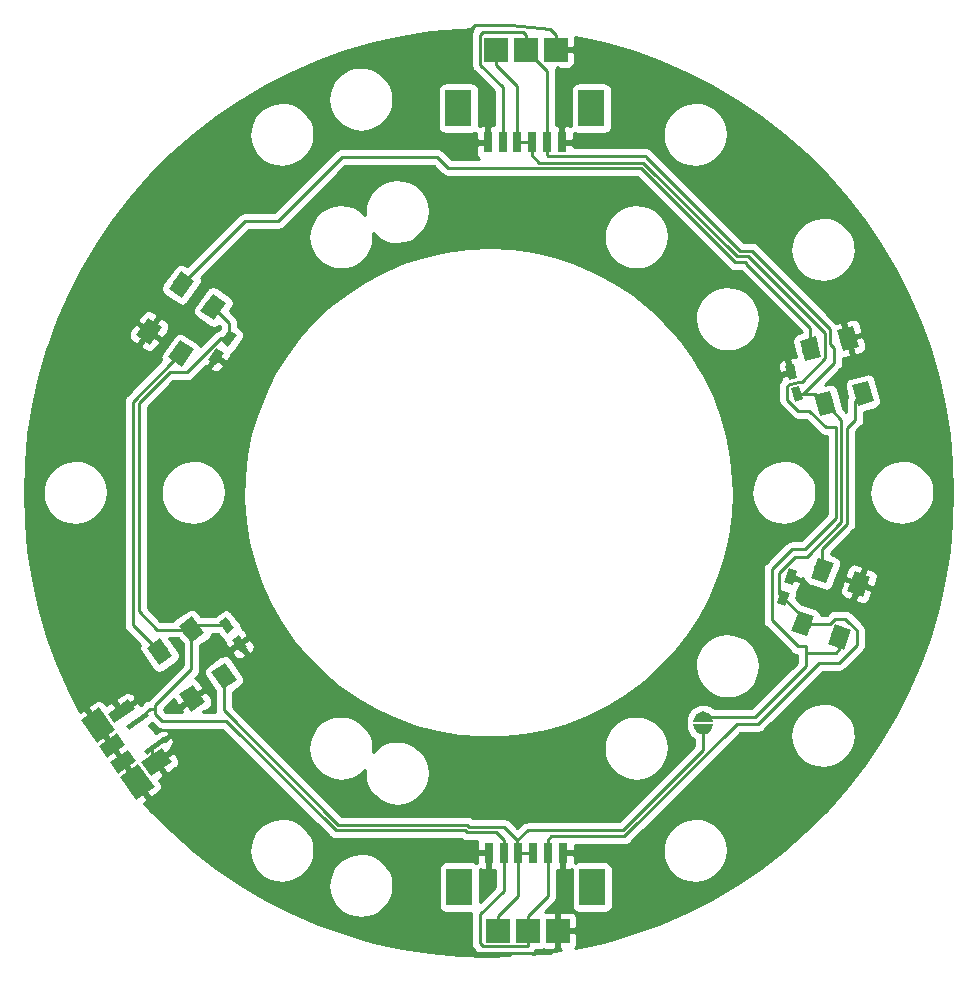
<source format=gbr>
G04 #@! TF.GenerationSoftware,KiCad,Pcbnew,(5.0.0)*
G04 #@! TF.CreationDate,2018-10-21T21:14:25+02:00*
G04 #@! TF.ProjectId,dome disc,646F6D6520646973632E6B696361645F,rev?*
G04 #@! TF.SameCoordinates,Original*
G04 #@! TF.FileFunction,Copper,L1,Top,Signal*
G04 #@! TF.FilePolarity,Positive*
%FSLAX46Y46*%
G04 Gerber Fmt 4.6, Leading zero omitted, Abs format (unit mm)*
G04 Created by KiCad (PCBNEW (5.0.0)) date 10/21/18 21:14:25*
%MOMM*%
%LPD*%
G01*
G04 APERTURE LIST*
G04 #@! TA.AperFunction,EtchedComponent*
%ADD10C,0.150000*%
G04 #@! TD*
G04 #@! TA.AperFunction,SMDPad,CuDef*
%ADD11R,2.000000X2.000000*%
G04 #@! TD*
G04 #@! TA.AperFunction,SMDPad,CuDef*
%ADD12C,0.450000*%
G04 #@! TD*
G04 #@! TA.AperFunction,Conductor*
%ADD13C,0.100000*%
G04 #@! TD*
G04 #@! TA.AperFunction,SMDPad,CuDef*
%ADD14C,1.000000*%
G04 #@! TD*
G04 #@! TA.AperFunction,SMDPad,CuDef*
%ADD15C,1.475000*%
G04 #@! TD*
G04 #@! TA.AperFunction,SMDPad,CuDef*
%ADD16C,1.900000*%
G04 #@! TD*
G04 #@! TA.AperFunction,SMDPad,CuDef*
%ADD17C,1.175000*%
G04 #@! TD*
G04 #@! TA.AperFunction,SMDPad,CuDef*
%ADD18R,0.800000X1.700000*%
G04 #@! TD*
G04 #@! TA.AperFunction,SMDPad,CuDef*
%ADD19R,2.200000X3.100000*%
G04 #@! TD*
G04 #@! TA.AperFunction,SMDPad,CuDef*
%ADD20C,0.600000*%
G04 #@! TD*
G04 #@! TA.AperFunction,SMDPad,CuDef*
%ADD21C,0.750000*%
G04 #@! TD*
G04 #@! TA.AperFunction,SMDPad,CuDef*
%ADD22C,1.400000*%
G04 #@! TD*
G04 #@! TA.AperFunction,Conductor*
%ADD23C,0.250000*%
G04 #@! TD*
G04 #@! TA.AperFunction,Conductor*
%ADD24C,0.254000*%
G04 #@! TD*
G04 APERTURE END LIST*
D10*
G04 #@! TO.C,JP1*
X146139600Y-104346000D02*
X147460400Y-104346000D01*
X147460400Y-104346000D02*
X147460400Y-104244400D01*
X147460400Y-104244400D02*
X146139600Y-104244400D01*
X146139600Y-104244400D02*
X146139600Y-104142800D01*
X146139600Y-104142800D02*
X147409600Y-104142800D01*
X147409600Y-104142800D02*
X147409600Y-104041200D01*
X147409600Y-104041200D02*
X146241200Y-104041200D01*
X146241200Y-104041200D02*
X146292000Y-103939600D01*
X146292000Y-103939600D02*
X147257200Y-103939600D01*
X147257200Y-103939600D02*
X147155600Y-103838000D01*
X147155600Y-103838000D02*
X146444400Y-103838000D01*
X146444400Y-103838000D02*
X146495200Y-103787200D01*
X146495200Y-103787200D02*
X147054000Y-103787200D01*
X147409600Y-105057200D02*
X147409600Y-105158800D01*
X147409600Y-105158800D02*
X146292000Y-105158800D01*
X146292000Y-105158800D02*
X146292000Y-105260400D01*
X146292000Y-105260400D02*
X147257200Y-105260400D01*
X147257200Y-105260400D02*
X147257200Y-105311200D01*
X147257200Y-105311200D02*
X146393600Y-105311200D01*
X146393600Y-105311200D02*
X146393600Y-105362000D01*
X146393600Y-105362000D02*
X147104800Y-105362000D01*
X147104800Y-105362000D02*
X147104800Y-105412800D01*
X147104800Y-105412800D02*
X146546000Y-105412800D01*
X146088800Y-104854000D02*
X147460400Y-104854000D01*
X147460400Y-104854000D02*
X147460400Y-104955600D01*
X147460400Y-104955600D02*
X146139600Y-104955600D01*
X146139600Y-104955600D02*
X146139600Y-105057200D01*
X146139600Y-105057200D02*
X147409600Y-105057200D01*
X147409600Y-105057200D02*
X147409600Y-105108000D01*
X146038000Y-104752400D02*
X147562000Y-104752400D01*
X146038000Y-104447600D02*
X147562000Y-104447600D01*
X147562000Y-104447600D02*
G75*
G03X146800000Y-103685600I-762000J0D01*
G01*
X146800000Y-103685600D02*
G75*
G03X146038000Y-104447600I0J-762000D01*
G01*
X146038000Y-104752400D02*
G75*
G03X146800000Y-105514400I762000J0D01*
G01*
X146800000Y-105514400D02*
G75*
G03X147562000Y-104752400I0J762000D01*
G01*
G04 #@! TD*
D11*
G04 #@! TO.P,J4,1*
G04 #@! TO.N,GND*
X134500000Y-122200000D03*
G04 #@! TO.P,J4,2*
G04 #@! TO.N,VCC*
X131960000Y-122200000D03*
G04 #@! TO.P,J4,3*
G04 #@! TO.N,DIN*
X129420000Y-122200000D03*
G04 #@! TD*
G04 #@! TO.P,J5,3*
G04 #@! TO.N,DOUT*
X129220000Y-47600000D03*
G04 #@! TO.P,J5,2*
G04 #@! TO.N,VCC*
X131760000Y-47600000D03*
G04 #@! TO.P,J5,1*
G04 #@! TO.N,GND*
X134300000Y-47600000D03*
G04 #@! TD*
D12*
G04 #@! TO.P,J3,1*
G04 #@! TO.N,VCC*
X98896058Y-104425608D03*
D13*
G04 #@! TD*
G04 #@! TO.N,VCC*
G04 #@! TO.C,J3*
G36*
X97947851Y-104814875D02*
X99586155Y-103667722D01*
X99844265Y-104036341D01*
X98205961Y-105183494D01*
X97947851Y-104814875D01*
X97947851Y-104814875D01*
G37*
D12*
G04 #@! TO.P,J3,5*
G04 #@! TO.N,GND*
X100387357Y-106555403D03*
D13*
G04 #@! TD*
G04 #@! TO.N,GND*
G04 #@! TO.C,J3*
G36*
X99439150Y-106944670D02*
X101077454Y-105797517D01*
X101335564Y-106166136D01*
X99697260Y-107313289D01*
X99439150Y-106944670D01*
X99439150Y-106944670D01*
G37*
D14*
G04 #@! TO.P,J3,6*
G04 #@! TO.N,GND*
X97516562Y-103606158D03*
D13*
G04 #@! TD*
G04 #@! TO.N,GND*
G04 #@! TO.C,J3*
G36*
X96369664Y-103798837D02*
X98089883Y-102594327D01*
X98663460Y-103413479D01*
X96943241Y-104617989D01*
X96369664Y-103798837D01*
X96369664Y-103798837D01*
G37*
D15*
G04 #@! TO.P,J3,6*
G04 #@! TO.N,GND*
X100513499Y-107886228D03*
D13*
G04 #@! TD*
G04 #@! TO.N,GND*
G04 #@! TO.C,J3*
G36*
X99230377Y-107884359D02*
X100950596Y-106679848D01*
X101796621Y-107888097D01*
X100076402Y-109092608D01*
X99230377Y-107884359D01*
X99230377Y-107884359D01*
G37*
D16*
G04 #@! TO.P,J3,6*
G04 #@! TO.N,GND*
X95547910Y-104804559D03*
D13*
G04 #@! TD*
G04 #@! TO.N,GND*
G04 #@! TO.C,J3*
G36*
X94088594Y-104376714D02*
X95644982Y-103286918D01*
X97007226Y-105232404D01*
X95450838Y-106322200D01*
X94088594Y-104376714D01*
X94088594Y-104376714D01*
G37*
D16*
G04 #@! TO.P,J3,6*
G04 #@! TO.N,GND*
X98886125Y-109572024D03*
D13*
G04 #@! TD*
G04 #@! TO.N,GND*
G04 #@! TO.C,J3*
G36*
X97426809Y-109144179D02*
X98983197Y-108054383D01*
X100345441Y-109999869D01*
X98789053Y-111089665D01*
X97426809Y-109144179D01*
X97426809Y-109144179D01*
G37*
D17*
G04 #@! TO.P,J3,6*
G04 #@! TO.N,GND*
X96735213Y-106500204D03*
D13*
G04 #@! TD*
G04 #@! TO.N,GND*
G04 #@! TO.C,J3*
G36*
X95620042Y-106563850D02*
X97176431Y-105474055D01*
X97850384Y-106436558D01*
X96293995Y-107526353D01*
X95620042Y-106563850D01*
X95620042Y-106563850D01*
G37*
D17*
G04 #@! TO.P,J3,6*
G04 #@! TO.N,GND*
X97698822Y-107876379D03*
D13*
G04 #@! TD*
G04 #@! TO.N,GND*
G04 #@! TO.C,J3*
G36*
X96583651Y-107940025D02*
X98140040Y-106850230D01*
X98813993Y-107812733D01*
X97257604Y-108902528D01*
X96583651Y-107940025D01*
X96583651Y-107940025D01*
G37*
D18*
G04 #@! TO.P,J2,1*
G04 #@! TO.N,GND*
X134825000Y-55450000D03*
G04 #@! TO.P,J2,2*
G04 #@! TO.N,VCC*
X133575000Y-55450000D03*
G04 #@! TO.P,J2,3*
G04 #@! TO.N,DOUT*
X132325000Y-55450000D03*
G04 #@! TO.P,J2,4*
X131075000Y-55450000D03*
G04 #@! TO.P,J2,5*
G04 #@! TO.N,VCC*
X129825000Y-55450000D03*
G04 #@! TO.P,J2,6*
G04 #@! TO.N,GND*
X128575000Y-55450000D03*
D19*
G04 #@! TO.P,J2,*
G04 #@! TO.N,*
X137325000Y-52550000D03*
X126075000Y-52550000D03*
G04 #@! TD*
D20*
G04 #@! TO.P,JP1,2*
G04 #@! TO.N,DOUT*
X146800000Y-104100000D03*
D13*
G04 #@! TD*
G04 #@! TO.N,DOUT*
G04 #@! TO.C,JP1*
G36*
X147350000Y-104400000D02*
X146250000Y-104400000D01*
X146350000Y-103800000D01*
X147250000Y-103800000D01*
X147350000Y-104400000D01*
X147350000Y-104400000D01*
G37*
D20*
G04 #@! TO.P,JP1,1*
G04 #@! TO.N,DIN*
X146800000Y-105100000D03*
D13*
G04 #@! TD*
G04 #@! TO.N,DIN*
G04 #@! TO.C,JP1*
G36*
X146250000Y-104800000D02*
X147350000Y-104800000D01*
X147250000Y-105400000D01*
X146350000Y-105400000D01*
X146250000Y-104800000D01*
X146250000Y-104800000D01*
G37*
D21*
G04 #@! TO.P,C1,2*
G04 #@! TO.N,GND*
X107544898Y-97878194D03*
D13*
G04 #@! TD*
G04 #@! TO.N,GND*
G04 #@! TO.C,C1*
G36*
X106893570Y-97601794D02*
X107507934Y-97171612D01*
X108196226Y-98154594D01*
X107581862Y-98584776D01*
X106893570Y-97601794D01*
X106893570Y-97601794D01*
G37*
D21*
G04 #@! TO.P,C1,1*
G04 #@! TO.N,VCC*
X106455102Y-96321806D03*
D13*
G04 #@! TD*
G04 #@! TO.N,VCC*
G04 #@! TO.C,C1*
G36*
X105803774Y-96045406D02*
X106418138Y-95615224D01*
X107106430Y-96598206D01*
X106492066Y-97028388D01*
X105803774Y-96045406D01*
X105803774Y-96045406D01*
G37*
D21*
G04 #@! TO.P,C2,1*
G04 #@! TO.N,VCC*
X106644898Y-72021806D03*
D13*
G04 #@! TD*
G04 #@! TO.N,VCC*
G04 #@! TO.C,C2*
G36*
X106681862Y-71315224D02*
X107296226Y-71745406D01*
X106607934Y-72728388D01*
X105993570Y-72298206D01*
X106681862Y-71315224D01*
X106681862Y-71315224D01*
G37*
D21*
G04 #@! TO.P,C2,2*
G04 #@! TO.N,GND*
X105555102Y-73578194D03*
D13*
G04 #@! TD*
G04 #@! TO.N,GND*
G04 #@! TO.C,C2*
G36*
X105592066Y-72871612D02*
X106206430Y-73301794D01*
X105518138Y-74284776D01*
X104903774Y-73854594D01*
X105592066Y-72871612D01*
X105592066Y-72871612D01*
G37*
D21*
G04 #@! TO.P,C3,2*
G04 #@! TO.N,GND*
X154254122Y-74882370D03*
D13*
G04 #@! TD*
G04 #@! TO.N,GND*
G04 #@! TO.C,C3*
G36*
X154771636Y-75364868D02*
X154047191Y-75558983D01*
X153736608Y-74399872D01*
X154461053Y-74205757D01*
X154771636Y-75364868D01*
X154771636Y-75364868D01*
G37*
D21*
G04 #@! TO.P,C3,1*
G04 #@! TO.N,VCC*
X154745878Y-76717630D03*
D13*
G04 #@! TD*
G04 #@! TO.N,VCC*
G04 #@! TO.C,C3*
G36*
X155263392Y-77200128D02*
X154538947Y-77394243D01*
X154228364Y-76235132D01*
X154952809Y-76041017D01*
X155263392Y-77200128D01*
X155263392Y-77200128D01*
G37*
D21*
G04 #@! TO.P,C4,1*
G04 #@! TO.N,VCC*
X153575081Y-93992708D03*
D13*
G04 #@! TD*
G04 #@! TO.N,VCC*
G04 #@! TO.C,C4*
G36*
X153722254Y-94684781D02*
X153017484Y-94428266D01*
X153427908Y-93300635D01*
X154132678Y-93557150D01*
X153722254Y-94684781D01*
X153722254Y-94684781D01*
G37*
D21*
G04 #@! TO.P,C4,2*
G04 #@! TO.N,GND*
X154224919Y-92207292D03*
D13*
G04 #@! TD*
G04 #@! TO.N,GND*
G04 #@! TO.C,C4*
G36*
X154372092Y-92899365D02*
X153667322Y-92642850D01*
X154077746Y-91515219D01*
X154782516Y-91771734D01*
X154372092Y-92899365D01*
X154372092Y-92899365D01*
G37*
D22*
G04 #@! TO.P,D1,1*
G04 #@! TO.N,VCC*
X103475017Y-96687634D03*
D13*
G04 #@! TD*
G04 #@! TO.N,VCC*
G04 #@! TO.C,D1*
G36*
X103417829Y-97826374D02*
X102385392Y-96351901D01*
X103532205Y-95548894D01*
X104564642Y-97023367D01*
X103417829Y-97826374D01*
X103417829Y-97826374D01*
G37*
D22*
G04 #@! TO.P,D1,2*
G04 #@! TO.N,Net-(D1-Pad2)*
X100771816Y-98580436D03*
D13*
G04 #@! TD*
G04 #@! TO.N,Net-(D1-Pad2)*
G04 #@! TO.C,D1*
G36*
X100714628Y-99719176D02*
X99682191Y-98244703D01*
X100829004Y-97441696D01*
X101861441Y-98916169D01*
X100714628Y-99719176D01*
X100714628Y-99719176D01*
G37*
D22*
G04 #@! TO.P,D1,3*
G04 #@! TO.N,GND*
X103524983Y-102512366D03*
D13*
G04 #@! TD*
G04 #@! TO.N,GND*
G04 #@! TO.C,D1*
G36*
X103467795Y-103651106D02*
X102435358Y-102176633D01*
X103582171Y-101373626D01*
X104614608Y-102848099D01*
X103467795Y-103651106D01*
X103467795Y-103651106D01*
G37*
D22*
G04 #@! TO.P,D1,4*
G04 #@! TO.N,DIN*
X106228184Y-100619564D03*
D13*
G04 #@! TD*
G04 #@! TO.N,DIN*
G04 #@! TO.C,D1*
G36*
X106170996Y-101758304D02*
X105138559Y-100283831D01*
X106285372Y-99480824D01*
X107317809Y-100955297D01*
X106170996Y-101758304D01*
X106170996Y-101758304D01*
G37*
D22*
G04 #@! TO.P,D2,4*
G04 #@! TO.N,Net-(D1-Pad2)*
X102575017Y-73312366D03*
D13*
G04 #@! TD*
G04 #@! TO.N,Net-(D1-Pad2)*
G04 #@! TO.C,D2*
G36*
X101485392Y-73648099D02*
X102517829Y-72173626D01*
X103664642Y-72976633D01*
X102632205Y-74451106D01*
X101485392Y-73648099D01*
X101485392Y-73648099D01*
G37*
D22*
G04 #@! TO.P,D2,3*
G04 #@! TO.N,GND*
X99871816Y-71419564D03*
D13*
G04 #@! TD*
G04 #@! TO.N,GND*
G04 #@! TO.C,D2*
G36*
X98782191Y-71755297D02*
X99814628Y-70280824D01*
X100961441Y-71083831D01*
X99929004Y-72558304D01*
X98782191Y-71755297D01*
X98782191Y-71755297D01*
G37*
D22*
G04 #@! TO.P,D2,2*
G04 #@! TO.N,Net-(D2-Pad2)*
X102624983Y-67487634D03*
D13*
G04 #@! TD*
G04 #@! TO.N,Net-(D2-Pad2)*
G04 #@! TO.C,D2*
G36*
X101535358Y-67823367D02*
X102567795Y-66348894D01*
X103714608Y-67151901D01*
X102682171Y-68626374D01*
X101535358Y-67823367D01*
X101535358Y-67823367D01*
G37*
D22*
G04 #@! TO.P,D2,1*
G04 #@! TO.N,VCC*
X105328184Y-69380436D03*
D13*
G04 #@! TD*
G04 #@! TO.N,VCC*
G04 #@! TO.C,D2*
G36*
X104238559Y-69716169D02*
X105270996Y-68241696D01*
X106417809Y-69044703D01*
X105385372Y-70519176D01*
X104238559Y-69716169D01*
X104238559Y-69716169D01*
G37*
D22*
G04 #@! TO.P,D3,1*
G04 #@! TO.N,VCC*
X157127388Y-77545273D03*
D13*
G04 #@! TD*
G04 #@! TO.N,VCC*
G04 #@! TO.C,D3*
G36*
X157570599Y-76494766D02*
X158036473Y-78233433D01*
X156684177Y-78595780D01*
X156218303Y-76857113D01*
X157570599Y-76494766D01*
X157570599Y-76494766D01*
G37*
D22*
G04 #@! TO.P,D3,2*
G04 #@! TO.N,Net-(D3-Pad2)*
X160314943Y-76691171D03*
D13*
G04 #@! TD*
G04 #@! TO.N,Net-(D3-Pad2)*
G04 #@! TO.C,D3*
G36*
X160758154Y-75640664D02*
X161224028Y-77379331D01*
X159871732Y-77741678D01*
X159405858Y-76003011D01*
X160758154Y-75640664D01*
X160758154Y-75640664D01*
G37*
D22*
G04 #@! TO.P,D3,3*
G04 #@! TO.N,GND*
X159072612Y-72054727D03*
D13*
G04 #@! TD*
G04 #@! TO.N,GND*
G04 #@! TO.C,D3*
G36*
X159515823Y-71004220D02*
X159981697Y-72742887D01*
X158629401Y-73105234D01*
X158163527Y-71366567D01*
X159515823Y-71004220D01*
X159515823Y-71004220D01*
G37*
D22*
G04 #@! TO.P,D3,4*
G04 #@! TO.N,Net-(D2-Pad2)*
X155885057Y-72908829D03*
D13*
G04 #@! TD*
G04 #@! TO.N,Net-(D2-Pad2)*
G04 #@! TO.C,D3*
G36*
X156328268Y-71858322D02*
X156794142Y-73596989D01*
X155441846Y-73959336D01*
X154975972Y-72220669D01*
X156328268Y-71858322D01*
X156328268Y-71858322D01*
G37*
D22*
G04 #@! TO.P,D4,4*
G04 #@! TO.N,Net-(D3-Pad2)*
X156870356Y-91680404D03*
D13*
G04 #@! TD*
G04 #@! TO.N,Net-(D3-Pad2)*
G04 #@! TO.C,D4*
G36*
X157835959Y-91074095D02*
X157220323Y-92765541D01*
X155904753Y-92286713D01*
X156520389Y-90595267D01*
X157835959Y-91074095D01*
X157835959Y-91074095D01*
G37*
D22*
G04 #@! TO.P,D4,3*
G04 #@! TO.N,GND*
X159971341Y-92809071D03*
D13*
G04 #@! TD*
G04 #@! TO.N,GND*
G04 #@! TO.C,D4*
G36*
X160936944Y-92202762D02*
X160321308Y-93894208D01*
X159005738Y-93415380D01*
X159621374Y-91723934D01*
X160936944Y-92202762D01*
X160936944Y-92202762D01*
G37*
D22*
G04 #@! TO.P,D4,2*
G04 #@! TO.N,DOUT*
X158329644Y-97319596D03*
D13*
G04 #@! TD*
G04 #@! TO.N,DOUT*
G04 #@! TO.C,D4*
G36*
X159295247Y-96713287D02*
X158679611Y-98404733D01*
X157364041Y-97925905D01*
X157979677Y-96234459D01*
X159295247Y-96713287D01*
X159295247Y-96713287D01*
G37*
D22*
G04 #@! TO.P,D4,1*
G04 #@! TO.N,VCC*
X155228659Y-96190929D03*
D13*
G04 #@! TD*
G04 #@! TO.N,VCC*
G04 #@! TO.C,D4*
G36*
X156194262Y-95584620D02*
X155578626Y-97276066D01*
X154263056Y-96797238D01*
X154878692Y-95105792D01*
X156194262Y-95584620D01*
X156194262Y-95584620D01*
G37*
D19*
G04 #@! TO.P,J1,*
G04 #@! TO.N,*
X137400000Y-118500000D03*
X126150000Y-118500000D03*
D18*
G04 #@! TO.P,J1,6*
G04 #@! TO.N,GND*
X134900000Y-115600000D03*
G04 #@! TO.P,J1,5*
G04 #@! TO.N,VCC*
X133650000Y-115600000D03*
G04 #@! TO.P,J1,4*
G04 #@! TO.N,DIN*
X132400000Y-115600000D03*
G04 #@! TO.P,J1,3*
X131150000Y-115600000D03*
G04 #@! TO.P,J1,2*
G04 #@! TO.N,VCC*
X129900000Y-115600000D03*
G04 #@! TO.P,J1,1*
G04 #@! TO.N,GND*
X128650000Y-115600000D03*
G04 #@! TD*
D23*
G04 #@! TO.N,Net-(D1-Pad2)*
X101858094Y-74029289D02*
X102575017Y-73312366D01*
X98500000Y-77387383D02*
X101858094Y-74029289D01*
X100771816Y-98580436D02*
X98500000Y-96308620D01*
X98500000Y-96308620D02*
X98500000Y-77387383D01*
G04 #@! TO.N,Net-(D2-Pad2)*
X149500000Y-65600000D02*
X141500000Y-57600000D01*
X141500000Y-57600000D02*
X125200000Y-57600000D01*
X150400000Y-65600000D02*
X149500000Y-65600000D01*
X150400000Y-65700000D02*
X150400000Y-65600000D01*
X125200000Y-57600000D02*
X124300000Y-56700000D01*
X155885057Y-71185057D02*
X150400000Y-65700000D01*
X155885057Y-72908829D02*
X155885057Y-71185057D01*
X116200000Y-56700000D02*
X110800000Y-62100000D01*
X124300000Y-56700000D02*
X116200000Y-56700000D01*
X110800000Y-62100000D02*
X108012617Y-62100000D01*
X108012617Y-62100000D02*
X102624983Y-67487634D01*
G04 #@! TO.N,Net-(D3-Pad2)*
X156870356Y-89866054D02*
X156870356Y-91680404D01*
X159000000Y-87736410D02*
X156870356Y-89866054D01*
X159000000Y-79600000D02*
X159000000Y-87736410D01*
X159672686Y-78927314D02*
X159000000Y-79600000D01*
X160314943Y-76691171D02*
X159672686Y-77333428D01*
X159672686Y-77333428D02*
X159672686Y-78927314D01*
G04 #@! TO.N,GND*
X100141611Y-107514340D02*
X100513499Y-107886228D01*
X100141611Y-106727476D02*
X100141611Y-107514340D01*
X130508457Y-45546461D02*
X128498184Y-45514562D01*
X133011804Y-45745476D02*
X130508457Y-45546461D01*
X133810279Y-45860279D02*
X133011804Y-45745476D01*
X134300000Y-47600000D02*
X134300000Y-46350000D01*
X134300000Y-46350000D02*
X133810279Y-45860279D01*
X127830753Y-45514562D02*
X127783172Y-45516828D01*
X127830753Y-45514562D02*
X127468167Y-45531833D01*
X128000000Y-45514562D02*
X127830753Y-45514562D01*
X128498184Y-45514562D02*
X128000000Y-45514562D01*
X127468167Y-45531833D02*
X126700000Y-46300000D01*
X134500000Y-123450000D02*
X134500000Y-122200000D01*
X133850000Y-124100000D02*
X134500000Y-123450000D01*
X125811652Y-124211652D02*
X125923304Y-124100000D01*
X125923304Y-124100000D02*
X133850000Y-124100000D01*
G04 #@! TO.N,DIN*
X146800000Y-106900000D02*
X146800000Y-105100000D01*
X140000000Y-113700000D02*
X146800000Y-106900000D01*
X131075000Y-114550000D02*
X131925000Y-113700000D01*
X131925000Y-113700000D02*
X140000000Y-113700000D01*
G04 #@! TO.N,VCC*
X98687484Y-104597681D02*
X98650313Y-104597681D01*
X103840845Y-96321806D02*
X103475017Y-96687634D01*
X106455102Y-96321806D02*
X103840845Y-96321806D01*
X103475017Y-100024983D02*
X103475017Y-96687634D01*
X106644898Y-70697150D02*
X105328184Y-69380436D01*
X106644898Y-72021806D02*
X106644898Y-70697150D01*
X155228659Y-95646286D02*
X155228659Y-96190929D01*
X153575081Y-93992708D02*
X155228659Y-95646286D01*
X156299745Y-76717630D02*
X157127388Y-77545273D01*
X154745878Y-76717630D02*
X156299745Y-76717630D01*
X103475017Y-96687634D02*
X100534577Y-96687634D01*
X100534577Y-96687634D02*
X99000000Y-95153057D01*
X105978194Y-72021806D02*
X106644898Y-72021806D01*
X99000000Y-95153057D02*
X99000000Y-77523793D01*
X101623793Y-74900000D02*
X103100000Y-74900000D01*
X99000000Y-77523793D02*
X101623793Y-74900000D01*
X103100000Y-74900000D02*
X105978194Y-72021806D01*
X150900000Y-64600000D02*
X149900000Y-64600000D01*
X154745878Y-76717630D02*
X155282370Y-76717630D01*
X155282370Y-76717630D02*
X157900000Y-74100000D01*
X157900000Y-74100000D02*
X157900000Y-72835467D01*
X157900000Y-72835467D02*
X157569161Y-72504628D01*
X157569161Y-72504628D02*
X157569161Y-71269161D01*
X157569161Y-71269161D02*
X150900000Y-64600000D01*
X100400000Y-103100000D02*
X103475017Y-100024983D01*
X99921666Y-103400000D02*
X98896058Y-104425608D01*
X100400000Y-103400000D02*
X99921666Y-103400000D01*
X100400000Y-103100000D02*
X100400000Y-103400000D01*
X155579743Y-90520257D02*
X154579743Y-90520257D01*
X158499999Y-87600001D02*
X155579743Y-90520257D01*
X158499999Y-78917884D02*
X158499999Y-87600001D01*
X157127388Y-77545273D02*
X158499999Y-78917884D01*
X158000000Y-95754500D02*
X158796094Y-95754500D01*
X133650001Y-56625001D02*
X135485001Y-56625001D01*
X133575000Y-56550000D02*
X133650001Y-56625001D01*
X133575000Y-55450000D02*
X133575000Y-56550000D01*
X141925001Y-56625001D02*
X142000000Y-56700000D01*
X135485001Y-56625001D02*
X141925001Y-56625001D01*
X149900000Y-64600000D02*
X142000000Y-56700000D01*
X158796094Y-95754500D02*
X159100000Y-96058406D01*
X133650000Y-114500000D02*
X133650000Y-115600000D01*
X140136411Y-114200000D02*
X133950000Y-114200000D01*
X149636411Y-104700000D02*
X140136411Y-114200000D01*
X159800000Y-96758406D02*
X159800000Y-98000000D01*
X159100000Y-96058406D02*
X159800000Y-96758406D01*
X159800000Y-98000000D02*
X158300000Y-99500000D01*
X158300000Y-99500000D02*
X156600000Y-99500000D01*
X156600000Y-99500000D02*
X151400000Y-104700000D01*
X133950000Y-114200000D02*
X133650000Y-114500000D01*
X151400000Y-104700000D02*
X149636411Y-104700000D01*
X157563571Y-96190929D02*
X155228659Y-96190929D01*
X158000000Y-95754500D02*
X157563571Y-96190929D01*
X153211794Y-91911794D02*
X153200000Y-91900000D01*
X153211794Y-93629421D02*
X153211794Y-91911794D01*
X153575081Y-93992708D02*
X153211794Y-93629421D01*
X154579743Y-90520257D02*
X153200000Y-91900000D01*
X129900000Y-114500000D02*
X129900000Y-115600000D01*
X129250010Y-113850010D02*
X129900000Y-114500000D01*
X126775010Y-113850010D02*
X129250010Y-113850010D01*
X100400000Y-103400000D02*
X100400000Y-103800000D01*
X100400000Y-103800000D02*
X101000000Y-104400000D01*
X101000000Y-104400000D02*
X106400000Y-104400000D01*
X106400000Y-104400000D02*
X115700000Y-113700000D01*
X115700000Y-113700000D02*
X126625000Y-113700000D01*
X126625000Y-113700000D02*
X126775010Y-113850010D01*
X133650000Y-115600000D02*
X133650000Y-117650000D01*
X133650000Y-119260000D02*
X133650000Y-117650000D01*
X131960000Y-120950000D02*
X133650000Y-119260000D01*
X131960000Y-122200000D02*
X131960000Y-120950000D01*
X133575000Y-49415000D02*
X131760000Y-47600000D01*
X133575000Y-55450000D02*
X133575000Y-49415000D01*
X129825000Y-50790002D02*
X129825000Y-55450000D01*
X127894999Y-48860001D02*
X129825000Y-50790002D01*
X127894999Y-46339999D02*
X127894999Y-48860001D01*
X128129997Y-46105001D02*
X127894999Y-46339999D01*
X131515001Y-46105001D02*
X128129997Y-46105001D01*
X131760000Y-46350000D02*
X131515001Y-46105001D01*
X131760000Y-47600000D02*
X131760000Y-46350000D01*
X131960000Y-123450000D02*
X131960000Y-122200000D01*
X129900000Y-118800000D02*
X127900000Y-120800000D01*
X129900000Y-115600000D02*
X129900000Y-118800000D01*
X127900000Y-120800000D02*
X127900000Y-123265002D01*
X127900000Y-123265002D02*
X128159999Y-123525001D01*
X128159999Y-123525001D02*
X131884999Y-123525001D01*
X131884999Y-123525001D02*
X131960000Y-123450000D01*
G04 #@! TO.N,DIN*
X131075000Y-115525000D02*
X131150000Y-115600000D01*
X131075000Y-114550000D02*
X131075000Y-115525000D01*
X131150000Y-115600000D02*
X132400000Y-115600000D01*
X106228184Y-103528184D02*
X106228184Y-100619564D01*
X115900000Y-113200000D02*
X106228184Y-103528184D01*
X126800000Y-113200000D02*
X115900000Y-113200000D01*
X127000000Y-113400000D02*
X126800000Y-113200000D01*
X131075000Y-114550000D02*
X129925000Y-113400000D01*
X129925000Y-113400000D02*
X127000000Y-113400000D01*
X131150000Y-116700000D02*
X131150000Y-115600000D01*
X131150000Y-119220000D02*
X131150000Y-116700000D01*
X129420000Y-120950000D02*
X131150000Y-119220000D01*
X129420000Y-122200000D02*
X129420000Y-120950000D01*
G04 #@! TO.N,DOUT*
X155500000Y-98700000D02*
X156500000Y-98700000D01*
X158006999Y-98700000D02*
X156500000Y-98700000D01*
X158329644Y-98377355D02*
X158006999Y-98700000D01*
X158329644Y-97319596D02*
X158329644Y-98377355D01*
X132325000Y-55450000D02*
X131075000Y-55450000D01*
X155500000Y-99800000D02*
X155500000Y-98700000D01*
X146800000Y-104100000D02*
X151200000Y-104100000D01*
X151200000Y-104100000D02*
X155500000Y-99800000D01*
X132325000Y-56550000D02*
X132325000Y-55450000D01*
X132924989Y-57149989D02*
X132325000Y-56550000D01*
X141686400Y-57149989D02*
X132924989Y-57149989D01*
X149636411Y-65100000D02*
X141686400Y-57149989D01*
X150600000Y-65100000D02*
X149636411Y-65100000D01*
X157119152Y-71619152D02*
X150600000Y-65100000D01*
X155134759Y-75716007D02*
X157119152Y-73731614D01*
X154300000Y-89900000D02*
X155400000Y-89900000D01*
X157119152Y-73731614D02*
X157119152Y-71619152D01*
X152600000Y-91600000D02*
X154300000Y-89900000D01*
X155500000Y-98700000D02*
X155500000Y-98100000D01*
X154856306Y-78171237D02*
X153900000Y-77214931D01*
X152600000Y-95900000D02*
X152600000Y-91600000D01*
X154800000Y-98100000D02*
X152600000Y-95900000D01*
X155500000Y-98100000D02*
X154800000Y-98100000D01*
X155400000Y-89900000D02*
X158049990Y-87250010D01*
X158049990Y-87250010D02*
X158049990Y-79549990D01*
X158049990Y-79549990D02*
X157178753Y-79549990D01*
X157178753Y-79549990D02*
X155800000Y-78171237D01*
X153900000Y-77214931D02*
X153900000Y-76103861D01*
X155800000Y-78171237D02*
X154856306Y-78171237D01*
X153900000Y-76103861D02*
X154119868Y-75883993D01*
X154119868Y-75883993D02*
X154880132Y-75716007D01*
X154880132Y-75716007D02*
X155134759Y-75716007D01*
X131075000Y-54350000D02*
X131075000Y-55450000D01*
X131075000Y-50705000D02*
X131075000Y-54350000D01*
X129220000Y-48850000D02*
X131075000Y-50705000D01*
X129220000Y-47600000D02*
X129220000Y-48850000D01*
G04 #@! TD*
D24*
G04 #@! TO.N,GND*
G36*
X127260025Y-45915723D02*
X127195056Y-46037270D01*
X127189453Y-46047753D01*
X127145996Y-46191014D01*
X127134999Y-46302667D01*
X127134999Y-46302677D01*
X127131323Y-46339999D01*
X127134999Y-46377322D01*
X127135000Y-48822669D01*
X127131323Y-48860001D01*
X127145997Y-49008986D01*
X127189453Y-49152247D01*
X127260025Y-49284277D01*
X127324250Y-49362534D01*
X127354999Y-49400002D01*
X127383997Y-49423800D01*
X129065000Y-51104804D01*
X129065001Y-53970462D01*
X129037542Y-53965000D01*
X128860750Y-53965000D01*
X128702000Y-54123750D01*
X128702000Y-55323000D01*
X128722000Y-55323000D01*
X128722000Y-55577000D01*
X128702000Y-55577000D01*
X128702000Y-55597000D01*
X128448000Y-55597000D01*
X128448000Y-55577000D01*
X127698750Y-55577000D01*
X127540000Y-55735750D01*
X127540000Y-56362542D01*
X127564403Y-56485223D01*
X127612270Y-56600785D01*
X127681763Y-56704789D01*
X127770211Y-56793237D01*
X127840197Y-56840000D01*
X125514802Y-56840000D01*
X124863803Y-56189002D01*
X124840001Y-56159999D01*
X124724276Y-56065026D01*
X124592247Y-55994454D01*
X124448986Y-55950997D01*
X124337333Y-55940000D01*
X124337322Y-55940000D01*
X124300000Y-55936324D01*
X124262678Y-55940000D01*
X116237322Y-55940000D01*
X116199999Y-55936324D01*
X116162676Y-55940000D01*
X116162667Y-55940000D01*
X116051014Y-55950997D01*
X115907753Y-55994454D01*
X115775724Y-56065026D01*
X115659999Y-56159999D01*
X115636201Y-56188997D01*
X110485199Y-61340000D01*
X108049939Y-61340000D01*
X108012616Y-61336324D01*
X107975293Y-61340000D01*
X107975284Y-61340000D01*
X107863631Y-61350997D01*
X107720370Y-61394454D01*
X107588340Y-61465026D01*
X107531110Y-61511994D01*
X107472616Y-61559999D01*
X107448818Y-61588997D01*
X103097183Y-65940633D01*
X102933778Y-65826216D01*
X102824776Y-65764859D01*
X102705899Y-65725947D01*
X102581714Y-65710974D01*
X102456995Y-65720516D01*
X102336533Y-65754206D01*
X102224959Y-65810750D01*
X102126560Y-65887974D01*
X102045117Y-65982911D01*
X101012680Y-67457384D01*
X100951323Y-67566386D01*
X100912411Y-67685263D01*
X100897438Y-67809448D01*
X100906980Y-67934167D01*
X100940670Y-68054629D01*
X100997214Y-68166203D01*
X101074438Y-68264602D01*
X101169375Y-68346045D01*
X102316188Y-69149052D01*
X102425190Y-69210409D01*
X102544067Y-69249321D01*
X102668252Y-69264294D01*
X102792971Y-69254752D01*
X102913433Y-69221062D01*
X103025007Y-69164518D01*
X103123406Y-69087294D01*
X103204849Y-68992357D01*
X104237286Y-67517884D01*
X104298643Y-67408882D01*
X104337555Y-67290005D01*
X104352528Y-67165820D01*
X104342986Y-67041101D01*
X104309296Y-66920639D01*
X104294996Y-66892422D01*
X107723174Y-63464244D01*
X113370694Y-63464244D01*
X113430628Y-63998575D01*
X113593207Y-64511088D01*
X113852237Y-64982262D01*
X114197852Y-65394150D01*
X114616888Y-65731064D01*
X115093384Y-65980170D01*
X115609189Y-66131979D01*
X116144658Y-66180711D01*
X116679395Y-66124508D01*
X117193030Y-65965511D01*
X117666001Y-65709777D01*
X118080292Y-65367045D01*
X118420123Y-64950372D01*
X118672549Y-64475627D01*
X118827956Y-63960894D01*
X118880425Y-63425778D01*
X118879351Y-63348854D01*
X118850885Y-63123524D01*
X118972427Y-63268372D01*
X119391463Y-63605286D01*
X119867959Y-63854392D01*
X120383764Y-64006201D01*
X120919233Y-64054933D01*
X121453970Y-63998730D01*
X121967605Y-63839733D01*
X122440576Y-63583999D01*
X122585334Y-63464244D01*
X138370694Y-63464244D01*
X138430628Y-63998575D01*
X138593207Y-64511088D01*
X138852237Y-64982262D01*
X139197852Y-65394150D01*
X139616888Y-65731064D01*
X140093384Y-65980170D01*
X140609189Y-66131979D01*
X141144658Y-66180711D01*
X141679395Y-66124508D01*
X142193030Y-65965511D01*
X142666001Y-65709777D01*
X143080292Y-65367045D01*
X143420123Y-64950372D01*
X143672549Y-64475627D01*
X143827956Y-63960894D01*
X143880425Y-63425778D01*
X143879351Y-63348854D01*
X143811961Y-62815412D01*
X143642243Y-62305219D01*
X143376659Y-61837707D01*
X143025327Y-61430685D01*
X142601628Y-61099655D01*
X142121701Y-60857226D01*
X141603826Y-60712633D01*
X141067729Y-60671382D01*
X140533829Y-60735046D01*
X140022463Y-60901199D01*
X139553109Y-61163512D01*
X139143644Y-61511994D01*
X138809664Y-61933372D01*
X138563891Y-62411595D01*
X138415686Y-62928448D01*
X138370694Y-63464244D01*
X122585334Y-63464244D01*
X122854867Y-63241267D01*
X123194698Y-62824594D01*
X123447124Y-62349849D01*
X123602531Y-61835116D01*
X123655000Y-61300000D01*
X123653926Y-61223076D01*
X123586536Y-60689634D01*
X123416818Y-60179441D01*
X123151234Y-59711929D01*
X122799902Y-59304907D01*
X122376203Y-58973877D01*
X121896276Y-58731448D01*
X121378401Y-58586855D01*
X120842304Y-58545604D01*
X120308404Y-58609268D01*
X119797038Y-58775421D01*
X119327684Y-59037734D01*
X118918219Y-59386216D01*
X118584239Y-59807594D01*
X118338466Y-60285817D01*
X118190261Y-60802670D01*
X118145269Y-61338466D01*
X118175072Y-61604166D01*
X118025327Y-61430685D01*
X117601628Y-61099655D01*
X117121701Y-60857226D01*
X116603826Y-60712633D01*
X116067729Y-60671382D01*
X115533829Y-60735046D01*
X115022463Y-60901199D01*
X114553109Y-61163512D01*
X114143644Y-61511994D01*
X113809664Y-61933372D01*
X113563891Y-62411595D01*
X113415686Y-62928448D01*
X113370694Y-63464244D01*
X107723174Y-63464244D01*
X108327419Y-62860000D01*
X110762678Y-62860000D01*
X110800000Y-62863676D01*
X110837322Y-62860000D01*
X110837333Y-62860000D01*
X110948986Y-62849003D01*
X111092247Y-62805546D01*
X111224276Y-62734974D01*
X111340001Y-62640001D01*
X111363804Y-62610997D01*
X116514802Y-57460000D01*
X123985199Y-57460000D01*
X124636200Y-58111002D01*
X124659999Y-58140001D01*
X124775724Y-58234974D01*
X124907753Y-58305546D01*
X125051014Y-58349003D01*
X125162667Y-58360000D01*
X125162676Y-58360000D01*
X125199999Y-58363676D01*
X125237322Y-58360000D01*
X141185199Y-58360000D01*
X148936205Y-66111008D01*
X148959999Y-66140001D01*
X148988992Y-66163795D01*
X148988996Y-66163799D01*
X149009604Y-66180711D01*
X149075724Y-66234974D01*
X149207753Y-66305546D01*
X149351014Y-66349003D01*
X149462667Y-66360000D01*
X149462676Y-66360000D01*
X149499999Y-66363676D01*
X149537322Y-66360000D01*
X149985199Y-66360000D01*
X155125058Y-71499860D01*
X155125058Y-71520141D01*
X154810827Y-71604339D01*
X154693760Y-71648400D01*
X154587538Y-71714452D01*
X154496244Y-71799959D01*
X154423386Y-71901633D01*
X154371762Y-72015567D01*
X154343359Y-72137384D01*
X154339266Y-72262401D01*
X154359642Y-72385814D01*
X154688278Y-73612302D01*
X154605944Y-73584353D01*
X154481930Y-73568027D01*
X154357114Y-73576207D01*
X154236292Y-73608582D01*
X154210494Y-73615494D01*
X154098241Y-73809922D01*
X154343925Y-74726827D01*
X154363243Y-74721651D01*
X154428984Y-74966997D01*
X154409665Y-74972173D01*
X154414841Y-74991491D01*
X154169495Y-75057232D01*
X154164319Y-75037913D01*
X153464748Y-75225362D01*
X153352494Y-75419791D01*
X153385492Y-75542940D01*
X153360000Y-75563860D01*
X153336202Y-75592858D01*
X153336201Y-75592859D01*
X153265026Y-75679585D01*
X153194454Y-75811615D01*
X153168879Y-75895928D01*
X153150998Y-75954875D01*
X153145741Y-76008253D01*
X153136324Y-76103861D01*
X153140001Y-76141193D01*
X153140000Y-77177608D01*
X153136324Y-77214931D01*
X153140000Y-77252253D01*
X153140000Y-77252263D01*
X153150997Y-77363916D01*
X153185491Y-77477630D01*
X153194454Y-77507177D01*
X153265026Y-77639207D01*
X153295595Y-77676455D01*
X153359999Y-77754932D01*
X153389002Y-77778735D01*
X154292506Y-78682239D01*
X154316305Y-78711238D01*
X154345303Y-78735036D01*
X154432029Y-78806211D01*
X154515817Y-78850997D01*
X154564059Y-78876783D01*
X154707320Y-78920240D01*
X154818973Y-78931237D01*
X154818983Y-78931237D01*
X154856306Y-78934913D01*
X154893629Y-78931237D01*
X155485199Y-78931237D01*
X156614954Y-80060993D01*
X156638752Y-80089991D01*
X156754477Y-80184964D01*
X156886506Y-80255536D01*
X157029767Y-80298993D01*
X157141420Y-80309990D01*
X157141429Y-80309990D01*
X157178752Y-80313666D01*
X157216075Y-80309990D01*
X157289991Y-80309990D01*
X157289990Y-86935208D01*
X155085199Y-89140000D01*
X154337322Y-89140000D01*
X154299999Y-89136324D01*
X154262676Y-89140000D01*
X154262667Y-89140000D01*
X154151014Y-89150997D01*
X154007753Y-89194454D01*
X153875723Y-89265026D01*
X153801362Y-89326053D01*
X153759999Y-89359999D01*
X153736201Y-89388997D01*
X152088998Y-91036201D01*
X152060000Y-91059999D01*
X152036202Y-91088997D01*
X152036201Y-91088998D01*
X151965026Y-91175724D01*
X151894454Y-91307754D01*
X151875029Y-91371793D01*
X151851919Y-91447980D01*
X151850998Y-91451015D01*
X151836324Y-91600000D01*
X151840001Y-91637332D01*
X151840000Y-95862677D01*
X151836324Y-95900000D01*
X151840000Y-95937322D01*
X151840000Y-95937332D01*
X151850997Y-96048985D01*
X151894454Y-96192246D01*
X151965026Y-96324276D01*
X151987640Y-96351831D01*
X152059999Y-96440001D01*
X152089003Y-96463804D01*
X154236201Y-98611003D01*
X154259999Y-98640001D01*
X154375724Y-98734974D01*
X154507753Y-98805546D01*
X154651014Y-98849003D01*
X154740001Y-98857768D01*
X154740000Y-99485198D01*
X150885199Y-103340000D01*
X147765200Y-103340000D01*
X147670424Y-103262703D01*
X147616833Y-103227097D01*
X147563730Y-103190737D01*
X147555010Y-103186022D01*
X147423702Y-103116204D01*
X147364234Y-103091693D01*
X147305059Y-103066331D01*
X147295589Y-103063399D01*
X147153221Y-103020416D01*
X147090159Y-103007929D01*
X147027149Y-102994536D01*
X147017290Y-102993500D01*
X146869283Y-102978988D01*
X146838240Y-102978988D01*
X146807377Y-102975638D01*
X146797464Y-102975605D01*
X146792144Y-102975624D01*
X146761322Y-102978757D01*
X146730331Y-102978541D01*
X146720465Y-102979508D01*
X146572564Y-102995053D01*
X146509504Y-103007997D01*
X146446320Y-103020050D01*
X146436830Y-103022915D01*
X146294764Y-103066891D01*
X146235461Y-103091820D01*
X146175773Y-103115935D01*
X146167027Y-103120586D01*
X146167023Y-103120588D01*
X146167022Y-103120589D01*
X146167020Y-103120590D01*
X146036202Y-103191322D01*
X145982841Y-103227314D01*
X145929005Y-103262544D01*
X145921332Y-103268802D01*
X145921324Y-103268808D01*
X145921317Y-103268815D01*
X145806734Y-103363606D01*
X145761395Y-103409264D01*
X145715415Y-103454291D01*
X145709096Y-103461929D01*
X145615103Y-103577176D01*
X145579497Y-103630767D01*
X145543137Y-103683870D01*
X145538422Y-103692590D01*
X145468604Y-103823898D01*
X145444093Y-103883366D01*
X145418731Y-103942541D01*
X145415799Y-103952011D01*
X145372816Y-104094379D01*
X145360329Y-104157441D01*
X145346936Y-104220451D01*
X145345900Y-104230310D01*
X145331388Y-104378317D01*
X145331388Y-104378323D01*
X145324565Y-104447600D01*
X145338273Y-104586784D01*
X145342282Y-104600000D01*
X145338273Y-104613216D01*
X145324565Y-104752400D01*
X145330973Y-104817465D01*
X145330941Y-104822069D01*
X145331908Y-104831935D01*
X145347453Y-104979836D01*
X145360399Y-105042902D01*
X145372450Y-105106080D01*
X145375315Y-105115570D01*
X145419291Y-105257637D01*
X145444225Y-105316953D01*
X145468335Y-105376627D01*
X145472989Y-105385380D01*
X145543722Y-105516198D01*
X145579692Y-105569526D01*
X145614944Y-105623396D01*
X145621210Y-105631078D01*
X145716006Y-105745666D01*
X145761661Y-105791003D01*
X145806690Y-105836985D01*
X145814329Y-105843304D01*
X145929575Y-105937297D01*
X145983177Y-105972910D01*
X146036270Y-106009263D01*
X146040000Y-106011280D01*
X146040000Y-106585198D01*
X139685199Y-112940000D01*
X131962333Y-112940000D01*
X131925000Y-112936323D01*
X131887667Y-112940000D01*
X131776014Y-112950997D01*
X131632753Y-112994454D01*
X131500724Y-113065026D01*
X131384999Y-113159999D01*
X131361201Y-113188997D01*
X131075000Y-113475198D01*
X130488804Y-112889003D01*
X130465001Y-112859999D01*
X130349276Y-112765026D01*
X130217247Y-112694454D01*
X130073986Y-112650997D01*
X129962333Y-112640000D01*
X129962322Y-112640000D01*
X129925000Y-112636324D01*
X129887678Y-112640000D01*
X127315632Y-112640000D01*
X127224276Y-112565026D01*
X127092247Y-112494454D01*
X126948986Y-112450997D01*
X126837333Y-112440000D01*
X126837322Y-112440000D01*
X126800000Y-112436324D01*
X126762678Y-112440000D01*
X116214802Y-112440000D01*
X110540316Y-106765514D01*
X113370694Y-106765514D01*
X113430628Y-107299845D01*
X113593207Y-107812358D01*
X113852237Y-108283532D01*
X114197852Y-108695420D01*
X114616888Y-109032334D01*
X115093384Y-109281440D01*
X115609189Y-109433249D01*
X116144658Y-109481981D01*
X116679395Y-109425778D01*
X117193030Y-109266781D01*
X117666001Y-109011047D01*
X118080292Y-108668315D01*
X118173600Y-108553909D01*
X118145269Y-108891292D01*
X118205203Y-109425623D01*
X118367782Y-109938136D01*
X118626812Y-110409310D01*
X118972427Y-110821198D01*
X119391463Y-111158112D01*
X119867959Y-111407218D01*
X120383764Y-111559027D01*
X120919233Y-111607759D01*
X121453970Y-111551556D01*
X121967605Y-111392559D01*
X122440576Y-111136825D01*
X122854867Y-110794093D01*
X123194698Y-110377420D01*
X123447124Y-109902675D01*
X123602531Y-109387942D01*
X123655000Y-108852826D01*
X123653926Y-108775902D01*
X123586536Y-108242460D01*
X123416818Y-107732267D01*
X123151234Y-107264755D01*
X122799902Y-106857733D01*
X122681868Y-106765514D01*
X138370694Y-106765514D01*
X138430628Y-107299845D01*
X138593207Y-107812358D01*
X138852237Y-108283532D01*
X139197852Y-108695420D01*
X139616888Y-109032334D01*
X140093384Y-109281440D01*
X140609189Y-109433249D01*
X141144658Y-109481981D01*
X141679395Y-109425778D01*
X142193030Y-109266781D01*
X142666001Y-109011047D01*
X143080292Y-108668315D01*
X143420123Y-108251642D01*
X143672549Y-107776897D01*
X143827956Y-107262164D01*
X143880425Y-106727048D01*
X143879351Y-106650124D01*
X143811961Y-106116682D01*
X143642243Y-105606489D01*
X143376659Y-105138977D01*
X143025327Y-104731955D01*
X142601628Y-104400925D01*
X142121701Y-104158496D01*
X141603826Y-104013903D01*
X141067729Y-103972652D01*
X140533829Y-104036316D01*
X140022463Y-104202469D01*
X139553109Y-104464782D01*
X139143644Y-104813264D01*
X138809664Y-105234642D01*
X138563891Y-105712865D01*
X138415686Y-106229718D01*
X138370694Y-106765514D01*
X122681868Y-106765514D01*
X122376203Y-106526703D01*
X121896276Y-106284274D01*
X121378401Y-106139681D01*
X120842304Y-106098430D01*
X120308404Y-106162094D01*
X119797038Y-106328247D01*
X119327684Y-106590560D01*
X118918219Y-106939042D01*
X118851369Y-107023386D01*
X118880425Y-106727048D01*
X118879351Y-106650124D01*
X118811961Y-106116682D01*
X118642243Y-105606489D01*
X118376659Y-105138977D01*
X118025327Y-104731955D01*
X117601628Y-104400925D01*
X117121701Y-104158496D01*
X116603826Y-104013903D01*
X116067729Y-103972652D01*
X115533829Y-104036316D01*
X115022463Y-104202469D01*
X114553109Y-104464782D01*
X114143644Y-104813264D01*
X113809664Y-105234642D01*
X113563891Y-105712865D01*
X113415686Y-106229718D01*
X113370694Y-106765514D01*
X110540316Y-106765514D01*
X106988184Y-103213383D01*
X106988184Y-101965045D01*
X107683792Y-101477975D01*
X107778729Y-101396532D01*
X107855953Y-101298133D01*
X107912497Y-101186559D01*
X107946187Y-101066097D01*
X107955729Y-100941378D01*
X107940756Y-100817193D01*
X107901844Y-100698316D01*
X107840487Y-100589314D01*
X106808050Y-99114841D01*
X106726607Y-99019904D01*
X106628208Y-98942680D01*
X106516634Y-98886136D01*
X106396172Y-98852446D01*
X106271453Y-98842904D01*
X106147268Y-98857877D01*
X106028391Y-98896789D01*
X105919389Y-98958146D01*
X104772576Y-99761153D01*
X104677639Y-99842596D01*
X104600415Y-99940995D01*
X104543871Y-100052569D01*
X104510181Y-100173031D01*
X104500639Y-100297750D01*
X104515612Y-100421935D01*
X104554524Y-100540812D01*
X104615881Y-100649814D01*
X105468185Y-101867030D01*
X105468184Y-103490861D01*
X105464508Y-103528184D01*
X105468184Y-103565506D01*
X105468184Y-103565516D01*
X105475520Y-103640000D01*
X104469602Y-103640000D01*
X104418403Y-103566881D01*
X104639496Y-103605865D01*
X105030061Y-103332388D01*
X105116558Y-103242032D01*
X105183766Y-103136538D01*
X105229101Y-103019958D01*
X105250822Y-102896774D01*
X105248093Y-102771719D01*
X105221020Y-102649601D01*
X105170642Y-102535110D01*
X105098897Y-102432647D01*
X104782450Y-101980714D01*
X104561355Y-101941729D01*
X103701860Y-102543554D01*
X103713332Y-102559937D01*
X103505266Y-102705626D01*
X103493795Y-102689243D01*
X102634300Y-103291068D01*
X102595314Y-103512163D01*
X102684826Y-103640000D01*
X101314802Y-103640000D01*
X101160000Y-103485199D01*
X101160000Y-103437332D01*
X101162462Y-103412339D01*
X101964103Y-102610699D01*
X102267516Y-103044018D01*
X102488611Y-103083003D01*
X103348106Y-102481178D01*
X103336634Y-102464795D01*
X103544700Y-102319106D01*
X103556171Y-102335489D01*
X104415666Y-101733664D01*
X104454652Y-101512569D01*
X104138205Y-101060636D01*
X104066460Y-100958173D01*
X103976103Y-100871676D01*
X103870609Y-100804468D01*
X103798410Y-100776392D01*
X103986021Y-100588781D01*
X104015018Y-100564984D01*
X104109991Y-100449259D01*
X104180563Y-100317230D01*
X104224020Y-100173969D01*
X104235017Y-100062316D01*
X104235017Y-100062308D01*
X104238693Y-100024983D01*
X104235017Y-99987658D01*
X104235017Y-98691579D01*
X106881454Y-98691579D01*
X107097573Y-99000229D01*
X107187930Y-99086726D01*
X107293424Y-99153934D01*
X107410003Y-99199269D01*
X107533187Y-99220990D01*
X107658242Y-99218261D01*
X107780360Y-99191188D01*
X107894851Y-99140811D01*
X107997314Y-99069065D01*
X108019192Y-99053746D01*
X108058177Y-98832651D01*
X107513710Y-98055071D01*
X106920439Y-98470483D01*
X106881454Y-98691579D01*
X104235017Y-98691579D01*
X104235017Y-98033115D01*
X104930625Y-97546045D01*
X105025562Y-97464602D01*
X105102786Y-97366203D01*
X105159330Y-97254629D01*
X105193020Y-97134167D01*
X105197026Y-97081806D01*
X105750527Y-97081806D01*
X105969388Y-97394371D01*
X106050831Y-97489308D01*
X106149230Y-97566532D01*
X106258862Y-97622092D01*
X106260086Y-97678174D01*
X106287159Y-97800292D01*
X106337536Y-97914784D01*
X106553655Y-98223434D01*
X106774751Y-98262419D01*
X107278939Y-97909382D01*
X107721775Y-97909382D01*
X108266242Y-98686962D01*
X108487338Y-98725947D01*
X108509216Y-98710628D01*
X108611678Y-98638883D01*
X108698176Y-98548526D01*
X108765383Y-98443032D01*
X108810719Y-98326453D01*
X108832439Y-98203269D01*
X108829710Y-98078214D01*
X108802637Y-97956096D01*
X108752260Y-97841604D01*
X108536141Y-97532954D01*
X108315045Y-97493969D01*
X107721775Y-97909382D01*
X107278939Y-97909382D01*
X107368021Y-97847006D01*
X107356549Y-97830623D01*
X107564615Y-97684934D01*
X107576086Y-97701317D01*
X108169357Y-97285905D01*
X108208342Y-97064809D01*
X107992223Y-96756159D01*
X107901866Y-96669662D01*
X107796372Y-96602454D01*
X107744089Y-96582122D01*
X107729377Y-96460102D01*
X107690465Y-96341224D01*
X107629108Y-96232223D01*
X106940816Y-95249241D01*
X106859373Y-95154304D01*
X106760974Y-95077080D01*
X106649400Y-95020536D01*
X106528938Y-94986846D01*
X106404219Y-94977304D01*
X106280034Y-94992277D01*
X106161157Y-95031189D01*
X106052155Y-95092546D01*
X105437791Y-95522728D01*
X105392238Y-95561806D01*
X104320188Y-95561806D01*
X104054883Y-95182911D01*
X103973440Y-95087974D01*
X103875041Y-95010750D01*
X103763467Y-94954206D01*
X103643005Y-94920516D01*
X103518286Y-94910974D01*
X103394101Y-94925947D01*
X103275224Y-94964859D01*
X103166222Y-95026216D01*
X102019409Y-95829223D01*
X101924472Y-95910666D01*
X101911155Y-95927634D01*
X100849379Y-95927634D01*
X99760000Y-94838256D01*
X99760000Y-85114879D01*
X100870694Y-85114879D01*
X100930628Y-85649210D01*
X101093207Y-86161723D01*
X101352237Y-86632897D01*
X101697852Y-87044785D01*
X102116888Y-87381699D01*
X102593384Y-87630805D01*
X103109189Y-87782614D01*
X103644658Y-87831346D01*
X104179395Y-87775143D01*
X104693030Y-87616146D01*
X105166001Y-87360412D01*
X105580292Y-87017680D01*
X105920123Y-86601007D01*
X106172549Y-86126262D01*
X106325484Y-85619716D01*
X107877537Y-85619716D01*
X108007973Y-87461934D01*
X108301656Y-89285263D01*
X108756259Y-91075268D01*
X109368184Y-92817774D01*
X110132585Y-94498986D01*
X111043410Y-96105591D01*
X112093447Y-97624868D01*
X113274382Y-99044788D01*
X114576864Y-100354108D01*
X115990582Y-101542462D01*
X117504340Y-102600439D01*
X119106153Y-103519664D01*
X120783339Y-104292857D01*
X122522618Y-104913897D01*
X124310218Y-105377866D01*
X126131985Y-105681092D01*
X127973495Y-105821172D01*
X129820166Y-105796997D01*
X131657378Y-105608760D01*
X133470584Y-105257951D01*
X135245425Y-104747346D01*
X136967851Y-104080990D01*
X138624223Y-103264158D01*
X140201425Y-102303318D01*
X141686970Y-101206077D01*
X143069095Y-99981124D01*
X143231098Y-99809510D01*
X146096119Y-99809510D01*
X146156053Y-100343841D01*
X146318632Y-100856354D01*
X146577662Y-101327528D01*
X146923277Y-101739416D01*
X147342313Y-102076330D01*
X147818809Y-102325436D01*
X148334614Y-102477245D01*
X148870083Y-102525977D01*
X149404820Y-102469774D01*
X149918455Y-102310777D01*
X150391426Y-102055043D01*
X150805717Y-101712311D01*
X151145548Y-101295638D01*
X151397974Y-100820893D01*
X151553381Y-100306160D01*
X151605850Y-99771044D01*
X151604776Y-99694120D01*
X151537386Y-99160678D01*
X151367668Y-98650485D01*
X151102084Y-98182973D01*
X150750752Y-97775951D01*
X150327053Y-97444921D01*
X149847126Y-97202492D01*
X149329251Y-97057899D01*
X148793154Y-97016648D01*
X148259254Y-97080312D01*
X147747888Y-97246465D01*
X147278534Y-97508778D01*
X146869069Y-97857260D01*
X146535089Y-98278638D01*
X146289316Y-98756861D01*
X146141111Y-99273714D01*
X146096119Y-99809510D01*
X143231098Y-99809510D01*
X144336857Y-98638158D01*
X145480219Y-97187811D01*
X146490126Y-95641568D01*
X147358583Y-94011671D01*
X148078713Y-92311026D01*
X148644814Y-90553098D01*
X149052405Y-88751807D01*
X149298257Y-86921414D01*
X149378711Y-85114879D01*
X150870694Y-85114879D01*
X150930628Y-85649210D01*
X151093207Y-86161723D01*
X151352237Y-86632897D01*
X151697852Y-87044785D01*
X152116888Y-87381699D01*
X152593384Y-87630805D01*
X153109189Y-87782614D01*
X153644658Y-87831346D01*
X154179395Y-87775143D01*
X154693030Y-87616146D01*
X155166001Y-87360412D01*
X155580292Y-87017680D01*
X155920123Y-86601007D01*
X156172549Y-86126262D01*
X156327956Y-85611529D01*
X156380425Y-85076413D01*
X156379351Y-84999489D01*
X156311961Y-84466047D01*
X156142243Y-83955854D01*
X155876659Y-83488342D01*
X155525327Y-83081320D01*
X155101628Y-82750290D01*
X154621701Y-82507861D01*
X154103826Y-82363268D01*
X153567729Y-82322017D01*
X153033829Y-82385681D01*
X152522463Y-82551834D01*
X152053109Y-82814147D01*
X151643644Y-83162629D01*
X151309664Y-83584007D01*
X151063891Y-84062230D01*
X150915686Y-84579083D01*
X150870694Y-85114879D01*
X149378711Y-85114879D01*
X149380425Y-85076413D01*
X149351981Y-83990180D01*
X149173366Y-82152008D01*
X148832055Y-80336991D01*
X148330751Y-78559500D01*
X147673422Y-76833609D01*
X146865274Y-75172983D01*
X146387254Y-74378994D01*
X153098878Y-74378994D01*
X153107058Y-74503811D01*
X153204579Y-74867764D01*
X153399008Y-74980017D01*
X154098579Y-74792567D01*
X153852895Y-73875662D01*
X153658467Y-73763409D01*
X153632669Y-73770322D01*
X153511847Y-73802696D01*
X153399663Y-73858019D01*
X153300427Y-73934165D01*
X153217953Y-74028208D01*
X153155411Y-74136535D01*
X153115204Y-74254981D01*
X153098878Y-74378994D01*
X146387254Y-74378994D01*
X145912705Y-73590771D01*
X144823258Y-72099502D01*
X143605559Y-70710981D01*
X143300792Y-70420248D01*
X146096119Y-70420248D01*
X146156053Y-70954579D01*
X146318632Y-71467092D01*
X146577662Y-71938266D01*
X146923277Y-72350154D01*
X147342313Y-72687068D01*
X147818809Y-72936174D01*
X148334614Y-73087983D01*
X148870083Y-73136715D01*
X149404820Y-73080512D01*
X149918455Y-72921515D01*
X150391426Y-72665781D01*
X150805717Y-72323049D01*
X151145548Y-71906376D01*
X151397974Y-71431631D01*
X151553381Y-70916898D01*
X151605850Y-70381782D01*
X151604776Y-70304858D01*
X151537386Y-69771416D01*
X151367668Y-69261223D01*
X151102084Y-68793711D01*
X150750752Y-68386689D01*
X150327053Y-68055659D01*
X149847126Y-67813230D01*
X149329251Y-67668637D01*
X148793154Y-67627386D01*
X148259254Y-67691050D01*
X147747888Y-67857203D01*
X147278534Y-68119516D01*
X146869069Y-68467998D01*
X146535089Y-68889376D01*
X146289316Y-69367599D01*
X146141111Y-69884452D01*
X146096119Y-70420248D01*
X143300792Y-70420248D01*
X142269248Y-69436205D01*
X140824908Y-68285265D01*
X139283974Y-67267276D01*
X137658646Y-66390297D01*
X135961795Y-65661272D01*
X134206856Y-65085974D01*
X132407723Y-64668957D01*
X130578643Y-64413524D01*
X128734097Y-64321698D01*
X126888691Y-64394204D01*
X125057037Y-64630469D01*
X123253636Y-65028622D01*
X121492768Y-65585512D01*
X119788376Y-66296728D01*
X118153954Y-67156638D01*
X116602444Y-68158436D01*
X115146131Y-69294187D01*
X113796545Y-70554900D01*
X112564371Y-71930593D01*
X111459368Y-73410372D01*
X110490283Y-74982522D01*
X109664789Y-76634594D01*
X108989423Y-78353507D01*
X108469533Y-80125651D01*
X108109234Y-81936995D01*
X107911380Y-83773196D01*
X107877537Y-85619716D01*
X106325484Y-85619716D01*
X106327956Y-85611529D01*
X106380425Y-85076413D01*
X106379351Y-84999489D01*
X106311961Y-84466047D01*
X106142243Y-83955854D01*
X105876659Y-83488342D01*
X105525327Y-83081320D01*
X105101628Y-82750290D01*
X104621701Y-82507861D01*
X104103826Y-82363268D01*
X103567729Y-82322017D01*
X103033829Y-82385681D01*
X102522463Y-82551834D01*
X102053109Y-82814147D01*
X101643644Y-83162629D01*
X101309664Y-83584007D01*
X101063891Y-84062230D01*
X100915686Y-84579083D01*
X100870694Y-85114879D01*
X99760000Y-85114879D01*
X99760000Y-77838594D01*
X101938595Y-75660000D01*
X103062678Y-75660000D01*
X103100000Y-75663676D01*
X103137322Y-75660000D01*
X103137333Y-75660000D01*
X103248986Y-75649003D01*
X103392247Y-75605546D01*
X103524276Y-75534974D01*
X103640001Y-75440001D01*
X103663804Y-75410997D01*
X104542150Y-74532651D01*
X105041823Y-74532651D01*
X105080808Y-74753746D01*
X105102686Y-74769065D01*
X105205149Y-74840811D01*
X105319640Y-74891188D01*
X105441758Y-74918261D01*
X105566813Y-74920990D01*
X105689997Y-74899269D01*
X105806576Y-74853934D01*
X105912070Y-74786726D01*
X106002427Y-74700229D01*
X106218546Y-74391579D01*
X106179561Y-74170483D01*
X105586290Y-73755071D01*
X105041823Y-74532651D01*
X104542150Y-74532651D01*
X104656602Y-74418199D01*
X104833758Y-74386962D01*
X105174570Y-73900231D01*
X105626246Y-73448555D01*
X105743451Y-73530623D01*
X105731979Y-73547006D01*
X106325249Y-73962419D01*
X106546345Y-73923434D01*
X106762464Y-73614784D01*
X106812841Y-73500292D01*
X106839914Y-73378174D01*
X106841138Y-73322091D01*
X106950770Y-73266533D01*
X107049169Y-73189308D01*
X107130612Y-73094371D01*
X107818904Y-72111389D01*
X107880261Y-72002387D01*
X107919173Y-71883510D01*
X107934146Y-71759325D01*
X107924604Y-71634606D01*
X107890914Y-71514144D01*
X107834370Y-71402570D01*
X107757146Y-71304171D01*
X107662209Y-71222728D01*
X107404898Y-71042557D01*
X107404898Y-70734475D01*
X107408574Y-70697150D01*
X107404898Y-70659825D01*
X107404898Y-70659817D01*
X107393901Y-70548164D01*
X107350444Y-70404903D01*
X107279872Y-70272874D01*
X107184899Y-70157149D01*
X107155901Y-70133351D01*
X106731582Y-69709033D01*
X106940487Y-69410686D01*
X107001844Y-69301684D01*
X107040756Y-69182807D01*
X107055729Y-69058622D01*
X107046187Y-68933903D01*
X107012497Y-68813441D01*
X106955953Y-68701867D01*
X106878729Y-68603468D01*
X106783792Y-68522025D01*
X105636979Y-67719018D01*
X105527977Y-67657661D01*
X105409100Y-67618749D01*
X105284915Y-67603776D01*
X105160196Y-67613318D01*
X105039734Y-67647008D01*
X104928160Y-67703552D01*
X104829761Y-67780776D01*
X104748318Y-67875713D01*
X103715881Y-69350186D01*
X103654524Y-69459188D01*
X103615612Y-69578065D01*
X103600639Y-69702250D01*
X103610181Y-69826969D01*
X103643871Y-69947431D01*
X103700415Y-70059005D01*
X103777639Y-70157404D01*
X103872576Y-70238847D01*
X105019389Y-71041854D01*
X105128391Y-71103211D01*
X105247268Y-71142123D01*
X105371453Y-71157096D01*
X105496172Y-71147554D01*
X105616634Y-71113864D01*
X105728208Y-71057320D01*
X105826607Y-70980096D01*
X105838813Y-70965867D01*
X105884899Y-71011953D01*
X105884899Y-71267318D01*
X105829208Y-71272803D01*
X105685947Y-71316260D01*
X105553917Y-71386832D01*
X105486320Y-71442308D01*
X105438193Y-71481805D01*
X105414395Y-71510803D01*
X104232590Y-72692608D01*
X104202786Y-72633797D01*
X104125562Y-72535398D01*
X104030625Y-72453955D01*
X102883812Y-71650948D01*
X102774810Y-71589591D01*
X102655933Y-71550679D01*
X102531748Y-71535706D01*
X102407029Y-71545248D01*
X102286567Y-71578938D01*
X102174993Y-71635482D01*
X102076594Y-71712706D01*
X101995151Y-71807643D01*
X100962714Y-73282116D01*
X100901357Y-73391118D01*
X100862445Y-73509995D01*
X100847472Y-73634180D01*
X100857014Y-73758899D01*
X100890704Y-73879361D01*
X100905004Y-73907577D01*
X97988998Y-76823584D01*
X97960000Y-76847382D01*
X97936202Y-76876380D01*
X97936201Y-76876381D01*
X97865026Y-76963107D01*
X97794454Y-77095137D01*
X97750998Y-77238398D01*
X97736324Y-77387383D01*
X97740001Y-77424716D01*
X97740000Y-96271298D01*
X97736324Y-96308620D01*
X97740000Y-96345942D01*
X97740000Y-96345952D01*
X97750997Y-96457605D01*
X97785271Y-96570593D01*
X97794454Y-96600866D01*
X97865026Y-96732896D01*
X97892511Y-96766386D01*
X97959999Y-96848621D01*
X97989003Y-96872424D01*
X99101803Y-97985224D01*
X99087503Y-98013441D01*
X99053813Y-98133903D01*
X99044271Y-98258622D01*
X99059244Y-98382807D01*
X99098156Y-98501684D01*
X99159513Y-98610686D01*
X100191950Y-100085159D01*
X100273393Y-100180096D01*
X100371792Y-100257320D01*
X100483366Y-100313864D01*
X100603828Y-100347554D01*
X100728547Y-100357096D01*
X100852732Y-100342123D01*
X100971609Y-100303211D01*
X101080611Y-100241854D01*
X102227424Y-99438847D01*
X102322361Y-99357404D01*
X102399585Y-99259005D01*
X102456129Y-99147431D01*
X102489819Y-99026969D01*
X102499361Y-98902250D01*
X102484388Y-98778065D01*
X102445476Y-98659188D01*
X102384119Y-98550186D01*
X101612104Y-97447634D01*
X102373690Y-97447634D01*
X102715018Y-97935100D01*
X102715017Y-99710181D01*
X99889003Y-102536196D01*
X99859999Y-102559999D01*
X99805255Y-102626705D01*
X99786431Y-102649643D01*
X99772680Y-102650997D01*
X99629419Y-102694454D01*
X99497390Y-102765026D01*
X99381665Y-102859999D01*
X99357867Y-102888997D01*
X99189381Y-103057483D01*
X99060733Y-102873754D01*
X98839637Y-102834769D01*
X97693439Y-103637346D01*
X97704910Y-103653729D01*
X97496845Y-103799418D01*
X97485374Y-103783035D01*
X97468991Y-103794507D01*
X97323302Y-103586441D01*
X97339685Y-103574970D01*
X96852576Y-102879305D01*
X96631480Y-102840320D01*
X96279859Y-103086528D01*
X96129271Y-102871466D01*
X96038915Y-102784968D01*
X95958310Y-102733617D01*
X97060640Y-102733617D01*
X97547750Y-103429281D01*
X98693949Y-102626705D01*
X98732934Y-102405609D01*
X98574172Y-102178874D01*
X98483816Y-102092377D01*
X98378322Y-102025169D01*
X98261742Y-101979834D01*
X98138558Y-101958113D01*
X98013503Y-101960842D01*
X97891385Y-101987915D01*
X97776894Y-102038293D01*
X97674431Y-102110038D01*
X97099625Y-102512521D01*
X97060640Y-102733617D01*
X95958310Y-102733617D01*
X95933421Y-102717761D01*
X95816841Y-102672425D01*
X95693657Y-102650705D01*
X95568602Y-102653434D01*
X95446484Y-102680507D01*
X95331993Y-102730884D01*
X95229530Y-102802629D01*
X94736640Y-103147755D01*
X94697655Y-103368851D01*
X95579098Y-104627682D01*
X95595481Y-104616210D01*
X95741170Y-104824276D01*
X95724787Y-104835747D01*
X96229103Y-105555986D01*
X96229103Y-105555987D01*
X96766401Y-106323327D01*
X96782784Y-106311855D01*
X96928473Y-106519921D01*
X96912090Y-106531392D01*
X97449387Y-107298733D01*
X97449388Y-107298733D01*
X97730010Y-107699502D01*
X97746393Y-107688030D01*
X97892082Y-107896096D01*
X97875699Y-107907567D01*
X98035870Y-108136315D01*
X98035870Y-108136316D01*
X98198634Y-108368767D01*
X98365531Y-108607120D01*
X98917313Y-109395147D01*
X98933696Y-109383675D01*
X99079385Y-109591741D01*
X99063002Y-109603212D01*
X99944445Y-110862044D01*
X100165541Y-110901029D01*
X100658431Y-110555904D01*
X100760894Y-110484158D01*
X100847391Y-110393802D01*
X100914599Y-110288308D01*
X100959934Y-110171728D01*
X100981655Y-110048544D01*
X100978926Y-109923489D01*
X100951853Y-109801371D01*
X100901476Y-109686880D01*
X100715039Y-109420621D01*
X101066660Y-109174414D01*
X101105645Y-108953318D01*
X100482311Y-108063105D01*
X100465928Y-108074577D01*
X100355883Y-107917416D01*
X100690376Y-107917416D01*
X101313710Y-108807630D01*
X101534805Y-108846615D01*
X102109611Y-108444132D01*
X102212074Y-108372386D01*
X102298571Y-108282030D01*
X102365779Y-108176536D01*
X102411114Y-108059956D01*
X102432835Y-107936772D01*
X102430106Y-107811717D01*
X102403033Y-107689599D01*
X102352655Y-107575108D01*
X102057670Y-107153824D01*
X101836574Y-107114839D01*
X100690376Y-107917416D01*
X100355883Y-107917416D01*
X100320239Y-107866511D01*
X100336622Y-107855040D01*
X100325151Y-107838657D01*
X100533216Y-107692968D01*
X100544687Y-107709351D01*
X101690886Y-106906775D01*
X101729871Y-106685679D01*
X101720263Y-106671958D01*
X101751016Y-106650425D01*
X101837514Y-106560068D01*
X101904721Y-106454574D01*
X101950057Y-106337994D01*
X101971777Y-106214810D01*
X101969048Y-106089756D01*
X101941975Y-105967638D01*
X101891598Y-105853146D01*
X101882253Y-105839801D01*
X101661158Y-105800815D01*
X101225902Y-106105584D01*
X101122455Y-106065355D01*
X100999271Y-106043635D01*
X100919618Y-106045373D01*
X101532103Y-105616506D01*
X101571088Y-105395411D01*
X101561743Y-105382065D01*
X101471387Y-105295568D01*
X101365893Y-105228360D01*
X101249313Y-105183024D01*
X101126129Y-105161304D01*
X101001074Y-105164033D01*
X100878956Y-105191106D01*
X100764465Y-105241483D01*
X100662002Y-105313228D01*
X100458594Y-105455656D01*
X99863924Y-104801518D01*
X100136121Y-104610923D01*
X100436200Y-104911002D01*
X100459999Y-104940001D01*
X100488997Y-104963799D01*
X100575723Y-105034974D01*
X100683587Y-105092629D01*
X100707753Y-105105546D01*
X100851014Y-105149003D01*
X100962667Y-105160000D01*
X100962676Y-105160000D01*
X100999999Y-105163676D01*
X101037322Y-105160000D01*
X106085199Y-105160000D01*
X115136200Y-114211002D01*
X115159999Y-114240001D01*
X115188997Y-114263799D01*
X115275723Y-114334974D01*
X115347087Y-114373119D01*
X115407753Y-114405546D01*
X115551014Y-114449003D01*
X115662667Y-114460000D01*
X115662676Y-114460000D01*
X115699999Y-114463676D01*
X115737322Y-114460000D01*
X126320291Y-114460000D01*
X126350734Y-114484984D01*
X126482763Y-114555556D01*
X126626024Y-114599013D01*
X126737677Y-114610010D01*
X126737686Y-114610010D01*
X126775009Y-114613686D01*
X126812332Y-114610010D01*
X127630406Y-114610010D01*
X127615000Y-114687458D01*
X127615000Y-115314250D01*
X127773750Y-115473000D01*
X128523000Y-115473000D01*
X128523000Y-115453000D01*
X128777000Y-115453000D01*
X128777000Y-115473000D01*
X128797000Y-115473000D01*
X128797000Y-115727000D01*
X128777000Y-115727000D01*
X128777000Y-116926250D01*
X128935750Y-117085000D01*
X129112542Y-117085000D01*
X129140000Y-117079538D01*
X129140001Y-118485197D01*
X127888072Y-119737127D01*
X127888072Y-116971876D01*
X127949215Y-117012730D01*
X128064777Y-117060597D01*
X128187458Y-117085000D01*
X128364250Y-117085000D01*
X128523000Y-116926250D01*
X128523000Y-115727000D01*
X127773750Y-115727000D01*
X127615000Y-115885750D01*
X127615000Y-116428085D01*
X127604494Y-116419463D01*
X127494180Y-116360498D01*
X127374482Y-116324188D01*
X127250000Y-116311928D01*
X125050000Y-116311928D01*
X124925518Y-116324188D01*
X124805820Y-116360498D01*
X124695506Y-116419463D01*
X124598815Y-116498815D01*
X124519463Y-116595506D01*
X124460498Y-116705820D01*
X124424188Y-116825518D01*
X124411928Y-116950000D01*
X124411928Y-120050000D01*
X124424188Y-120174482D01*
X124460498Y-120294180D01*
X124519463Y-120404494D01*
X124598815Y-120501185D01*
X124695506Y-120580537D01*
X124805820Y-120639502D01*
X124925518Y-120675812D01*
X125050000Y-120688072D01*
X127147347Y-120688072D01*
X127140000Y-120762668D01*
X127140000Y-120762678D01*
X127136324Y-120800000D01*
X127140000Y-120837323D01*
X127140001Y-123227670D01*
X127136324Y-123265002D01*
X127140001Y-123302335D01*
X127150998Y-123413988D01*
X127161922Y-123450001D01*
X127194454Y-123557248D01*
X127265026Y-123689278D01*
X127325307Y-123762730D01*
X127360000Y-123805003D01*
X127388998Y-123828801D01*
X127596195Y-124035998D01*
X127619998Y-124065002D01*
X127735723Y-124159975D01*
X127867752Y-124230547D01*
X128011013Y-124274004D01*
X128122666Y-124285001D01*
X128122675Y-124285001D01*
X128159998Y-124288677D01*
X128197321Y-124285001D01*
X130420473Y-124285001D01*
X128625425Y-124341413D01*
X126159955Y-124263932D01*
X123704216Y-124031797D01*
X121267898Y-123645922D01*
X118860617Y-123107831D01*
X116491873Y-122419647D01*
X114171014Y-121584087D01*
X111907201Y-120604447D01*
X109709367Y-119484595D01*
X107878558Y-118401857D01*
X115055099Y-118401857D01*
X115115033Y-118936188D01*
X115277612Y-119448701D01*
X115536642Y-119919875D01*
X115882257Y-120331763D01*
X116301293Y-120668677D01*
X116777789Y-120917783D01*
X117293594Y-121069592D01*
X117829063Y-121118324D01*
X118363800Y-121062121D01*
X118877435Y-120903124D01*
X119350406Y-120647390D01*
X119764697Y-120304658D01*
X120104528Y-119887985D01*
X120356954Y-119413240D01*
X120512361Y-118898507D01*
X120564830Y-118363391D01*
X120563756Y-118286467D01*
X120496366Y-117753025D01*
X120326648Y-117242832D01*
X120061064Y-116775320D01*
X119709732Y-116368298D01*
X119286033Y-116037268D01*
X118806106Y-115794839D01*
X118288231Y-115650246D01*
X117752134Y-115608995D01*
X117218234Y-115672659D01*
X116706868Y-115838812D01*
X116237514Y-116101125D01*
X115828049Y-116449607D01*
X115494069Y-116870985D01*
X115248296Y-117349208D01*
X115100091Y-117866061D01*
X115055099Y-118401857D01*
X107878558Y-118401857D01*
X107586186Y-118228949D01*
X105546037Y-116842465D01*
X103719643Y-115425768D01*
X108370694Y-115425768D01*
X108430628Y-115960099D01*
X108593207Y-116472612D01*
X108852237Y-116943786D01*
X109197852Y-117355674D01*
X109616888Y-117692588D01*
X110093384Y-117941694D01*
X110609189Y-118093503D01*
X111144658Y-118142235D01*
X111679395Y-118086032D01*
X112193030Y-117927035D01*
X112666001Y-117671301D01*
X113080292Y-117328569D01*
X113420123Y-116911896D01*
X113672549Y-116437151D01*
X113827956Y-115922418D01*
X113880425Y-115387302D01*
X113879351Y-115310378D01*
X113811961Y-114776936D01*
X113642243Y-114266743D01*
X113376659Y-113799231D01*
X113025327Y-113392209D01*
X112601628Y-113061179D01*
X112121701Y-112818750D01*
X111603826Y-112674157D01*
X111067729Y-112632906D01*
X110533829Y-112696570D01*
X110022463Y-112862723D01*
X109553109Y-113125036D01*
X109143644Y-113473518D01*
X108809664Y-113894896D01*
X108563891Y-114373119D01*
X108415686Y-114889972D01*
X108370694Y-115425768D01*
X103719643Y-115425768D01*
X103596972Y-115330615D01*
X101746683Y-113699366D01*
X100002472Y-111955155D01*
X99490097Y-111373980D01*
X99697395Y-111228828D01*
X99736380Y-111007732D01*
X98854937Y-109748901D01*
X98838554Y-109760373D01*
X98692865Y-109552307D01*
X98709248Y-109540836D01*
X98204932Y-108820597D01*
X98204932Y-108820596D01*
X97667634Y-108053256D01*
X97651251Y-108064728D01*
X97505562Y-107856662D01*
X97521945Y-107845191D01*
X96984648Y-107077850D01*
X96984647Y-107077850D01*
X96704025Y-106677081D01*
X96687642Y-106688553D01*
X96541953Y-106480487D01*
X96558336Y-106469016D01*
X96396620Y-106238060D01*
X96102440Y-105817928D01*
X96021039Y-105701675D01*
X95516722Y-104981436D01*
X95500339Y-104992908D01*
X95354650Y-104784842D01*
X95371033Y-104773371D01*
X94489590Y-103514539D01*
X94268494Y-103475554D01*
X94036596Y-103637931D01*
X93097391Y-101794637D01*
X92117751Y-99530824D01*
X91282191Y-97209965D01*
X90594007Y-94841221D01*
X90055916Y-92433940D01*
X89670041Y-89997622D01*
X89437906Y-87541883D01*
X89361634Y-85114879D01*
X90870694Y-85114879D01*
X90930628Y-85649210D01*
X91093207Y-86161723D01*
X91352237Y-86632897D01*
X91697852Y-87044785D01*
X92116888Y-87381699D01*
X92593384Y-87630805D01*
X93109189Y-87782614D01*
X93644658Y-87831346D01*
X94179395Y-87775143D01*
X94693030Y-87616146D01*
X95166001Y-87360412D01*
X95580292Y-87017680D01*
X95920123Y-86601007D01*
X96172549Y-86126262D01*
X96327956Y-85611529D01*
X96380425Y-85076413D01*
X96379351Y-84999489D01*
X96311961Y-84466047D01*
X96142243Y-83955854D01*
X95876659Y-83488342D01*
X95525327Y-83081320D01*
X95101628Y-82750290D01*
X94621701Y-82507861D01*
X94103826Y-82363268D01*
X93567729Y-82322017D01*
X93033829Y-82385681D01*
X92522463Y-82551834D01*
X92053109Y-82814147D01*
X91643644Y-83162629D01*
X91309664Y-83584007D01*
X91063891Y-84062230D01*
X90915686Y-84579083D01*
X90870694Y-85114879D01*
X89361634Y-85114879D01*
X89360425Y-85076413D01*
X89437906Y-82610943D01*
X89670041Y-80155204D01*
X90055916Y-77718886D01*
X90594007Y-75311605D01*
X91282191Y-72942861D01*
X91398511Y-72619766D01*
X99186464Y-72619766D01*
X99225449Y-72840862D01*
X99616014Y-73114339D01*
X99730505Y-73164716D01*
X99852624Y-73191789D01*
X99977678Y-73194518D01*
X100100862Y-73172797D01*
X100217442Y-73127462D01*
X100322936Y-73060254D01*
X100413293Y-72973757D01*
X100485038Y-72871294D01*
X100801485Y-72419361D01*
X100762499Y-72198266D01*
X99903004Y-71596441D01*
X99186464Y-72619766D01*
X91398511Y-72619766D01*
X91692215Y-71803972D01*
X98145977Y-71803972D01*
X98167698Y-71927156D01*
X98213033Y-72043736D01*
X98280241Y-72149230D01*
X98366738Y-72239586D01*
X98757303Y-72513063D01*
X98978399Y-72474078D01*
X99694939Y-71450752D01*
X99605857Y-71388376D01*
X100048693Y-71388376D01*
X100908188Y-71990201D01*
X101129283Y-71951216D01*
X101445730Y-71499283D01*
X101517475Y-71396820D01*
X101567853Y-71282329D01*
X101594926Y-71160211D01*
X101597655Y-71035156D01*
X101575934Y-70911972D01*
X101530599Y-70795392D01*
X101463391Y-70689898D01*
X101376894Y-70599542D01*
X100986329Y-70326065D01*
X100765233Y-70365050D01*
X100048693Y-71388376D01*
X99605857Y-71388376D01*
X98835444Y-70848927D01*
X98614349Y-70887912D01*
X98297902Y-71339845D01*
X98226157Y-71442308D01*
X98175779Y-71556799D01*
X98148706Y-71678917D01*
X98145977Y-71803972D01*
X91692215Y-71803972D01*
X92117751Y-70622002D01*
X92205265Y-70419767D01*
X98942147Y-70419767D01*
X98981133Y-70640862D01*
X99840628Y-71242687D01*
X100557168Y-70219362D01*
X100518183Y-69998266D01*
X100127618Y-69724789D01*
X100013127Y-69674412D01*
X99891008Y-69647339D01*
X99765954Y-69644610D01*
X99642770Y-69666331D01*
X99526190Y-69711666D01*
X99420696Y-69778874D01*
X99330339Y-69865371D01*
X99258594Y-69967834D01*
X98942147Y-70419767D01*
X92205265Y-70419767D01*
X93097391Y-68358189D01*
X94217243Y-66160355D01*
X95472889Y-64037174D01*
X96859373Y-61997025D01*
X98371223Y-60047960D01*
X100002472Y-58197671D01*
X101746683Y-56453460D01*
X103596972Y-54822211D01*
X103620462Y-54803990D01*
X108370694Y-54803990D01*
X108430628Y-55338321D01*
X108593207Y-55850834D01*
X108852237Y-56322008D01*
X109197852Y-56733896D01*
X109616888Y-57070810D01*
X110093384Y-57319916D01*
X110609189Y-57471725D01*
X111144658Y-57520457D01*
X111679395Y-57464254D01*
X112193030Y-57305257D01*
X112666001Y-57049523D01*
X113080292Y-56706791D01*
X113420123Y-56290118D01*
X113672549Y-55815373D01*
X113827956Y-55300640D01*
X113880425Y-54765524D01*
X113879351Y-54688600D01*
X113811961Y-54155158D01*
X113642243Y-53644965D01*
X113376659Y-53177453D01*
X113025327Y-52770431D01*
X112601628Y-52439401D01*
X112121701Y-52196972D01*
X111603826Y-52052379D01*
X111067729Y-52011128D01*
X110533829Y-52074792D01*
X110022463Y-52240945D01*
X109553109Y-52503258D01*
X109143644Y-52851740D01*
X108809664Y-53273118D01*
X108563891Y-53751341D01*
X108415686Y-54268194D01*
X108370694Y-54803990D01*
X103620462Y-54803990D01*
X105546037Y-53310361D01*
X107586186Y-51923877D01*
X107748472Y-51827901D01*
X115055099Y-51827901D01*
X115115033Y-52362232D01*
X115277612Y-52874745D01*
X115536642Y-53345919D01*
X115882257Y-53757807D01*
X116301293Y-54094721D01*
X116777789Y-54343827D01*
X117293594Y-54495636D01*
X117829063Y-54544368D01*
X118363800Y-54488165D01*
X118877435Y-54329168D01*
X119350406Y-54073434D01*
X119764697Y-53730702D01*
X120104528Y-53314029D01*
X120356954Y-52839284D01*
X120512361Y-52324551D01*
X120564830Y-51789435D01*
X120563756Y-51712511D01*
X120496366Y-51179069D01*
X120436798Y-51000000D01*
X124336928Y-51000000D01*
X124336928Y-54100000D01*
X124349188Y-54224482D01*
X124385498Y-54344180D01*
X124444463Y-54454494D01*
X124523815Y-54551185D01*
X124620506Y-54630537D01*
X124730820Y-54689502D01*
X124850518Y-54725812D01*
X124975000Y-54738072D01*
X127175000Y-54738072D01*
X127299482Y-54725812D01*
X127419180Y-54689502D01*
X127529494Y-54630537D01*
X127540000Y-54621915D01*
X127540000Y-55164250D01*
X127698750Y-55323000D01*
X128448000Y-55323000D01*
X128448000Y-54123750D01*
X128289250Y-53965000D01*
X128112458Y-53965000D01*
X127989777Y-53989403D01*
X127874215Y-54037270D01*
X127813072Y-54078124D01*
X127813072Y-51000000D01*
X127800812Y-50875518D01*
X127764502Y-50755820D01*
X127705537Y-50645506D01*
X127626185Y-50548815D01*
X127529494Y-50469463D01*
X127419180Y-50410498D01*
X127299482Y-50374188D01*
X127175000Y-50361928D01*
X124975000Y-50361928D01*
X124850518Y-50374188D01*
X124730820Y-50410498D01*
X124620506Y-50469463D01*
X124523815Y-50548815D01*
X124444463Y-50645506D01*
X124385498Y-50755820D01*
X124349188Y-50875518D01*
X124336928Y-51000000D01*
X120436798Y-51000000D01*
X120326648Y-50668876D01*
X120061064Y-50201364D01*
X119709732Y-49794342D01*
X119286033Y-49463312D01*
X118806106Y-49220883D01*
X118288231Y-49076290D01*
X117752134Y-49035039D01*
X117218234Y-49098703D01*
X116706868Y-49264856D01*
X116237514Y-49527169D01*
X115828049Y-49875651D01*
X115494069Y-50297029D01*
X115248296Y-50775252D01*
X115100091Y-51292105D01*
X115055099Y-51827901D01*
X107748472Y-51827901D01*
X109709367Y-50668231D01*
X111907201Y-49548379D01*
X114171014Y-48568739D01*
X116491873Y-47733179D01*
X118860617Y-47044995D01*
X121267898Y-46506904D01*
X123704216Y-46121029D01*
X126159955Y-45888894D01*
X127311750Y-45852697D01*
X127260025Y-45915723D01*
X127260025Y-45915723D01*
G37*
X127260025Y-45915723D02*
X127195056Y-46037270D01*
X127189453Y-46047753D01*
X127145996Y-46191014D01*
X127134999Y-46302667D01*
X127134999Y-46302677D01*
X127131323Y-46339999D01*
X127134999Y-46377322D01*
X127135000Y-48822669D01*
X127131323Y-48860001D01*
X127145997Y-49008986D01*
X127189453Y-49152247D01*
X127260025Y-49284277D01*
X127324250Y-49362534D01*
X127354999Y-49400002D01*
X127383997Y-49423800D01*
X129065000Y-51104804D01*
X129065001Y-53970462D01*
X129037542Y-53965000D01*
X128860750Y-53965000D01*
X128702000Y-54123750D01*
X128702000Y-55323000D01*
X128722000Y-55323000D01*
X128722000Y-55577000D01*
X128702000Y-55577000D01*
X128702000Y-55597000D01*
X128448000Y-55597000D01*
X128448000Y-55577000D01*
X127698750Y-55577000D01*
X127540000Y-55735750D01*
X127540000Y-56362542D01*
X127564403Y-56485223D01*
X127612270Y-56600785D01*
X127681763Y-56704789D01*
X127770211Y-56793237D01*
X127840197Y-56840000D01*
X125514802Y-56840000D01*
X124863803Y-56189002D01*
X124840001Y-56159999D01*
X124724276Y-56065026D01*
X124592247Y-55994454D01*
X124448986Y-55950997D01*
X124337333Y-55940000D01*
X124337322Y-55940000D01*
X124300000Y-55936324D01*
X124262678Y-55940000D01*
X116237322Y-55940000D01*
X116199999Y-55936324D01*
X116162676Y-55940000D01*
X116162667Y-55940000D01*
X116051014Y-55950997D01*
X115907753Y-55994454D01*
X115775724Y-56065026D01*
X115659999Y-56159999D01*
X115636201Y-56188997D01*
X110485199Y-61340000D01*
X108049939Y-61340000D01*
X108012616Y-61336324D01*
X107975293Y-61340000D01*
X107975284Y-61340000D01*
X107863631Y-61350997D01*
X107720370Y-61394454D01*
X107588340Y-61465026D01*
X107531110Y-61511994D01*
X107472616Y-61559999D01*
X107448818Y-61588997D01*
X103097183Y-65940633D01*
X102933778Y-65826216D01*
X102824776Y-65764859D01*
X102705899Y-65725947D01*
X102581714Y-65710974D01*
X102456995Y-65720516D01*
X102336533Y-65754206D01*
X102224959Y-65810750D01*
X102126560Y-65887974D01*
X102045117Y-65982911D01*
X101012680Y-67457384D01*
X100951323Y-67566386D01*
X100912411Y-67685263D01*
X100897438Y-67809448D01*
X100906980Y-67934167D01*
X100940670Y-68054629D01*
X100997214Y-68166203D01*
X101074438Y-68264602D01*
X101169375Y-68346045D01*
X102316188Y-69149052D01*
X102425190Y-69210409D01*
X102544067Y-69249321D01*
X102668252Y-69264294D01*
X102792971Y-69254752D01*
X102913433Y-69221062D01*
X103025007Y-69164518D01*
X103123406Y-69087294D01*
X103204849Y-68992357D01*
X104237286Y-67517884D01*
X104298643Y-67408882D01*
X104337555Y-67290005D01*
X104352528Y-67165820D01*
X104342986Y-67041101D01*
X104309296Y-66920639D01*
X104294996Y-66892422D01*
X107723174Y-63464244D01*
X113370694Y-63464244D01*
X113430628Y-63998575D01*
X113593207Y-64511088D01*
X113852237Y-64982262D01*
X114197852Y-65394150D01*
X114616888Y-65731064D01*
X115093384Y-65980170D01*
X115609189Y-66131979D01*
X116144658Y-66180711D01*
X116679395Y-66124508D01*
X117193030Y-65965511D01*
X117666001Y-65709777D01*
X118080292Y-65367045D01*
X118420123Y-64950372D01*
X118672549Y-64475627D01*
X118827956Y-63960894D01*
X118880425Y-63425778D01*
X118879351Y-63348854D01*
X118850885Y-63123524D01*
X118972427Y-63268372D01*
X119391463Y-63605286D01*
X119867959Y-63854392D01*
X120383764Y-64006201D01*
X120919233Y-64054933D01*
X121453970Y-63998730D01*
X121967605Y-63839733D01*
X122440576Y-63583999D01*
X122585334Y-63464244D01*
X138370694Y-63464244D01*
X138430628Y-63998575D01*
X138593207Y-64511088D01*
X138852237Y-64982262D01*
X139197852Y-65394150D01*
X139616888Y-65731064D01*
X140093384Y-65980170D01*
X140609189Y-66131979D01*
X141144658Y-66180711D01*
X141679395Y-66124508D01*
X142193030Y-65965511D01*
X142666001Y-65709777D01*
X143080292Y-65367045D01*
X143420123Y-64950372D01*
X143672549Y-64475627D01*
X143827956Y-63960894D01*
X143880425Y-63425778D01*
X143879351Y-63348854D01*
X143811961Y-62815412D01*
X143642243Y-62305219D01*
X143376659Y-61837707D01*
X143025327Y-61430685D01*
X142601628Y-61099655D01*
X142121701Y-60857226D01*
X141603826Y-60712633D01*
X141067729Y-60671382D01*
X140533829Y-60735046D01*
X140022463Y-60901199D01*
X139553109Y-61163512D01*
X139143644Y-61511994D01*
X138809664Y-61933372D01*
X138563891Y-62411595D01*
X138415686Y-62928448D01*
X138370694Y-63464244D01*
X122585334Y-63464244D01*
X122854867Y-63241267D01*
X123194698Y-62824594D01*
X123447124Y-62349849D01*
X123602531Y-61835116D01*
X123655000Y-61300000D01*
X123653926Y-61223076D01*
X123586536Y-60689634D01*
X123416818Y-60179441D01*
X123151234Y-59711929D01*
X122799902Y-59304907D01*
X122376203Y-58973877D01*
X121896276Y-58731448D01*
X121378401Y-58586855D01*
X120842304Y-58545604D01*
X120308404Y-58609268D01*
X119797038Y-58775421D01*
X119327684Y-59037734D01*
X118918219Y-59386216D01*
X118584239Y-59807594D01*
X118338466Y-60285817D01*
X118190261Y-60802670D01*
X118145269Y-61338466D01*
X118175072Y-61604166D01*
X118025327Y-61430685D01*
X117601628Y-61099655D01*
X117121701Y-60857226D01*
X116603826Y-60712633D01*
X116067729Y-60671382D01*
X115533829Y-60735046D01*
X115022463Y-60901199D01*
X114553109Y-61163512D01*
X114143644Y-61511994D01*
X113809664Y-61933372D01*
X113563891Y-62411595D01*
X113415686Y-62928448D01*
X113370694Y-63464244D01*
X107723174Y-63464244D01*
X108327419Y-62860000D01*
X110762678Y-62860000D01*
X110800000Y-62863676D01*
X110837322Y-62860000D01*
X110837333Y-62860000D01*
X110948986Y-62849003D01*
X111092247Y-62805546D01*
X111224276Y-62734974D01*
X111340001Y-62640001D01*
X111363804Y-62610997D01*
X116514802Y-57460000D01*
X123985199Y-57460000D01*
X124636200Y-58111002D01*
X124659999Y-58140001D01*
X124775724Y-58234974D01*
X124907753Y-58305546D01*
X125051014Y-58349003D01*
X125162667Y-58360000D01*
X125162676Y-58360000D01*
X125199999Y-58363676D01*
X125237322Y-58360000D01*
X141185199Y-58360000D01*
X148936205Y-66111008D01*
X148959999Y-66140001D01*
X148988992Y-66163795D01*
X148988996Y-66163799D01*
X149009604Y-66180711D01*
X149075724Y-66234974D01*
X149207753Y-66305546D01*
X149351014Y-66349003D01*
X149462667Y-66360000D01*
X149462676Y-66360000D01*
X149499999Y-66363676D01*
X149537322Y-66360000D01*
X149985199Y-66360000D01*
X155125058Y-71499860D01*
X155125058Y-71520141D01*
X154810827Y-71604339D01*
X154693760Y-71648400D01*
X154587538Y-71714452D01*
X154496244Y-71799959D01*
X154423386Y-71901633D01*
X154371762Y-72015567D01*
X154343359Y-72137384D01*
X154339266Y-72262401D01*
X154359642Y-72385814D01*
X154688278Y-73612302D01*
X154605944Y-73584353D01*
X154481930Y-73568027D01*
X154357114Y-73576207D01*
X154236292Y-73608582D01*
X154210494Y-73615494D01*
X154098241Y-73809922D01*
X154343925Y-74726827D01*
X154363243Y-74721651D01*
X154428984Y-74966997D01*
X154409665Y-74972173D01*
X154414841Y-74991491D01*
X154169495Y-75057232D01*
X154164319Y-75037913D01*
X153464748Y-75225362D01*
X153352494Y-75419791D01*
X153385492Y-75542940D01*
X153360000Y-75563860D01*
X153336202Y-75592858D01*
X153336201Y-75592859D01*
X153265026Y-75679585D01*
X153194454Y-75811615D01*
X153168879Y-75895928D01*
X153150998Y-75954875D01*
X153145741Y-76008253D01*
X153136324Y-76103861D01*
X153140001Y-76141193D01*
X153140000Y-77177608D01*
X153136324Y-77214931D01*
X153140000Y-77252253D01*
X153140000Y-77252263D01*
X153150997Y-77363916D01*
X153185491Y-77477630D01*
X153194454Y-77507177D01*
X153265026Y-77639207D01*
X153295595Y-77676455D01*
X153359999Y-77754932D01*
X153389002Y-77778735D01*
X154292506Y-78682239D01*
X154316305Y-78711238D01*
X154345303Y-78735036D01*
X154432029Y-78806211D01*
X154515817Y-78850997D01*
X154564059Y-78876783D01*
X154707320Y-78920240D01*
X154818973Y-78931237D01*
X154818983Y-78931237D01*
X154856306Y-78934913D01*
X154893629Y-78931237D01*
X155485199Y-78931237D01*
X156614954Y-80060993D01*
X156638752Y-80089991D01*
X156754477Y-80184964D01*
X156886506Y-80255536D01*
X157029767Y-80298993D01*
X157141420Y-80309990D01*
X157141429Y-80309990D01*
X157178752Y-80313666D01*
X157216075Y-80309990D01*
X157289991Y-80309990D01*
X157289990Y-86935208D01*
X155085199Y-89140000D01*
X154337322Y-89140000D01*
X154299999Y-89136324D01*
X154262676Y-89140000D01*
X154262667Y-89140000D01*
X154151014Y-89150997D01*
X154007753Y-89194454D01*
X153875723Y-89265026D01*
X153801362Y-89326053D01*
X153759999Y-89359999D01*
X153736201Y-89388997D01*
X152088998Y-91036201D01*
X152060000Y-91059999D01*
X152036202Y-91088997D01*
X152036201Y-91088998D01*
X151965026Y-91175724D01*
X151894454Y-91307754D01*
X151875029Y-91371793D01*
X151851919Y-91447980D01*
X151850998Y-91451015D01*
X151836324Y-91600000D01*
X151840001Y-91637332D01*
X151840000Y-95862677D01*
X151836324Y-95900000D01*
X151840000Y-95937322D01*
X151840000Y-95937332D01*
X151850997Y-96048985D01*
X151894454Y-96192246D01*
X151965026Y-96324276D01*
X151987640Y-96351831D01*
X152059999Y-96440001D01*
X152089003Y-96463804D01*
X154236201Y-98611003D01*
X154259999Y-98640001D01*
X154375724Y-98734974D01*
X154507753Y-98805546D01*
X154651014Y-98849003D01*
X154740001Y-98857768D01*
X154740000Y-99485198D01*
X150885199Y-103340000D01*
X147765200Y-103340000D01*
X147670424Y-103262703D01*
X147616833Y-103227097D01*
X147563730Y-103190737D01*
X147555010Y-103186022D01*
X147423702Y-103116204D01*
X147364234Y-103091693D01*
X147305059Y-103066331D01*
X147295589Y-103063399D01*
X147153221Y-103020416D01*
X147090159Y-103007929D01*
X147027149Y-102994536D01*
X147017290Y-102993500D01*
X146869283Y-102978988D01*
X146838240Y-102978988D01*
X146807377Y-102975638D01*
X146797464Y-102975605D01*
X146792144Y-102975624D01*
X146761322Y-102978757D01*
X146730331Y-102978541D01*
X146720465Y-102979508D01*
X146572564Y-102995053D01*
X146509504Y-103007997D01*
X146446320Y-103020050D01*
X146436830Y-103022915D01*
X146294764Y-103066891D01*
X146235461Y-103091820D01*
X146175773Y-103115935D01*
X146167027Y-103120586D01*
X146167023Y-103120588D01*
X146167022Y-103120589D01*
X146167020Y-103120590D01*
X146036202Y-103191322D01*
X145982841Y-103227314D01*
X145929005Y-103262544D01*
X145921332Y-103268802D01*
X145921324Y-103268808D01*
X145921317Y-103268815D01*
X145806734Y-103363606D01*
X145761395Y-103409264D01*
X145715415Y-103454291D01*
X145709096Y-103461929D01*
X145615103Y-103577176D01*
X145579497Y-103630767D01*
X145543137Y-103683870D01*
X145538422Y-103692590D01*
X145468604Y-103823898D01*
X145444093Y-103883366D01*
X145418731Y-103942541D01*
X145415799Y-103952011D01*
X145372816Y-104094379D01*
X145360329Y-104157441D01*
X145346936Y-104220451D01*
X145345900Y-104230310D01*
X145331388Y-104378317D01*
X145331388Y-104378323D01*
X145324565Y-104447600D01*
X145338273Y-104586784D01*
X145342282Y-104600000D01*
X145338273Y-104613216D01*
X145324565Y-104752400D01*
X145330973Y-104817465D01*
X145330941Y-104822069D01*
X145331908Y-104831935D01*
X145347453Y-104979836D01*
X145360399Y-105042902D01*
X145372450Y-105106080D01*
X145375315Y-105115570D01*
X145419291Y-105257637D01*
X145444225Y-105316953D01*
X145468335Y-105376627D01*
X145472989Y-105385380D01*
X145543722Y-105516198D01*
X145579692Y-105569526D01*
X145614944Y-105623396D01*
X145621210Y-105631078D01*
X145716006Y-105745666D01*
X145761661Y-105791003D01*
X145806690Y-105836985D01*
X145814329Y-105843304D01*
X145929575Y-105937297D01*
X145983177Y-105972910D01*
X146036270Y-106009263D01*
X146040000Y-106011280D01*
X146040000Y-106585198D01*
X139685199Y-112940000D01*
X131962333Y-112940000D01*
X131925000Y-112936323D01*
X131887667Y-112940000D01*
X131776014Y-112950997D01*
X131632753Y-112994454D01*
X131500724Y-113065026D01*
X131384999Y-113159999D01*
X131361201Y-113188997D01*
X131075000Y-113475198D01*
X130488804Y-112889003D01*
X130465001Y-112859999D01*
X130349276Y-112765026D01*
X130217247Y-112694454D01*
X130073986Y-112650997D01*
X129962333Y-112640000D01*
X129962322Y-112640000D01*
X129925000Y-112636324D01*
X129887678Y-112640000D01*
X127315632Y-112640000D01*
X127224276Y-112565026D01*
X127092247Y-112494454D01*
X126948986Y-112450997D01*
X126837333Y-112440000D01*
X126837322Y-112440000D01*
X126800000Y-112436324D01*
X126762678Y-112440000D01*
X116214802Y-112440000D01*
X110540316Y-106765514D01*
X113370694Y-106765514D01*
X113430628Y-107299845D01*
X113593207Y-107812358D01*
X113852237Y-108283532D01*
X114197852Y-108695420D01*
X114616888Y-109032334D01*
X115093384Y-109281440D01*
X115609189Y-109433249D01*
X116144658Y-109481981D01*
X116679395Y-109425778D01*
X117193030Y-109266781D01*
X117666001Y-109011047D01*
X118080292Y-108668315D01*
X118173600Y-108553909D01*
X118145269Y-108891292D01*
X118205203Y-109425623D01*
X118367782Y-109938136D01*
X118626812Y-110409310D01*
X118972427Y-110821198D01*
X119391463Y-111158112D01*
X119867959Y-111407218D01*
X120383764Y-111559027D01*
X120919233Y-111607759D01*
X121453970Y-111551556D01*
X121967605Y-111392559D01*
X122440576Y-111136825D01*
X122854867Y-110794093D01*
X123194698Y-110377420D01*
X123447124Y-109902675D01*
X123602531Y-109387942D01*
X123655000Y-108852826D01*
X123653926Y-108775902D01*
X123586536Y-108242460D01*
X123416818Y-107732267D01*
X123151234Y-107264755D01*
X122799902Y-106857733D01*
X122681868Y-106765514D01*
X138370694Y-106765514D01*
X138430628Y-107299845D01*
X138593207Y-107812358D01*
X138852237Y-108283532D01*
X139197852Y-108695420D01*
X139616888Y-109032334D01*
X140093384Y-109281440D01*
X140609189Y-109433249D01*
X141144658Y-109481981D01*
X141679395Y-109425778D01*
X142193030Y-109266781D01*
X142666001Y-109011047D01*
X143080292Y-108668315D01*
X143420123Y-108251642D01*
X143672549Y-107776897D01*
X143827956Y-107262164D01*
X143880425Y-106727048D01*
X143879351Y-106650124D01*
X143811961Y-106116682D01*
X143642243Y-105606489D01*
X143376659Y-105138977D01*
X143025327Y-104731955D01*
X142601628Y-104400925D01*
X142121701Y-104158496D01*
X141603826Y-104013903D01*
X141067729Y-103972652D01*
X140533829Y-104036316D01*
X140022463Y-104202469D01*
X139553109Y-104464782D01*
X139143644Y-104813264D01*
X138809664Y-105234642D01*
X138563891Y-105712865D01*
X138415686Y-106229718D01*
X138370694Y-106765514D01*
X122681868Y-106765514D01*
X122376203Y-106526703D01*
X121896276Y-106284274D01*
X121378401Y-106139681D01*
X120842304Y-106098430D01*
X120308404Y-106162094D01*
X119797038Y-106328247D01*
X119327684Y-106590560D01*
X118918219Y-106939042D01*
X118851369Y-107023386D01*
X118880425Y-106727048D01*
X118879351Y-106650124D01*
X118811961Y-106116682D01*
X118642243Y-105606489D01*
X118376659Y-105138977D01*
X118025327Y-104731955D01*
X117601628Y-104400925D01*
X117121701Y-104158496D01*
X116603826Y-104013903D01*
X116067729Y-103972652D01*
X115533829Y-104036316D01*
X115022463Y-104202469D01*
X114553109Y-104464782D01*
X114143644Y-104813264D01*
X113809664Y-105234642D01*
X113563891Y-105712865D01*
X113415686Y-106229718D01*
X113370694Y-106765514D01*
X110540316Y-106765514D01*
X106988184Y-103213383D01*
X106988184Y-101965045D01*
X107683792Y-101477975D01*
X107778729Y-101396532D01*
X107855953Y-101298133D01*
X107912497Y-101186559D01*
X107946187Y-101066097D01*
X107955729Y-100941378D01*
X107940756Y-100817193D01*
X107901844Y-100698316D01*
X107840487Y-100589314D01*
X106808050Y-99114841D01*
X106726607Y-99019904D01*
X106628208Y-98942680D01*
X106516634Y-98886136D01*
X106396172Y-98852446D01*
X106271453Y-98842904D01*
X106147268Y-98857877D01*
X106028391Y-98896789D01*
X105919389Y-98958146D01*
X104772576Y-99761153D01*
X104677639Y-99842596D01*
X104600415Y-99940995D01*
X104543871Y-100052569D01*
X104510181Y-100173031D01*
X104500639Y-100297750D01*
X104515612Y-100421935D01*
X104554524Y-100540812D01*
X104615881Y-100649814D01*
X105468185Y-101867030D01*
X105468184Y-103490861D01*
X105464508Y-103528184D01*
X105468184Y-103565506D01*
X105468184Y-103565516D01*
X105475520Y-103640000D01*
X104469602Y-103640000D01*
X104418403Y-103566881D01*
X104639496Y-103605865D01*
X105030061Y-103332388D01*
X105116558Y-103242032D01*
X105183766Y-103136538D01*
X105229101Y-103019958D01*
X105250822Y-102896774D01*
X105248093Y-102771719D01*
X105221020Y-102649601D01*
X105170642Y-102535110D01*
X105098897Y-102432647D01*
X104782450Y-101980714D01*
X104561355Y-101941729D01*
X103701860Y-102543554D01*
X103713332Y-102559937D01*
X103505266Y-102705626D01*
X103493795Y-102689243D01*
X102634300Y-103291068D01*
X102595314Y-103512163D01*
X102684826Y-103640000D01*
X101314802Y-103640000D01*
X101160000Y-103485199D01*
X101160000Y-103437332D01*
X101162462Y-103412339D01*
X101964103Y-102610699D01*
X102267516Y-103044018D01*
X102488611Y-103083003D01*
X103348106Y-102481178D01*
X103336634Y-102464795D01*
X103544700Y-102319106D01*
X103556171Y-102335489D01*
X104415666Y-101733664D01*
X104454652Y-101512569D01*
X104138205Y-101060636D01*
X104066460Y-100958173D01*
X103976103Y-100871676D01*
X103870609Y-100804468D01*
X103798410Y-100776392D01*
X103986021Y-100588781D01*
X104015018Y-100564984D01*
X104109991Y-100449259D01*
X104180563Y-100317230D01*
X104224020Y-100173969D01*
X104235017Y-100062316D01*
X104235017Y-100062308D01*
X104238693Y-100024983D01*
X104235017Y-99987658D01*
X104235017Y-98691579D01*
X106881454Y-98691579D01*
X107097573Y-99000229D01*
X107187930Y-99086726D01*
X107293424Y-99153934D01*
X107410003Y-99199269D01*
X107533187Y-99220990D01*
X107658242Y-99218261D01*
X107780360Y-99191188D01*
X107894851Y-99140811D01*
X107997314Y-99069065D01*
X108019192Y-99053746D01*
X108058177Y-98832651D01*
X107513710Y-98055071D01*
X106920439Y-98470483D01*
X106881454Y-98691579D01*
X104235017Y-98691579D01*
X104235017Y-98033115D01*
X104930625Y-97546045D01*
X105025562Y-97464602D01*
X105102786Y-97366203D01*
X105159330Y-97254629D01*
X105193020Y-97134167D01*
X105197026Y-97081806D01*
X105750527Y-97081806D01*
X105969388Y-97394371D01*
X106050831Y-97489308D01*
X106149230Y-97566532D01*
X106258862Y-97622092D01*
X106260086Y-97678174D01*
X106287159Y-97800292D01*
X106337536Y-97914784D01*
X106553655Y-98223434D01*
X106774751Y-98262419D01*
X107278939Y-97909382D01*
X107721775Y-97909382D01*
X108266242Y-98686962D01*
X108487338Y-98725947D01*
X108509216Y-98710628D01*
X108611678Y-98638883D01*
X108698176Y-98548526D01*
X108765383Y-98443032D01*
X108810719Y-98326453D01*
X108832439Y-98203269D01*
X108829710Y-98078214D01*
X108802637Y-97956096D01*
X108752260Y-97841604D01*
X108536141Y-97532954D01*
X108315045Y-97493969D01*
X107721775Y-97909382D01*
X107278939Y-97909382D01*
X107368021Y-97847006D01*
X107356549Y-97830623D01*
X107564615Y-97684934D01*
X107576086Y-97701317D01*
X108169357Y-97285905D01*
X108208342Y-97064809D01*
X107992223Y-96756159D01*
X107901866Y-96669662D01*
X107796372Y-96602454D01*
X107744089Y-96582122D01*
X107729377Y-96460102D01*
X107690465Y-96341224D01*
X107629108Y-96232223D01*
X106940816Y-95249241D01*
X106859373Y-95154304D01*
X106760974Y-95077080D01*
X106649400Y-95020536D01*
X106528938Y-94986846D01*
X106404219Y-94977304D01*
X106280034Y-94992277D01*
X106161157Y-95031189D01*
X106052155Y-95092546D01*
X105437791Y-95522728D01*
X105392238Y-95561806D01*
X104320188Y-95561806D01*
X104054883Y-95182911D01*
X103973440Y-95087974D01*
X103875041Y-95010750D01*
X103763467Y-94954206D01*
X103643005Y-94920516D01*
X103518286Y-94910974D01*
X103394101Y-94925947D01*
X103275224Y-94964859D01*
X103166222Y-95026216D01*
X102019409Y-95829223D01*
X101924472Y-95910666D01*
X101911155Y-95927634D01*
X100849379Y-95927634D01*
X99760000Y-94838256D01*
X99760000Y-85114879D01*
X100870694Y-85114879D01*
X100930628Y-85649210D01*
X101093207Y-86161723D01*
X101352237Y-86632897D01*
X101697852Y-87044785D01*
X102116888Y-87381699D01*
X102593384Y-87630805D01*
X103109189Y-87782614D01*
X103644658Y-87831346D01*
X104179395Y-87775143D01*
X104693030Y-87616146D01*
X105166001Y-87360412D01*
X105580292Y-87017680D01*
X105920123Y-86601007D01*
X106172549Y-86126262D01*
X106325484Y-85619716D01*
X107877537Y-85619716D01*
X108007973Y-87461934D01*
X108301656Y-89285263D01*
X108756259Y-91075268D01*
X109368184Y-92817774D01*
X110132585Y-94498986D01*
X111043410Y-96105591D01*
X112093447Y-97624868D01*
X113274382Y-99044788D01*
X114576864Y-100354108D01*
X115990582Y-101542462D01*
X117504340Y-102600439D01*
X119106153Y-103519664D01*
X120783339Y-104292857D01*
X122522618Y-104913897D01*
X124310218Y-105377866D01*
X126131985Y-105681092D01*
X127973495Y-105821172D01*
X129820166Y-105796997D01*
X131657378Y-105608760D01*
X133470584Y-105257951D01*
X135245425Y-104747346D01*
X136967851Y-104080990D01*
X138624223Y-103264158D01*
X140201425Y-102303318D01*
X141686970Y-101206077D01*
X143069095Y-99981124D01*
X143231098Y-99809510D01*
X146096119Y-99809510D01*
X146156053Y-100343841D01*
X146318632Y-100856354D01*
X146577662Y-101327528D01*
X146923277Y-101739416D01*
X147342313Y-102076330D01*
X147818809Y-102325436D01*
X148334614Y-102477245D01*
X148870083Y-102525977D01*
X149404820Y-102469774D01*
X149918455Y-102310777D01*
X150391426Y-102055043D01*
X150805717Y-101712311D01*
X151145548Y-101295638D01*
X151397974Y-100820893D01*
X151553381Y-100306160D01*
X151605850Y-99771044D01*
X151604776Y-99694120D01*
X151537386Y-99160678D01*
X151367668Y-98650485D01*
X151102084Y-98182973D01*
X150750752Y-97775951D01*
X150327053Y-97444921D01*
X149847126Y-97202492D01*
X149329251Y-97057899D01*
X148793154Y-97016648D01*
X148259254Y-97080312D01*
X147747888Y-97246465D01*
X147278534Y-97508778D01*
X146869069Y-97857260D01*
X146535089Y-98278638D01*
X146289316Y-98756861D01*
X146141111Y-99273714D01*
X146096119Y-99809510D01*
X143231098Y-99809510D01*
X144336857Y-98638158D01*
X145480219Y-97187811D01*
X146490126Y-95641568D01*
X147358583Y-94011671D01*
X148078713Y-92311026D01*
X148644814Y-90553098D01*
X149052405Y-88751807D01*
X149298257Y-86921414D01*
X149378711Y-85114879D01*
X150870694Y-85114879D01*
X150930628Y-85649210D01*
X151093207Y-86161723D01*
X151352237Y-86632897D01*
X151697852Y-87044785D01*
X152116888Y-87381699D01*
X152593384Y-87630805D01*
X153109189Y-87782614D01*
X153644658Y-87831346D01*
X154179395Y-87775143D01*
X154693030Y-87616146D01*
X155166001Y-87360412D01*
X155580292Y-87017680D01*
X155920123Y-86601007D01*
X156172549Y-86126262D01*
X156327956Y-85611529D01*
X156380425Y-85076413D01*
X156379351Y-84999489D01*
X156311961Y-84466047D01*
X156142243Y-83955854D01*
X155876659Y-83488342D01*
X155525327Y-83081320D01*
X155101628Y-82750290D01*
X154621701Y-82507861D01*
X154103826Y-82363268D01*
X153567729Y-82322017D01*
X153033829Y-82385681D01*
X152522463Y-82551834D01*
X152053109Y-82814147D01*
X151643644Y-83162629D01*
X151309664Y-83584007D01*
X151063891Y-84062230D01*
X150915686Y-84579083D01*
X150870694Y-85114879D01*
X149378711Y-85114879D01*
X149380425Y-85076413D01*
X149351981Y-83990180D01*
X149173366Y-82152008D01*
X148832055Y-80336991D01*
X148330751Y-78559500D01*
X147673422Y-76833609D01*
X146865274Y-75172983D01*
X146387254Y-74378994D01*
X153098878Y-74378994D01*
X153107058Y-74503811D01*
X153204579Y-74867764D01*
X153399008Y-74980017D01*
X154098579Y-74792567D01*
X153852895Y-73875662D01*
X153658467Y-73763409D01*
X153632669Y-73770322D01*
X153511847Y-73802696D01*
X153399663Y-73858019D01*
X153300427Y-73934165D01*
X153217953Y-74028208D01*
X153155411Y-74136535D01*
X153115204Y-74254981D01*
X153098878Y-74378994D01*
X146387254Y-74378994D01*
X145912705Y-73590771D01*
X144823258Y-72099502D01*
X143605559Y-70710981D01*
X143300792Y-70420248D01*
X146096119Y-70420248D01*
X146156053Y-70954579D01*
X146318632Y-71467092D01*
X146577662Y-71938266D01*
X146923277Y-72350154D01*
X147342313Y-72687068D01*
X147818809Y-72936174D01*
X148334614Y-73087983D01*
X148870083Y-73136715D01*
X149404820Y-73080512D01*
X149918455Y-72921515D01*
X150391426Y-72665781D01*
X150805717Y-72323049D01*
X151145548Y-71906376D01*
X151397974Y-71431631D01*
X151553381Y-70916898D01*
X151605850Y-70381782D01*
X151604776Y-70304858D01*
X151537386Y-69771416D01*
X151367668Y-69261223D01*
X151102084Y-68793711D01*
X150750752Y-68386689D01*
X150327053Y-68055659D01*
X149847126Y-67813230D01*
X149329251Y-67668637D01*
X148793154Y-67627386D01*
X148259254Y-67691050D01*
X147747888Y-67857203D01*
X147278534Y-68119516D01*
X146869069Y-68467998D01*
X146535089Y-68889376D01*
X146289316Y-69367599D01*
X146141111Y-69884452D01*
X146096119Y-70420248D01*
X143300792Y-70420248D01*
X142269248Y-69436205D01*
X140824908Y-68285265D01*
X139283974Y-67267276D01*
X137658646Y-66390297D01*
X135961795Y-65661272D01*
X134206856Y-65085974D01*
X132407723Y-64668957D01*
X130578643Y-64413524D01*
X128734097Y-64321698D01*
X126888691Y-64394204D01*
X125057037Y-64630469D01*
X123253636Y-65028622D01*
X121492768Y-65585512D01*
X119788376Y-66296728D01*
X118153954Y-67156638D01*
X116602444Y-68158436D01*
X115146131Y-69294187D01*
X113796545Y-70554900D01*
X112564371Y-71930593D01*
X111459368Y-73410372D01*
X110490283Y-74982522D01*
X109664789Y-76634594D01*
X108989423Y-78353507D01*
X108469533Y-80125651D01*
X108109234Y-81936995D01*
X107911380Y-83773196D01*
X107877537Y-85619716D01*
X106325484Y-85619716D01*
X106327956Y-85611529D01*
X106380425Y-85076413D01*
X106379351Y-84999489D01*
X106311961Y-84466047D01*
X106142243Y-83955854D01*
X105876659Y-83488342D01*
X105525327Y-83081320D01*
X105101628Y-82750290D01*
X104621701Y-82507861D01*
X104103826Y-82363268D01*
X103567729Y-82322017D01*
X103033829Y-82385681D01*
X102522463Y-82551834D01*
X102053109Y-82814147D01*
X101643644Y-83162629D01*
X101309664Y-83584007D01*
X101063891Y-84062230D01*
X100915686Y-84579083D01*
X100870694Y-85114879D01*
X99760000Y-85114879D01*
X99760000Y-77838594D01*
X101938595Y-75660000D01*
X103062678Y-75660000D01*
X103100000Y-75663676D01*
X103137322Y-75660000D01*
X103137333Y-75660000D01*
X103248986Y-75649003D01*
X103392247Y-75605546D01*
X103524276Y-75534974D01*
X103640001Y-75440001D01*
X103663804Y-75410997D01*
X104542150Y-74532651D01*
X105041823Y-74532651D01*
X105080808Y-74753746D01*
X105102686Y-74769065D01*
X105205149Y-74840811D01*
X105319640Y-74891188D01*
X105441758Y-74918261D01*
X105566813Y-74920990D01*
X105689997Y-74899269D01*
X105806576Y-74853934D01*
X105912070Y-74786726D01*
X106002427Y-74700229D01*
X106218546Y-74391579D01*
X106179561Y-74170483D01*
X105586290Y-73755071D01*
X105041823Y-74532651D01*
X104542150Y-74532651D01*
X104656602Y-74418199D01*
X104833758Y-74386962D01*
X105174570Y-73900231D01*
X105626246Y-73448555D01*
X105743451Y-73530623D01*
X105731979Y-73547006D01*
X106325249Y-73962419D01*
X106546345Y-73923434D01*
X106762464Y-73614784D01*
X106812841Y-73500292D01*
X106839914Y-73378174D01*
X106841138Y-73322091D01*
X106950770Y-73266533D01*
X107049169Y-73189308D01*
X107130612Y-73094371D01*
X107818904Y-72111389D01*
X107880261Y-72002387D01*
X107919173Y-71883510D01*
X107934146Y-71759325D01*
X107924604Y-71634606D01*
X107890914Y-71514144D01*
X107834370Y-71402570D01*
X107757146Y-71304171D01*
X107662209Y-71222728D01*
X107404898Y-71042557D01*
X107404898Y-70734475D01*
X107408574Y-70697150D01*
X107404898Y-70659825D01*
X107404898Y-70659817D01*
X107393901Y-70548164D01*
X107350444Y-70404903D01*
X107279872Y-70272874D01*
X107184899Y-70157149D01*
X107155901Y-70133351D01*
X106731582Y-69709033D01*
X106940487Y-69410686D01*
X107001844Y-69301684D01*
X107040756Y-69182807D01*
X107055729Y-69058622D01*
X107046187Y-68933903D01*
X107012497Y-68813441D01*
X106955953Y-68701867D01*
X106878729Y-68603468D01*
X106783792Y-68522025D01*
X105636979Y-67719018D01*
X105527977Y-67657661D01*
X105409100Y-67618749D01*
X105284915Y-67603776D01*
X105160196Y-67613318D01*
X105039734Y-67647008D01*
X104928160Y-67703552D01*
X104829761Y-67780776D01*
X104748318Y-67875713D01*
X103715881Y-69350186D01*
X103654524Y-69459188D01*
X103615612Y-69578065D01*
X103600639Y-69702250D01*
X103610181Y-69826969D01*
X103643871Y-69947431D01*
X103700415Y-70059005D01*
X103777639Y-70157404D01*
X103872576Y-70238847D01*
X105019389Y-71041854D01*
X105128391Y-71103211D01*
X105247268Y-71142123D01*
X105371453Y-71157096D01*
X105496172Y-71147554D01*
X105616634Y-71113864D01*
X105728208Y-71057320D01*
X105826607Y-70980096D01*
X105838813Y-70965867D01*
X105884899Y-71011953D01*
X105884899Y-71267318D01*
X105829208Y-71272803D01*
X105685947Y-71316260D01*
X105553917Y-71386832D01*
X105486320Y-71442308D01*
X105438193Y-71481805D01*
X105414395Y-71510803D01*
X104232590Y-72692608D01*
X104202786Y-72633797D01*
X104125562Y-72535398D01*
X104030625Y-72453955D01*
X102883812Y-71650948D01*
X102774810Y-71589591D01*
X102655933Y-71550679D01*
X102531748Y-71535706D01*
X102407029Y-71545248D01*
X102286567Y-71578938D01*
X102174993Y-71635482D01*
X102076594Y-71712706D01*
X101995151Y-71807643D01*
X100962714Y-73282116D01*
X100901357Y-73391118D01*
X100862445Y-73509995D01*
X100847472Y-73634180D01*
X100857014Y-73758899D01*
X100890704Y-73879361D01*
X100905004Y-73907577D01*
X97988998Y-76823584D01*
X97960000Y-76847382D01*
X97936202Y-76876380D01*
X97936201Y-76876381D01*
X97865026Y-76963107D01*
X97794454Y-77095137D01*
X97750998Y-77238398D01*
X97736324Y-77387383D01*
X97740001Y-77424716D01*
X97740000Y-96271298D01*
X97736324Y-96308620D01*
X97740000Y-96345942D01*
X97740000Y-96345952D01*
X97750997Y-96457605D01*
X97785271Y-96570593D01*
X97794454Y-96600866D01*
X97865026Y-96732896D01*
X97892511Y-96766386D01*
X97959999Y-96848621D01*
X97989003Y-96872424D01*
X99101803Y-97985224D01*
X99087503Y-98013441D01*
X99053813Y-98133903D01*
X99044271Y-98258622D01*
X99059244Y-98382807D01*
X99098156Y-98501684D01*
X99159513Y-98610686D01*
X100191950Y-100085159D01*
X100273393Y-100180096D01*
X100371792Y-100257320D01*
X100483366Y-100313864D01*
X100603828Y-100347554D01*
X100728547Y-100357096D01*
X100852732Y-100342123D01*
X100971609Y-100303211D01*
X101080611Y-100241854D01*
X102227424Y-99438847D01*
X102322361Y-99357404D01*
X102399585Y-99259005D01*
X102456129Y-99147431D01*
X102489819Y-99026969D01*
X102499361Y-98902250D01*
X102484388Y-98778065D01*
X102445476Y-98659188D01*
X102384119Y-98550186D01*
X101612104Y-97447634D01*
X102373690Y-97447634D01*
X102715018Y-97935100D01*
X102715017Y-99710181D01*
X99889003Y-102536196D01*
X99859999Y-102559999D01*
X99805255Y-102626705D01*
X99786431Y-102649643D01*
X99772680Y-102650997D01*
X99629419Y-102694454D01*
X99497390Y-102765026D01*
X99381665Y-102859999D01*
X99357867Y-102888997D01*
X99189381Y-103057483D01*
X99060733Y-102873754D01*
X98839637Y-102834769D01*
X97693439Y-103637346D01*
X97704910Y-103653729D01*
X97496845Y-103799418D01*
X97485374Y-103783035D01*
X97468991Y-103794507D01*
X97323302Y-103586441D01*
X97339685Y-103574970D01*
X96852576Y-102879305D01*
X96631480Y-102840320D01*
X96279859Y-103086528D01*
X96129271Y-102871466D01*
X96038915Y-102784968D01*
X95958310Y-102733617D01*
X97060640Y-102733617D01*
X97547750Y-103429281D01*
X98693949Y-102626705D01*
X98732934Y-102405609D01*
X98574172Y-102178874D01*
X98483816Y-102092377D01*
X98378322Y-102025169D01*
X98261742Y-101979834D01*
X98138558Y-101958113D01*
X98013503Y-101960842D01*
X97891385Y-101987915D01*
X97776894Y-102038293D01*
X97674431Y-102110038D01*
X97099625Y-102512521D01*
X97060640Y-102733617D01*
X95958310Y-102733617D01*
X95933421Y-102717761D01*
X95816841Y-102672425D01*
X95693657Y-102650705D01*
X95568602Y-102653434D01*
X95446484Y-102680507D01*
X95331993Y-102730884D01*
X95229530Y-102802629D01*
X94736640Y-103147755D01*
X94697655Y-103368851D01*
X95579098Y-104627682D01*
X95595481Y-104616210D01*
X95741170Y-104824276D01*
X95724787Y-104835747D01*
X96229103Y-105555986D01*
X96229103Y-105555987D01*
X96766401Y-106323327D01*
X96782784Y-106311855D01*
X96928473Y-106519921D01*
X96912090Y-106531392D01*
X97449387Y-107298733D01*
X97449388Y-107298733D01*
X97730010Y-107699502D01*
X97746393Y-107688030D01*
X97892082Y-107896096D01*
X97875699Y-107907567D01*
X98035870Y-108136315D01*
X98035870Y-108136316D01*
X98198634Y-108368767D01*
X98365531Y-108607120D01*
X98917313Y-109395147D01*
X98933696Y-109383675D01*
X99079385Y-109591741D01*
X99063002Y-109603212D01*
X99944445Y-110862044D01*
X100165541Y-110901029D01*
X100658431Y-110555904D01*
X100760894Y-110484158D01*
X100847391Y-110393802D01*
X100914599Y-110288308D01*
X100959934Y-110171728D01*
X100981655Y-110048544D01*
X100978926Y-109923489D01*
X100951853Y-109801371D01*
X100901476Y-109686880D01*
X100715039Y-109420621D01*
X101066660Y-109174414D01*
X101105645Y-108953318D01*
X100482311Y-108063105D01*
X100465928Y-108074577D01*
X100355883Y-107917416D01*
X100690376Y-107917416D01*
X101313710Y-108807630D01*
X101534805Y-108846615D01*
X102109611Y-108444132D01*
X102212074Y-108372386D01*
X102298571Y-108282030D01*
X102365779Y-108176536D01*
X102411114Y-108059956D01*
X102432835Y-107936772D01*
X102430106Y-107811717D01*
X102403033Y-107689599D01*
X102352655Y-107575108D01*
X102057670Y-107153824D01*
X101836574Y-107114839D01*
X100690376Y-107917416D01*
X100355883Y-107917416D01*
X100320239Y-107866511D01*
X100336622Y-107855040D01*
X100325151Y-107838657D01*
X100533216Y-107692968D01*
X100544687Y-107709351D01*
X101690886Y-106906775D01*
X101729871Y-106685679D01*
X101720263Y-106671958D01*
X101751016Y-106650425D01*
X101837514Y-106560068D01*
X101904721Y-106454574D01*
X101950057Y-106337994D01*
X101971777Y-106214810D01*
X101969048Y-106089756D01*
X101941975Y-105967638D01*
X101891598Y-105853146D01*
X101882253Y-105839801D01*
X101661158Y-105800815D01*
X101225902Y-106105584D01*
X101122455Y-106065355D01*
X100999271Y-106043635D01*
X100919618Y-106045373D01*
X101532103Y-105616506D01*
X101571088Y-105395411D01*
X101561743Y-105382065D01*
X101471387Y-105295568D01*
X101365893Y-105228360D01*
X101249313Y-105183024D01*
X101126129Y-105161304D01*
X101001074Y-105164033D01*
X100878956Y-105191106D01*
X100764465Y-105241483D01*
X100662002Y-105313228D01*
X100458594Y-105455656D01*
X99863924Y-104801518D01*
X100136121Y-104610923D01*
X100436200Y-104911002D01*
X100459999Y-104940001D01*
X100488997Y-104963799D01*
X100575723Y-105034974D01*
X100683587Y-105092629D01*
X100707753Y-105105546D01*
X100851014Y-105149003D01*
X100962667Y-105160000D01*
X100962676Y-105160000D01*
X100999999Y-105163676D01*
X101037322Y-105160000D01*
X106085199Y-105160000D01*
X115136200Y-114211002D01*
X115159999Y-114240001D01*
X115188997Y-114263799D01*
X115275723Y-114334974D01*
X115347087Y-114373119D01*
X115407753Y-114405546D01*
X115551014Y-114449003D01*
X115662667Y-114460000D01*
X115662676Y-114460000D01*
X115699999Y-114463676D01*
X115737322Y-114460000D01*
X126320291Y-114460000D01*
X126350734Y-114484984D01*
X126482763Y-114555556D01*
X126626024Y-114599013D01*
X126737677Y-114610010D01*
X126737686Y-114610010D01*
X126775009Y-114613686D01*
X126812332Y-114610010D01*
X127630406Y-114610010D01*
X127615000Y-114687458D01*
X127615000Y-115314250D01*
X127773750Y-115473000D01*
X128523000Y-115473000D01*
X128523000Y-115453000D01*
X128777000Y-115453000D01*
X128777000Y-115473000D01*
X128797000Y-115473000D01*
X128797000Y-115727000D01*
X128777000Y-115727000D01*
X128777000Y-116926250D01*
X128935750Y-117085000D01*
X129112542Y-117085000D01*
X129140000Y-117079538D01*
X129140001Y-118485197D01*
X127888072Y-119737127D01*
X127888072Y-116971876D01*
X127949215Y-117012730D01*
X128064777Y-117060597D01*
X128187458Y-117085000D01*
X128364250Y-117085000D01*
X128523000Y-116926250D01*
X128523000Y-115727000D01*
X127773750Y-115727000D01*
X127615000Y-115885750D01*
X127615000Y-116428085D01*
X127604494Y-116419463D01*
X127494180Y-116360498D01*
X127374482Y-116324188D01*
X127250000Y-116311928D01*
X125050000Y-116311928D01*
X124925518Y-116324188D01*
X124805820Y-116360498D01*
X124695506Y-116419463D01*
X124598815Y-116498815D01*
X124519463Y-116595506D01*
X124460498Y-116705820D01*
X124424188Y-116825518D01*
X124411928Y-116950000D01*
X124411928Y-120050000D01*
X124424188Y-120174482D01*
X124460498Y-120294180D01*
X124519463Y-120404494D01*
X124598815Y-120501185D01*
X124695506Y-120580537D01*
X124805820Y-120639502D01*
X124925518Y-120675812D01*
X125050000Y-120688072D01*
X127147347Y-120688072D01*
X127140000Y-120762668D01*
X127140000Y-120762678D01*
X127136324Y-120800000D01*
X127140000Y-120837323D01*
X127140001Y-123227670D01*
X127136324Y-123265002D01*
X127140001Y-123302335D01*
X127150998Y-123413988D01*
X127161922Y-123450001D01*
X127194454Y-123557248D01*
X127265026Y-123689278D01*
X127325307Y-123762730D01*
X127360000Y-123805003D01*
X127388998Y-123828801D01*
X127596195Y-124035998D01*
X127619998Y-124065002D01*
X127735723Y-124159975D01*
X127867752Y-124230547D01*
X128011013Y-124274004D01*
X128122666Y-124285001D01*
X128122675Y-124285001D01*
X128159998Y-124288677D01*
X128197321Y-124285001D01*
X130420473Y-124285001D01*
X128625425Y-124341413D01*
X126159955Y-124263932D01*
X123704216Y-124031797D01*
X121267898Y-123645922D01*
X118860617Y-123107831D01*
X116491873Y-122419647D01*
X114171014Y-121584087D01*
X111907201Y-120604447D01*
X109709367Y-119484595D01*
X107878558Y-118401857D01*
X115055099Y-118401857D01*
X115115033Y-118936188D01*
X115277612Y-119448701D01*
X115536642Y-119919875D01*
X115882257Y-120331763D01*
X116301293Y-120668677D01*
X116777789Y-120917783D01*
X117293594Y-121069592D01*
X117829063Y-121118324D01*
X118363800Y-121062121D01*
X118877435Y-120903124D01*
X119350406Y-120647390D01*
X119764697Y-120304658D01*
X120104528Y-119887985D01*
X120356954Y-119413240D01*
X120512361Y-118898507D01*
X120564830Y-118363391D01*
X120563756Y-118286467D01*
X120496366Y-117753025D01*
X120326648Y-117242832D01*
X120061064Y-116775320D01*
X119709732Y-116368298D01*
X119286033Y-116037268D01*
X118806106Y-115794839D01*
X118288231Y-115650246D01*
X117752134Y-115608995D01*
X117218234Y-115672659D01*
X116706868Y-115838812D01*
X116237514Y-116101125D01*
X115828049Y-116449607D01*
X115494069Y-116870985D01*
X115248296Y-117349208D01*
X115100091Y-117866061D01*
X115055099Y-118401857D01*
X107878558Y-118401857D01*
X107586186Y-118228949D01*
X105546037Y-116842465D01*
X103719643Y-115425768D01*
X108370694Y-115425768D01*
X108430628Y-115960099D01*
X108593207Y-116472612D01*
X108852237Y-116943786D01*
X109197852Y-117355674D01*
X109616888Y-117692588D01*
X110093384Y-117941694D01*
X110609189Y-118093503D01*
X111144658Y-118142235D01*
X111679395Y-118086032D01*
X112193030Y-117927035D01*
X112666001Y-117671301D01*
X113080292Y-117328569D01*
X113420123Y-116911896D01*
X113672549Y-116437151D01*
X113827956Y-115922418D01*
X113880425Y-115387302D01*
X113879351Y-115310378D01*
X113811961Y-114776936D01*
X113642243Y-114266743D01*
X113376659Y-113799231D01*
X113025327Y-113392209D01*
X112601628Y-113061179D01*
X112121701Y-112818750D01*
X111603826Y-112674157D01*
X111067729Y-112632906D01*
X110533829Y-112696570D01*
X110022463Y-112862723D01*
X109553109Y-113125036D01*
X109143644Y-113473518D01*
X108809664Y-113894896D01*
X108563891Y-114373119D01*
X108415686Y-114889972D01*
X108370694Y-115425768D01*
X103719643Y-115425768D01*
X103596972Y-115330615D01*
X101746683Y-113699366D01*
X100002472Y-111955155D01*
X99490097Y-111373980D01*
X99697395Y-111228828D01*
X99736380Y-111007732D01*
X98854937Y-109748901D01*
X98838554Y-109760373D01*
X98692865Y-109552307D01*
X98709248Y-109540836D01*
X98204932Y-108820597D01*
X98204932Y-108820596D01*
X97667634Y-108053256D01*
X97651251Y-108064728D01*
X97505562Y-107856662D01*
X97521945Y-107845191D01*
X96984648Y-107077850D01*
X96984647Y-107077850D01*
X96704025Y-106677081D01*
X96687642Y-106688553D01*
X96541953Y-106480487D01*
X96558336Y-106469016D01*
X96396620Y-106238060D01*
X96102440Y-105817928D01*
X96021039Y-105701675D01*
X95516722Y-104981436D01*
X95500339Y-104992908D01*
X95354650Y-104784842D01*
X95371033Y-104773371D01*
X94489590Y-103514539D01*
X94268494Y-103475554D01*
X94036596Y-103637931D01*
X93097391Y-101794637D01*
X92117751Y-99530824D01*
X91282191Y-97209965D01*
X90594007Y-94841221D01*
X90055916Y-92433940D01*
X89670041Y-89997622D01*
X89437906Y-87541883D01*
X89361634Y-85114879D01*
X90870694Y-85114879D01*
X90930628Y-85649210D01*
X91093207Y-86161723D01*
X91352237Y-86632897D01*
X91697852Y-87044785D01*
X92116888Y-87381699D01*
X92593384Y-87630805D01*
X93109189Y-87782614D01*
X93644658Y-87831346D01*
X94179395Y-87775143D01*
X94693030Y-87616146D01*
X95166001Y-87360412D01*
X95580292Y-87017680D01*
X95920123Y-86601007D01*
X96172549Y-86126262D01*
X96327956Y-85611529D01*
X96380425Y-85076413D01*
X96379351Y-84999489D01*
X96311961Y-84466047D01*
X96142243Y-83955854D01*
X95876659Y-83488342D01*
X95525327Y-83081320D01*
X95101628Y-82750290D01*
X94621701Y-82507861D01*
X94103826Y-82363268D01*
X93567729Y-82322017D01*
X93033829Y-82385681D01*
X92522463Y-82551834D01*
X92053109Y-82814147D01*
X91643644Y-83162629D01*
X91309664Y-83584007D01*
X91063891Y-84062230D01*
X90915686Y-84579083D01*
X90870694Y-85114879D01*
X89361634Y-85114879D01*
X89360425Y-85076413D01*
X89437906Y-82610943D01*
X89670041Y-80155204D01*
X90055916Y-77718886D01*
X90594007Y-75311605D01*
X91282191Y-72942861D01*
X91398511Y-72619766D01*
X99186464Y-72619766D01*
X99225449Y-72840862D01*
X99616014Y-73114339D01*
X99730505Y-73164716D01*
X99852624Y-73191789D01*
X99977678Y-73194518D01*
X100100862Y-73172797D01*
X100217442Y-73127462D01*
X100322936Y-73060254D01*
X100413293Y-72973757D01*
X100485038Y-72871294D01*
X100801485Y-72419361D01*
X100762499Y-72198266D01*
X99903004Y-71596441D01*
X99186464Y-72619766D01*
X91398511Y-72619766D01*
X91692215Y-71803972D01*
X98145977Y-71803972D01*
X98167698Y-71927156D01*
X98213033Y-72043736D01*
X98280241Y-72149230D01*
X98366738Y-72239586D01*
X98757303Y-72513063D01*
X98978399Y-72474078D01*
X99694939Y-71450752D01*
X99605857Y-71388376D01*
X100048693Y-71388376D01*
X100908188Y-71990201D01*
X101129283Y-71951216D01*
X101445730Y-71499283D01*
X101517475Y-71396820D01*
X101567853Y-71282329D01*
X101594926Y-71160211D01*
X101597655Y-71035156D01*
X101575934Y-70911972D01*
X101530599Y-70795392D01*
X101463391Y-70689898D01*
X101376894Y-70599542D01*
X100986329Y-70326065D01*
X100765233Y-70365050D01*
X100048693Y-71388376D01*
X99605857Y-71388376D01*
X98835444Y-70848927D01*
X98614349Y-70887912D01*
X98297902Y-71339845D01*
X98226157Y-71442308D01*
X98175779Y-71556799D01*
X98148706Y-71678917D01*
X98145977Y-71803972D01*
X91692215Y-71803972D01*
X92117751Y-70622002D01*
X92205265Y-70419767D01*
X98942147Y-70419767D01*
X98981133Y-70640862D01*
X99840628Y-71242687D01*
X100557168Y-70219362D01*
X100518183Y-69998266D01*
X100127618Y-69724789D01*
X100013127Y-69674412D01*
X99891008Y-69647339D01*
X99765954Y-69644610D01*
X99642770Y-69666331D01*
X99526190Y-69711666D01*
X99420696Y-69778874D01*
X99330339Y-69865371D01*
X99258594Y-69967834D01*
X98942147Y-70419767D01*
X92205265Y-70419767D01*
X93097391Y-68358189D01*
X94217243Y-66160355D01*
X95472889Y-64037174D01*
X96859373Y-61997025D01*
X98371223Y-60047960D01*
X100002472Y-58197671D01*
X101746683Y-56453460D01*
X103596972Y-54822211D01*
X103620462Y-54803990D01*
X108370694Y-54803990D01*
X108430628Y-55338321D01*
X108593207Y-55850834D01*
X108852237Y-56322008D01*
X109197852Y-56733896D01*
X109616888Y-57070810D01*
X110093384Y-57319916D01*
X110609189Y-57471725D01*
X111144658Y-57520457D01*
X111679395Y-57464254D01*
X112193030Y-57305257D01*
X112666001Y-57049523D01*
X113080292Y-56706791D01*
X113420123Y-56290118D01*
X113672549Y-55815373D01*
X113827956Y-55300640D01*
X113880425Y-54765524D01*
X113879351Y-54688600D01*
X113811961Y-54155158D01*
X113642243Y-53644965D01*
X113376659Y-53177453D01*
X113025327Y-52770431D01*
X112601628Y-52439401D01*
X112121701Y-52196972D01*
X111603826Y-52052379D01*
X111067729Y-52011128D01*
X110533829Y-52074792D01*
X110022463Y-52240945D01*
X109553109Y-52503258D01*
X109143644Y-52851740D01*
X108809664Y-53273118D01*
X108563891Y-53751341D01*
X108415686Y-54268194D01*
X108370694Y-54803990D01*
X103620462Y-54803990D01*
X105546037Y-53310361D01*
X107586186Y-51923877D01*
X107748472Y-51827901D01*
X115055099Y-51827901D01*
X115115033Y-52362232D01*
X115277612Y-52874745D01*
X115536642Y-53345919D01*
X115882257Y-53757807D01*
X116301293Y-54094721D01*
X116777789Y-54343827D01*
X117293594Y-54495636D01*
X117829063Y-54544368D01*
X118363800Y-54488165D01*
X118877435Y-54329168D01*
X119350406Y-54073434D01*
X119764697Y-53730702D01*
X120104528Y-53314029D01*
X120356954Y-52839284D01*
X120512361Y-52324551D01*
X120564830Y-51789435D01*
X120563756Y-51712511D01*
X120496366Y-51179069D01*
X120436798Y-51000000D01*
X124336928Y-51000000D01*
X124336928Y-54100000D01*
X124349188Y-54224482D01*
X124385498Y-54344180D01*
X124444463Y-54454494D01*
X124523815Y-54551185D01*
X124620506Y-54630537D01*
X124730820Y-54689502D01*
X124850518Y-54725812D01*
X124975000Y-54738072D01*
X127175000Y-54738072D01*
X127299482Y-54725812D01*
X127419180Y-54689502D01*
X127529494Y-54630537D01*
X127540000Y-54621915D01*
X127540000Y-55164250D01*
X127698750Y-55323000D01*
X128448000Y-55323000D01*
X128448000Y-54123750D01*
X128289250Y-53965000D01*
X128112458Y-53965000D01*
X127989777Y-53989403D01*
X127874215Y-54037270D01*
X127813072Y-54078124D01*
X127813072Y-51000000D01*
X127800812Y-50875518D01*
X127764502Y-50755820D01*
X127705537Y-50645506D01*
X127626185Y-50548815D01*
X127529494Y-50469463D01*
X127419180Y-50410498D01*
X127299482Y-50374188D01*
X127175000Y-50361928D01*
X124975000Y-50361928D01*
X124850518Y-50374188D01*
X124730820Y-50410498D01*
X124620506Y-50469463D01*
X124523815Y-50548815D01*
X124444463Y-50645506D01*
X124385498Y-50755820D01*
X124349188Y-50875518D01*
X124336928Y-51000000D01*
X120436798Y-51000000D01*
X120326648Y-50668876D01*
X120061064Y-50201364D01*
X119709732Y-49794342D01*
X119286033Y-49463312D01*
X118806106Y-49220883D01*
X118288231Y-49076290D01*
X117752134Y-49035039D01*
X117218234Y-49098703D01*
X116706868Y-49264856D01*
X116237514Y-49527169D01*
X115828049Y-49875651D01*
X115494069Y-50297029D01*
X115248296Y-50775252D01*
X115100091Y-51292105D01*
X115055099Y-51827901D01*
X107748472Y-51827901D01*
X109709367Y-50668231D01*
X111907201Y-49548379D01*
X114171014Y-48568739D01*
X116491873Y-47733179D01*
X118860617Y-47044995D01*
X121267898Y-46506904D01*
X123704216Y-46121029D01*
X126159955Y-45888894D01*
X127311750Y-45852697D01*
X127260025Y-45915723D01*
G36*
X135982952Y-46506904D02*
X138390233Y-47044995D01*
X140758977Y-47733179D01*
X143079836Y-48568739D01*
X145343649Y-49548379D01*
X147541483Y-50668231D01*
X149664664Y-51923877D01*
X151704813Y-53310361D01*
X153653878Y-54822211D01*
X155504167Y-56453460D01*
X157248378Y-58197671D01*
X158879627Y-60047960D01*
X160391477Y-61997025D01*
X161777961Y-64037174D01*
X163033607Y-66160355D01*
X164153459Y-68358189D01*
X165133099Y-70622002D01*
X165968659Y-72942861D01*
X166656843Y-75311605D01*
X167194934Y-77718886D01*
X167580809Y-80155204D01*
X167812944Y-82610943D01*
X167890425Y-85076413D01*
X167812944Y-87541883D01*
X167580809Y-89997622D01*
X167194934Y-92433940D01*
X166656843Y-94841221D01*
X165968659Y-97209965D01*
X165133099Y-99530824D01*
X164153459Y-101794637D01*
X163033607Y-103992471D01*
X161777961Y-106115652D01*
X160391477Y-108155801D01*
X158879627Y-110104866D01*
X157248378Y-111955155D01*
X155504167Y-113699366D01*
X153653878Y-115330615D01*
X151704813Y-116842465D01*
X149664664Y-118228949D01*
X147541483Y-119484595D01*
X145343649Y-120604447D01*
X143079836Y-121584087D01*
X140758977Y-122419647D01*
X138390233Y-123107831D01*
X135982952Y-123645922D01*
X135946299Y-123651727D01*
X135993237Y-123604789D01*
X136062730Y-123500785D01*
X136110597Y-123385223D01*
X136135000Y-123262542D01*
X136135000Y-122485750D01*
X135976250Y-122327000D01*
X134627000Y-122327000D01*
X134627000Y-123676250D01*
X134785750Y-123835000D01*
X134789161Y-123835000D01*
X133546634Y-124031797D01*
X132324717Y-124147302D01*
X132425000Y-124065002D01*
X132448801Y-124036001D01*
X132471002Y-124013800D01*
X132500001Y-123990001D01*
X132594974Y-123874276D01*
X132614326Y-123838072D01*
X132960000Y-123838072D01*
X133084482Y-123825812D01*
X133204180Y-123789502D01*
X133230231Y-123775577D01*
X133314777Y-123810597D01*
X133437458Y-123835000D01*
X134214250Y-123835000D01*
X134373000Y-123676250D01*
X134373000Y-122327000D01*
X134353000Y-122327000D01*
X134353000Y-122073000D01*
X134373000Y-122073000D01*
X134373000Y-120723750D01*
X134627000Y-120723750D01*
X134627000Y-122073000D01*
X135976250Y-122073000D01*
X136135000Y-121914250D01*
X136135000Y-121137458D01*
X136110597Y-121014777D01*
X136062730Y-120899215D01*
X135993237Y-120795211D01*
X135904789Y-120706763D01*
X135800785Y-120637270D01*
X135685223Y-120589403D01*
X135562542Y-120565000D01*
X134785750Y-120565000D01*
X134627000Y-120723750D01*
X134373000Y-120723750D01*
X134214250Y-120565000D01*
X133437458Y-120565000D01*
X133415417Y-120569384D01*
X134161004Y-119823798D01*
X134190001Y-119800001D01*
X134222828Y-119760001D01*
X134284974Y-119684277D01*
X134355546Y-119552247D01*
X134364542Y-119522590D01*
X134399003Y-119408986D01*
X134410000Y-119297333D01*
X134410000Y-119297323D01*
X134413676Y-119260000D01*
X134410000Y-119222677D01*
X134410000Y-117079538D01*
X134437458Y-117085000D01*
X134614250Y-117085000D01*
X134773000Y-116926250D01*
X134773000Y-115727000D01*
X135027000Y-115727000D01*
X135027000Y-116926250D01*
X135185750Y-117085000D01*
X135362542Y-117085000D01*
X135485223Y-117060597D01*
X135600785Y-117012730D01*
X135661928Y-116971876D01*
X135661928Y-120050000D01*
X135674188Y-120174482D01*
X135710498Y-120294180D01*
X135769463Y-120404494D01*
X135848815Y-120501185D01*
X135945506Y-120580537D01*
X136055820Y-120639502D01*
X136175518Y-120675812D01*
X136300000Y-120688072D01*
X138500000Y-120688072D01*
X138624482Y-120675812D01*
X138744180Y-120639502D01*
X138854494Y-120580537D01*
X138951185Y-120501185D01*
X139030537Y-120404494D01*
X139089502Y-120294180D01*
X139125812Y-120174482D01*
X139138072Y-120050000D01*
X139138072Y-116950000D01*
X139125812Y-116825518D01*
X139089502Y-116705820D01*
X139030537Y-116595506D01*
X138951185Y-116498815D01*
X138854494Y-116419463D01*
X138744180Y-116360498D01*
X138624482Y-116324188D01*
X138500000Y-116311928D01*
X136300000Y-116311928D01*
X136175518Y-116324188D01*
X136055820Y-116360498D01*
X135945506Y-116419463D01*
X135935000Y-116428085D01*
X135935000Y-115885750D01*
X135776250Y-115727000D01*
X135027000Y-115727000D01*
X134773000Y-115727000D01*
X134753000Y-115727000D01*
X134753000Y-115473000D01*
X134773000Y-115473000D01*
X134773000Y-115453000D01*
X135027000Y-115453000D01*
X135027000Y-115473000D01*
X135776250Y-115473000D01*
X135823482Y-115425768D01*
X143370694Y-115425768D01*
X143430628Y-115960099D01*
X143593207Y-116472612D01*
X143852237Y-116943786D01*
X144197852Y-117355674D01*
X144616888Y-117692588D01*
X145093384Y-117941694D01*
X145609189Y-118093503D01*
X146144658Y-118142235D01*
X146679395Y-118086032D01*
X147193030Y-117927035D01*
X147666001Y-117671301D01*
X148080292Y-117328569D01*
X148420123Y-116911896D01*
X148672549Y-116437151D01*
X148827956Y-115922418D01*
X148880425Y-115387302D01*
X148879351Y-115310378D01*
X148811961Y-114776936D01*
X148642243Y-114266743D01*
X148376659Y-113799231D01*
X148025327Y-113392209D01*
X147601628Y-113061179D01*
X147121701Y-112818750D01*
X146603826Y-112674157D01*
X146067729Y-112632906D01*
X145533829Y-112696570D01*
X145022463Y-112862723D01*
X144553109Y-113125036D01*
X144143644Y-113473518D01*
X143809664Y-113894896D01*
X143563891Y-114373119D01*
X143415686Y-114889972D01*
X143370694Y-115425768D01*
X135823482Y-115425768D01*
X135935000Y-115314250D01*
X135935000Y-114960000D01*
X140099089Y-114960000D01*
X140136411Y-114963676D01*
X140173733Y-114960000D01*
X140173744Y-114960000D01*
X140285397Y-114949003D01*
X140428658Y-114905546D01*
X140560687Y-114834974D01*
X140676412Y-114740001D01*
X140700215Y-114710997D01*
X149723849Y-105687363D01*
X154186289Y-105687363D01*
X154246223Y-106221694D01*
X154408802Y-106734207D01*
X154667832Y-107205381D01*
X155013447Y-107617269D01*
X155432483Y-107954183D01*
X155908979Y-108203289D01*
X156424784Y-108355098D01*
X156960253Y-108403830D01*
X157494990Y-108347627D01*
X158008625Y-108188630D01*
X158481596Y-107932896D01*
X158895887Y-107590164D01*
X159235718Y-107173491D01*
X159488144Y-106698746D01*
X159643551Y-106184013D01*
X159696020Y-105648897D01*
X159694946Y-105571973D01*
X159627556Y-105038531D01*
X159457838Y-104528338D01*
X159192254Y-104060826D01*
X158840922Y-103653804D01*
X158417223Y-103322774D01*
X157937296Y-103080345D01*
X157419421Y-102935752D01*
X156883324Y-102894501D01*
X156349424Y-102958165D01*
X155838058Y-103124318D01*
X155368704Y-103386631D01*
X154959239Y-103735113D01*
X154625259Y-104156491D01*
X154379486Y-104634714D01*
X154231281Y-105151567D01*
X154186289Y-105687363D01*
X149723849Y-105687363D01*
X149951213Y-105460000D01*
X151362678Y-105460000D01*
X151400000Y-105463676D01*
X151437322Y-105460000D01*
X151437333Y-105460000D01*
X151548986Y-105449003D01*
X151692247Y-105405546D01*
X151824276Y-105334974D01*
X151940001Y-105240001D01*
X151963804Y-105210997D01*
X156914802Y-100260000D01*
X158262678Y-100260000D01*
X158300000Y-100263676D01*
X158337322Y-100260000D01*
X158337333Y-100260000D01*
X158448986Y-100249003D01*
X158592247Y-100205546D01*
X158724276Y-100134974D01*
X158840001Y-100040001D01*
X158863804Y-100010997D01*
X160311003Y-98563799D01*
X160340001Y-98540001D01*
X160434974Y-98424276D01*
X160505546Y-98292247D01*
X160549003Y-98148986D01*
X160560000Y-98037333D01*
X160560000Y-98037324D01*
X160563676Y-98000001D01*
X160560000Y-97962678D01*
X160560000Y-96795728D01*
X160563676Y-96758405D01*
X160560000Y-96721082D01*
X160560000Y-96721073D01*
X160549003Y-96609420D01*
X160505546Y-96466159D01*
X160434974Y-96334130D01*
X160421811Y-96318091D01*
X160363799Y-96247402D01*
X160363795Y-96247398D01*
X160340001Y-96218405D01*
X160311009Y-96194612D01*
X159611002Y-95494607D01*
X159359898Y-95243503D01*
X159336095Y-95214499D01*
X159220370Y-95119526D01*
X159088341Y-95048954D01*
X158945080Y-95005497D01*
X158833427Y-94994500D01*
X158833416Y-94994500D01*
X158796094Y-94990824D01*
X158758772Y-94994500D01*
X158037323Y-94994500D01*
X158000000Y-94990824D01*
X157962677Y-94994500D01*
X157962667Y-94994500D01*
X157851014Y-95005497D01*
X157707753Y-95048954D01*
X157575724Y-95119526D01*
X157459999Y-95214499D01*
X157436196Y-95243503D01*
X157248770Y-95430929D01*
X156813334Y-95430929D01*
X156772552Y-95314959D01*
X156708832Y-95207322D01*
X156625337Y-95114184D01*
X156525277Y-95039125D01*
X156412495Y-94985028D01*
X155201402Y-94544226D01*
X154652293Y-93995118D01*
X154732270Y-93775383D01*
X154763324Y-93654215D01*
X154770143Y-93529317D01*
X154752772Y-93407646D01*
X154798010Y-93374476D01*
X154882515Y-93282254D01*
X154947406Y-93175318D01*
X155076276Y-92821250D01*
X154981396Y-92617778D01*
X154300823Y-92370070D01*
X154293983Y-92388863D01*
X154055300Y-92301991D01*
X154062141Y-92283196D01*
X154043348Y-92276356D01*
X154126267Y-92048535D01*
X154135285Y-92039517D01*
X154149015Y-92044514D01*
X154155855Y-92025721D01*
X154394538Y-92112593D01*
X154387697Y-92131388D01*
X155068269Y-92379096D01*
X155268871Y-92285553D01*
X155267288Y-92314545D01*
X155284967Y-92438374D01*
X155326463Y-92556374D01*
X155390183Y-92664011D01*
X155473678Y-92757149D01*
X155573738Y-92832208D01*
X155686520Y-92886305D01*
X157002090Y-93365133D01*
X157123257Y-93396187D01*
X157248155Y-93403006D01*
X157371984Y-93385327D01*
X157385437Y-93380596D01*
X158368615Y-93380596D01*
X158374070Y-93505561D01*
X158403801Y-93627061D01*
X158456664Y-93740425D01*
X158530628Y-93841299D01*
X158622849Y-93925804D01*
X158729785Y-93990694D01*
X159177823Y-94153767D01*
X159194993Y-94145760D01*
X159619977Y-94145760D01*
X159714857Y-94349231D01*
X160162895Y-94512304D01*
X160286524Y-94531332D01*
X160411488Y-94525876D01*
X160532988Y-94496146D01*
X160646353Y-94443283D01*
X160747226Y-94369319D01*
X160831731Y-94277098D01*
X160896622Y-94170162D01*
X160939403Y-94052621D01*
X161128098Y-93534185D01*
X161033218Y-93330713D01*
X160047245Y-92971849D01*
X159619977Y-94145760D01*
X159194993Y-94145760D01*
X159381295Y-94058886D01*
X159808563Y-92884975D01*
X159391474Y-92733167D01*
X160134119Y-92733167D01*
X161120091Y-93092031D01*
X161323563Y-92997151D01*
X161512258Y-92478715D01*
X161555039Y-92361174D01*
X161574067Y-92237546D01*
X161568612Y-92112581D01*
X161538881Y-91991081D01*
X161486018Y-91877717D01*
X161412054Y-91776843D01*
X161319833Y-91692338D01*
X161212897Y-91627448D01*
X160764859Y-91464375D01*
X160561387Y-91559256D01*
X160134119Y-92733167D01*
X159391474Y-92733167D01*
X158822591Y-92526111D01*
X158619119Y-92620991D01*
X158430424Y-93139427D01*
X158387643Y-93256968D01*
X158368615Y-93380596D01*
X157385437Y-93380596D01*
X157489984Y-93343831D01*
X157597621Y-93280111D01*
X157690759Y-93196616D01*
X157765818Y-93096556D01*
X157819915Y-92983774D01*
X158147421Y-92083957D01*
X158814584Y-92083957D01*
X158909464Y-92287429D01*
X159895437Y-92646293D01*
X160322705Y-91472382D01*
X160227825Y-91268911D01*
X159779787Y-91105838D01*
X159656158Y-91086810D01*
X159531194Y-91092266D01*
X159409694Y-91121996D01*
X159296329Y-91174859D01*
X159195456Y-91248823D01*
X159110951Y-91341044D01*
X159046060Y-91447980D01*
X159003279Y-91565521D01*
X158814584Y-92083957D01*
X158147421Y-92083957D01*
X158435551Y-91292328D01*
X158466605Y-91171161D01*
X158473424Y-91046263D01*
X158455745Y-90922434D01*
X158414249Y-90804434D01*
X158350529Y-90696797D01*
X158267034Y-90603659D01*
X158166974Y-90528600D01*
X158054192Y-90474503D01*
X157630356Y-90320239D01*
X157630356Y-90180855D01*
X159511008Y-88300205D01*
X159540001Y-88276411D01*
X159563795Y-88247418D01*
X159563799Y-88247414D01*
X159634973Y-88160687D01*
X159634974Y-88160686D01*
X159705546Y-88028657D01*
X159749003Y-87885396D01*
X159760000Y-87773743D01*
X159760000Y-87773734D01*
X159763676Y-87736411D01*
X159760000Y-87699088D01*
X159760000Y-85114879D01*
X160870694Y-85114879D01*
X160930628Y-85649210D01*
X161093207Y-86161723D01*
X161352237Y-86632897D01*
X161697852Y-87044785D01*
X162116888Y-87381699D01*
X162593384Y-87630805D01*
X163109189Y-87782614D01*
X163644658Y-87831346D01*
X164179395Y-87775143D01*
X164693030Y-87616146D01*
X165166001Y-87360412D01*
X165580292Y-87017680D01*
X165920123Y-86601007D01*
X166172549Y-86126262D01*
X166327956Y-85611529D01*
X166380425Y-85076413D01*
X166379351Y-84999489D01*
X166311961Y-84466047D01*
X166142243Y-83955854D01*
X165876659Y-83488342D01*
X165525327Y-83081320D01*
X165101628Y-82750290D01*
X164621701Y-82507861D01*
X164103826Y-82363268D01*
X163567729Y-82322017D01*
X163033829Y-82385681D01*
X162522463Y-82551834D01*
X162053109Y-82814147D01*
X161643644Y-83162629D01*
X161309664Y-83584007D01*
X161063891Y-84062230D01*
X160915686Y-84579083D01*
X160870694Y-85114879D01*
X159760000Y-85114879D01*
X159760000Y-79914801D01*
X160183688Y-79491114D01*
X160212687Y-79467315D01*
X160307660Y-79351590D01*
X160378232Y-79219561D01*
X160421689Y-79076300D01*
X160432686Y-78964647D01*
X160432686Y-78964639D01*
X160436362Y-78927314D01*
X160432686Y-78889989D01*
X160432686Y-78251951D01*
X161389173Y-77995661D01*
X161506240Y-77951600D01*
X161612462Y-77885548D01*
X161703756Y-77800041D01*
X161776614Y-77698367D01*
X161828238Y-77584433D01*
X161856641Y-77462616D01*
X161860734Y-77337599D01*
X161840358Y-77214186D01*
X161374484Y-75475519D01*
X161330423Y-75358452D01*
X161264370Y-75252230D01*
X161178864Y-75160936D01*
X161077190Y-75088077D01*
X160963255Y-75036454D01*
X160841439Y-75008051D01*
X160716422Y-75003958D01*
X160593009Y-75024334D01*
X159240713Y-75386681D01*
X159123646Y-75430742D01*
X159017424Y-75496794D01*
X158926130Y-75582301D01*
X158853272Y-75683975D01*
X158801648Y-75797909D01*
X158773245Y-75919726D01*
X158769152Y-76044743D01*
X158789528Y-76168156D01*
X159004651Y-76971005D01*
X158977255Y-77022258D01*
X158967140Y-77041182D01*
X158923683Y-77184443D01*
X158912686Y-77296096D01*
X158912686Y-77296106D01*
X158909010Y-77333428D01*
X158912686Y-77370751D01*
X158912687Y-78255770D01*
X158626302Y-77969385D01*
X158186929Y-76329621D01*
X158142868Y-76212554D01*
X158076815Y-76106332D01*
X157991309Y-76015038D01*
X157889635Y-75942179D01*
X157775700Y-75890556D01*
X157653884Y-75862153D01*
X157528867Y-75858060D01*
X157405454Y-75878436D01*
X157119834Y-75954968D01*
X158411004Y-74663798D01*
X158440001Y-74640001D01*
X158534974Y-74524276D01*
X158605546Y-74392247D01*
X158649003Y-74248986D01*
X158660000Y-74137333D01*
X158660000Y-74137323D01*
X158663676Y-74100000D01*
X158660000Y-74062677D01*
X158660000Y-73739590D01*
X158733340Y-73734784D01*
X159193886Y-73611381D01*
X159306139Y-73416952D01*
X158982809Y-72210270D01*
X158963491Y-72215446D01*
X158944489Y-72144530D01*
X159228155Y-72144530D01*
X159551484Y-73351212D01*
X159745913Y-73463466D01*
X160206458Y-73340063D01*
X160318643Y-73284739D01*
X160417878Y-73208593D01*
X160500352Y-73114550D01*
X160562895Y-73006224D01*
X160603102Y-72887778D01*
X160619428Y-72763764D01*
X160611247Y-72638948D01*
X160578873Y-72518126D01*
X160436081Y-71985217D01*
X160241652Y-71872964D01*
X159228155Y-72144530D01*
X158944489Y-72144530D01*
X158897750Y-71970100D01*
X158917069Y-71964924D01*
X158593740Y-70758242D01*
X158479876Y-70692502D01*
X158839085Y-70692502D01*
X159162415Y-71899184D01*
X160175912Y-71627619D01*
X160288165Y-71433190D01*
X160145373Y-70900281D01*
X160112999Y-70779459D01*
X160057675Y-70667275D01*
X159981529Y-70568039D01*
X159887486Y-70485565D01*
X159779160Y-70423023D01*
X159660714Y-70382816D01*
X159536700Y-70366490D01*
X159411884Y-70374670D01*
X158951338Y-70498073D01*
X158839085Y-70692502D01*
X158479876Y-70692502D01*
X158399311Y-70645988D01*
X158104177Y-70725069D01*
X158080164Y-70705362D01*
X151917197Y-64542395D01*
X154186289Y-64542395D01*
X154246223Y-65076726D01*
X154408802Y-65589239D01*
X154667832Y-66060413D01*
X155013447Y-66472301D01*
X155432483Y-66809215D01*
X155908979Y-67058321D01*
X156424784Y-67210130D01*
X156960253Y-67258862D01*
X157494990Y-67202659D01*
X158008625Y-67043662D01*
X158481596Y-66787928D01*
X158895887Y-66445196D01*
X159235718Y-66028523D01*
X159488144Y-65553778D01*
X159643551Y-65039045D01*
X159696020Y-64503929D01*
X159694946Y-64427005D01*
X159627556Y-63893563D01*
X159457838Y-63383370D01*
X159192254Y-62915858D01*
X158840922Y-62508836D01*
X158417223Y-62177806D01*
X157937296Y-61935377D01*
X157419421Y-61790784D01*
X156883324Y-61749533D01*
X156349424Y-61813197D01*
X155838058Y-61979350D01*
X155368704Y-62241663D01*
X154959239Y-62590145D01*
X154625259Y-63011523D01*
X154379486Y-63489746D01*
X154231281Y-64006599D01*
X154186289Y-64542395D01*
X151917197Y-64542395D01*
X151463804Y-64089003D01*
X151440001Y-64059999D01*
X151324276Y-63965026D01*
X151192247Y-63894454D01*
X151048986Y-63850997D01*
X150937333Y-63840000D01*
X150937322Y-63840000D01*
X150900000Y-63836324D01*
X150862678Y-63840000D01*
X150214802Y-63840000D01*
X142511002Y-56136201D01*
X142488805Y-56114004D01*
X142465002Y-56085000D01*
X142349277Y-55990027D01*
X142217248Y-55919455D01*
X142073987Y-55875998D01*
X141962334Y-55865001D01*
X141962323Y-55865001D01*
X141925001Y-55861325D01*
X141887679Y-55865001D01*
X135860000Y-55865001D01*
X135860000Y-55735750D01*
X135701250Y-55577000D01*
X134952000Y-55577000D01*
X134952000Y-55597000D01*
X134698000Y-55597000D01*
X134698000Y-55577000D01*
X134678000Y-55577000D01*
X134678000Y-55323000D01*
X134698000Y-55323000D01*
X134698000Y-54123750D01*
X134952000Y-54123750D01*
X134952000Y-55323000D01*
X135701250Y-55323000D01*
X135860000Y-55164250D01*
X135860000Y-54803990D01*
X143370694Y-54803990D01*
X143430628Y-55338321D01*
X143593207Y-55850834D01*
X143852237Y-56322008D01*
X144197852Y-56733896D01*
X144616888Y-57070810D01*
X145093384Y-57319916D01*
X145609189Y-57471725D01*
X146144658Y-57520457D01*
X146679395Y-57464254D01*
X147193030Y-57305257D01*
X147666001Y-57049523D01*
X148080292Y-56706791D01*
X148420123Y-56290118D01*
X148672549Y-55815373D01*
X148827956Y-55300640D01*
X148880425Y-54765524D01*
X148879351Y-54688600D01*
X148811961Y-54155158D01*
X148642243Y-53644965D01*
X148376659Y-53177453D01*
X148025327Y-52770431D01*
X147601628Y-52439401D01*
X147121701Y-52196972D01*
X146603826Y-52052379D01*
X146067729Y-52011128D01*
X145533829Y-52074792D01*
X145022463Y-52240945D01*
X144553109Y-52503258D01*
X144143644Y-52851740D01*
X143809664Y-53273118D01*
X143563891Y-53751341D01*
X143415686Y-54268194D01*
X143370694Y-54803990D01*
X135860000Y-54803990D01*
X135860000Y-54621915D01*
X135870506Y-54630537D01*
X135980820Y-54689502D01*
X136100518Y-54725812D01*
X136225000Y-54738072D01*
X138425000Y-54738072D01*
X138549482Y-54725812D01*
X138669180Y-54689502D01*
X138779494Y-54630537D01*
X138876185Y-54551185D01*
X138955537Y-54454494D01*
X139014502Y-54344180D01*
X139050812Y-54224482D01*
X139063072Y-54100000D01*
X139063072Y-51000000D01*
X139050812Y-50875518D01*
X139014502Y-50755820D01*
X138955537Y-50645506D01*
X138876185Y-50548815D01*
X138779494Y-50469463D01*
X138669180Y-50410498D01*
X138549482Y-50374188D01*
X138425000Y-50361928D01*
X136225000Y-50361928D01*
X136100518Y-50374188D01*
X135980820Y-50410498D01*
X135870506Y-50469463D01*
X135773815Y-50548815D01*
X135694463Y-50645506D01*
X135635498Y-50755820D01*
X135599188Y-50875518D01*
X135586928Y-51000000D01*
X135586928Y-54078124D01*
X135525785Y-54037270D01*
X135410223Y-53989403D01*
X135287542Y-53965000D01*
X135110750Y-53965000D01*
X134952000Y-54123750D01*
X134698000Y-54123750D01*
X134539250Y-53965000D01*
X134362458Y-53965000D01*
X134335000Y-53970462D01*
X134335000Y-49452333D01*
X134338677Y-49415000D01*
X134333510Y-49362534D01*
X134324003Y-49266014D01*
X134314595Y-49235000D01*
X134427002Y-49235000D01*
X134427002Y-49076252D01*
X134585750Y-49235000D01*
X135362542Y-49235000D01*
X135485223Y-49210597D01*
X135600785Y-49162730D01*
X135704789Y-49093237D01*
X135793237Y-49004789D01*
X135862730Y-48900785D01*
X135910597Y-48785223D01*
X135935000Y-48662542D01*
X135935000Y-47885750D01*
X135776250Y-47727000D01*
X134427000Y-47727000D01*
X134427000Y-47747000D01*
X134173000Y-47747000D01*
X134173000Y-47727000D01*
X134153000Y-47727000D01*
X134153000Y-47473000D01*
X134173000Y-47473000D01*
X134173000Y-47453000D01*
X134427000Y-47453000D01*
X134427000Y-47473000D01*
X135776250Y-47473000D01*
X135935000Y-47314250D01*
X135935000Y-46537458D01*
X135927165Y-46498068D01*
X135982952Y-46506904D01*
X135982952Y-46506904D01*
G37*
X135982952Y-46506904D02*
X138390233Y-47044995D01*
X140758977Y-47733179D01*
X143079836Y-48568739D01*
X145343649Y-49548379D01*
X147541483Y-50668231D01*
X149664664Y-51923877D01*
X151704813Y-53310361D01*
X153653878Y-54822211D01*
X155504167Y-56453460D01*
X157248378Y-58197671D01*
X158879627Y-60047960D01*
X160391477Y-61997025D01*
X161777961Y-64037174D01*
X163033607Y-66160355D01*
X164153459Y-68358189D01*
X165133099Y-70622002D01*
X165968659Y-72942861D01*
X166656843Y-75311605D01*
X167194934Y-77718886D01*
X167580809Y-80155204D01*
X167812944Y-82610943D01*
X167890425Y-85076413D01*
X167812944Y-87541883D01*
X167580809Y-89997622D01*
X167194934Y-92433940D01*
X166656843Y-94841221D01*
X165968659Y-97209965D01*
X165133099Y-99530824D01*
X164153459Y-101794637D01*
X163033607Y-103992471D01*
X161777961Y-106115652D01*
X160391477Y-108155801D01*
X158879627Y-110104866D01*
X157248378Y-111955155D01*
X155504167Y-113699366D01*
X153653878Y-115330615D01*
X151704813Y-116842465D01*
X149664664Y-118228949D01*
X147541483Y-119484595D01*
X145343649Y-120604447D01*
X143079836Y-121584087D01*
X140758977Y-122419647D01*
X138390233Y-123107831D01*
X135982952Y-123645922D01*
X135946299Y-123651727D01*
X135993237Y-123604789D01*
X136062730Y-123500785D01*
X136110597Y-123385223D01*
X136135000Y-123262542D01*
X136135000Y-122485750D01*
X135976250Y-122327000D01*
X134627000Y-122327000D01*
X134627000Y-123676250D01*
X134785750Y-123835000D01*
X134789161Y-123835000D01*
X133546634Y-124031797D01*
X132324717Y-124147302D01*
X132425000Y-124065002D01*
X132448801Y-124036001D01*
X132471002Y-124013800D01*
X132500001Y-123990001D01*
X132594974Y-123874276D01*
X132614326Y-123838072D01*
X132960000Y-123838072D01*
X133084482Y-123825812D01*
X133204180Y-123789502D01*
X133230231Y-123775577D01*
X133314777Y-123810597D01*
X133437458Y-123835000D01*
X134214250Y-123835000D01*
X134373000Y-123676250D01*
X134373000Y-122327000D01*
X134353000Y-122327000D01*
X134353000Y-122073000D01*
X134373000Y-122073000D01*
X134373000Y-120723750D01*
X134627000Y-120723750D01*
X134627000Y-122073000D01*
X135976250Y-122073000D01*
X136135000Y-121914250D01*
X136135000Y-121137458D01*
X136110597Y-121014777D01*
X136062730Y-120899215D01*
X135993237Y-120795211D01*
X135904789Y-120706763D01*
X135800785Y-120637270D01*
X135685223Y-120589403D01*
X135562542Y-120565000D01*
X134785750Y-120565000D01*
X134627000Y-120723750D01*
X134373000Y-120723750D01*
X134214250Y-120565000D01*
X133437458Y-120565000D01*
X133415417Y-120569384D01*
X134161004Y-119823798D01*
X134190001Y-119800001D01*
X134222828Y-119760001D01*
X134284974Y-119684277D01*
X134355546Y-119552247D01*
X134364542Y-119522590D01*
X134399003Y-119408986D01*
X134410000Y-119297333D01*
X134410000Y-119297323D01*
X134413676Y-119260000D01*
X134410000Y-119222677D01*
X134410000Y-117079538D01*
X134437458Y-117085000D01*
X134614250Y-117085000D01*
X134773000Y-116926250D01*
X134773000Y-115727000D01*
X135027000Y-115727000D01*
X135027000Y-116926250D01*
X135185750Y-117085000D01*
X135362542Y-117085000D01*
X135485223Y-117060597D01*
X135600785Y-117012730D01*
X135661928Y-116971876D01*
X135661928Y-120050000D01*
X135674188Y-120174482D01*
X135710498Y-120294180D01*
X135769463Y-120404494D01*
X135848815Y-120501185D01*
X135945506Y-120580537D01*
X136055820Y-120639502D01*
X136175518Y-120675812D01*
X136300000Y-120688072D01*
X138500000Y-120688072D01*
X138624482Y-120675812D01*
X138744180Y-120639502D01*
X138854494Y-120580537D01*
X138951185Y-120501185D01*
X139030537Y-120404494D01*
X139089502Y-120294180D01*
X139125812Y-120174482D01*
X139138072Y-120050000D01*
X139138072Y-116950000D01*
X139125812Y-116825518D01*
X139089502Y-116705820D01*
X139030537Y-116595506D01*
X138951185Y-116498815D01*
X138854494Y-116419463D01*
X138744180Y-116360498D01*
X138624482Y-116324188D01*
X138500000Y-116311928D01*
X136300000Y-116311928D01*
X136175518Y-116324188D01*
X136055820Y-116360498D01*
X135945506Y-116419463D01*
X135935000Y-116428085D01*
X135935000Y-115885750D01*
X135776250Y-115727000D01*
X135027000Y-115727000D01*
X134773000Y-115727000D01*
X134753000Y-115727000D01*
X134753000Y-115473000D01*
X134773000Y-115473000D01*
X134773000Y-115453000D01*
X135027000Y-115453000D01*
X135027000Y-115473000D01*
X135776250Y-115473000D01*
X135823482Y-115425768D01*
X143370694Y-115425768D01*
X143430628Y-115960099D01*
X143593207Y-116472612D01*
X143852237Y-116943786D01*
X144197852Y-117355674D01*
X144616888Y-117692588D01*
X145093384Y-117941694D01*
X145609189Y-118093503D01*
X146144658Y-118142235D01*
X146679395Y-118086032D01*
X147193030Y-117927035D01*
X147666001Y-117671301D01*
X148080292Y-117328569D01*
X148420123Y-116911896D01*
X148672549Y-116437151D01*
X148827956Y-115922418D01*
X148880425Y-115387302D01*
X148879351Y-115310378D01*
X148811961Y-114776936D01*
X148642243Y-114266743D01*
X148376659Y-113799231D01*
X148025327Y-113392209D01*
X147601628Y-113061179D01*
X147121701Y-112818750D01*
X146603826Y-112674157D01*
X146067729Y-112632906D01*
X145533829Y-112696570D01*
X145022463Y-112862723D01*
X144553109Y-113125036D01*
X144143644Y-113473518D01*
X143809664Y-113894896D01*
X143563891Y-114373119D01*
X143415686Y-114889972D01*
X143370694Y-115425768D01*
X135823482Y-115425768D01*
X135935000Y-115314250D01*
X135935000Y-114960000D01*
X140099089Y-114960000D01*
X140136411Y-114963676D01*
X140173733Y-114960000D01*
X140173744Y-114960000D01*
X140285397Y-114949003D01*
X140428658Y-114905546D01*
X140560687Y-114834974D01*
X140676412Y-114740001D01*
X140700215Y-114710997D01*
X149723849Y-105687363D01*
X154186289Y-105687363D01*
X154246223Y-106221694D01*
X154408802Y-106734207D01*
X154667832Y-107205381D01*
X155013447Y-107617269D01*
X155432483Y-107954183D01*
X155908979Y-108203289D01*
X156424784Y-108355098D01*
X156960253Y-108403830D01*
X157494990Y-108347627D01*
X158008625Y-108188630D01*
X158481596Y-107932896D01*
X158895887Y-107590164D01*
X159235718Y-107173491D01*
X159488144Y-106698746D01*
X159643551Y-106184013D01*
X159696020Y-105648897D01*
X159694946Y-105571973D01*
X159627556Y-105038531D01*
X159457838Y-104528338D01*
X159192254Y-104060826D01*
X158840922Y-103653804D01*
X158417223Y-103322774D01*
X157937296Y-103080345D01*
X157419421Y-102935752D01*
X156883324Y-102894501D01*
X156349424Y-102958165D01*
X155838058Y-103124318D01*
X155368704Y-103386631D01*
X154959239Y-103735113D01*
X154625259Y-104156491D01*
X154379486Y-104634714D01*
X154231281Y-105151567D01*
X154186289Y-105687363D01*
X149723849Y-105687363D01*
X149951213Y-105460000D01*
X151362678Y-105460000D01*
X151400000Y-105463676D01*
X151437322Y-105460000D01*
X151437333Y-105460000D01*
X151548986Y-105449003D01*
X151692247Y-105405546D01*
X151824276Y-105334974D01*
X151940001Y-105240001D01*
X151963804Y-105210997D01*
X156914802Y-100260000D01*
X158262678Y-100260000D01*
X158300000Y-100263676D01*
X158337322Y-100260000D01*
X158337333Y-100260000D01*
X158448986Y-100249003D01*
X158592247Y-100205546D01*
X158724276Y-100134974D01*
X158840001Y-100040001D01*
X158863804Y-100010997D01*
X160311003Y-98563799D01*
X160340001Y-98540001D01*
X160434974Y-98424276D01*
X160505546Y-98292247D01*
X160549003Y-98148986D01*
X160560000Y-98037333D01*
X160560000Y-98037324D01*
X160563676Y-98000001D01*
X160560000Y-97962678D01*
X160560000Y-96795728D01*
X160563676Y-96758405D01*
X160560000Y-96721082D01*
X160560000Y-96721073D01*
X160549003Y-96609420D01*
X160505546Y-96466159D01*
X160434974Y-96334130D01*
X160421811Y-96318091D01*
X160363799Y-96247402D01*
X160363795Y-96247398D01*
X160340001Y-96218405D01*
X160311009Y-96194612D01*
X159611002Y-95494607D01*
X159359898Y-95243503D01*
X159336095Y-95214499D01*
X159220370Y-95119526D01*
X159088341Y-95048954D01*
X158945080Y-95005497D01*
X158833427Y-94994500D01*
X158833416Y-94994500D01*
X158796094Y-94990824D01*
X158758772Y-94994500D01*
X158037323Y-94994500D01*
X158000000Y-94990824D01*
X157962677Y-94994500D01*
X157962667Y-94994500D01*
X157851014Y-95005497D01*
X157707753Y-95048954D01*
X157575724Y-95119526D01*
X157459999Y-95214499D01*
X157436196Y-95243503D01*
X157248770Y-95430929D01*
X156813334Y-95430929D01*
X156772552Y-95314959D01*
X156708832Y-95207322D01*
X156625337Y-95114184D01*
X156525277Y-95039125D01*
X156412495Y-94985028D01*
X155201402Y-94544226D01*
X154652293Y-93995118D01*
X154732270Y-93775383D01*
X154763324Y-93654215D01*
X154770143Y-93529317D01*
X154752772Y-93407646D01*
X154798010Y-93374476D01*
X154882515Y-93282254D01*
X154947406Y-93175318D01*
X155076276Y-92821250D01*
X154981396Y-92617778D01*
X154300823Y-92370070D01*
X154293983Y-92388863D01*
X154055300Y-92301991D01*
X154062141Y-92283196D01*
X154043348Y-92276356D01*
X154126267Y-92048535D01*
X154135285Y-92039517D01*
X154149015Y-92044514D01*
X154155855Y-92025721D01*
X154394538Y-92112593D01*
X154387697Y-92131388D01*
X155068269Y-92379096D01*
X155268871Y-92285553D01*
X155267288Y-92314545D01*
X155284967Y-92438374D01*
X155326463Y-92556374D01*
X155390183Y-92664011D01*
X155473678Y-92757149D01*
X155573738Y-92832208D01*
X155686520Y-92886305D01*
X157002090Y-93365133D01*
X157123257Y-93396187D01*
X157248155Y-93403006D01*
X157371984Y-93385327D01*
X157385437Y-93380596D01*
X158368615Y-93380596D01*
X158374070Y-93505561D01*
X158403801Y-93627061D01*
X158456664Y-93740425D01*
X158530628Y-93841299D01*
X158622849Y-93925804D01*
X158729785Y-93990694D01*
X159177823Y-94153767D01*
X159194993Y-94145760D01*
X159619977Y-94145760D01*
X159714857Y-94349231D01*
X160162895Y-94512304D01*
X160286524Y-94531332D01*
X160411488Y-94525876D01*
X160532988Y-94496146D01*
X160646353Y-94443283D01*
X160747226Y-94369319D01*
X160831731Y-94277098D01*
X160896622Y-94170162D01*
X160939403Y-94052621D01*
X161128098Y-93534185D01*
X161033218Y-93330713D01*
X160047245Y-92971849D01*
X159619977Y-94145760D01*
X159194993Y-94145760D01*
X159381295Y-94058886D01*
X159808563Y-92884975D01*
X159391474Y-92733167D01*
X160134119Y-92733167D01*
X161120091Y-93092031D01*
X161323563Y-92997151D01*
X161512258Y-92478715D01*
X161555039Y-92361174D01*
X161574067Y-92237546D01*
X161568612Y-92112581D01*
X161538881Y-91991081D01*
X161486018Y-91877717D01*
X161412054Y-91776843D01*
X161319833Y-91692338D01*
X161212897Y-91627448D01*
X160764859Y-91464375D01*
X160561387Y-91559256D01*
X160134119Y-92733167D01*
X159391474Y-92733167D01*
X158822591Y-92526111D01*
X158619119Y-92620991D01*
X158430424Y-93139427D01*
X158387643Y-93256968D01*
X158368615Y-93380596D01*
X157385437Y-93380596D01*
X157489984Y-93343831D01*
X157597621Y-93280111D01*
X157690759Y-93196616D01*
X157765818Y-93096556D01*
X157819915Y-92983774D01*
X158147421Y-92083957D01*
X158814584Y-92083957D01*
X158909464Y-92287429D01*
X159895437Y-92646293D01*
X160322705Y-91472382D01*
X160227825Y-91268911D01*
X159779787Y-91105838D01*
X159656158Y-91086810D01*
X159531194Y-91092266D01*
X159409694Y-91121996D01*
X159296329Y-91174859D01*
X159195456Y-91248823D01*
X159110951Y-91341044D01*
X159046060Y-91447980D01*
X159003279Y-91565521D01*
X158814584Y-92083957D01*
X158147421Y-92083957D01*
X158435551Y-91292328D01*
X158466605Y-91171161D01*
X158473424Y-91046263D01*
X158455745Y-90922434D01*
X158414249Y-90804434D01*
X158350529Y-90696797D01*
X158267034Y-90603659D01*
X158166974Y-90528600D01*
X158054192Y-90474503D01*
X157630356Y-90320239D01*
X157630356Y-90180855D01*
X159511008Y-88300205D01*
X159540001Y-88276411D01*
X159563795Y-88247418D01*
X159563799Y-88247414D01*
X159634973Y-88160687D01*
X159634974Y-88160686D01*
X159705546Y-88028657D01*
X159749003Y-87885396D01*
X159760000Y-87773743D01*
X159760000Y-87773734D01*
X159763676Y-87736411D01*
X159760000Y-87699088D01*
X159760000Y-85114879D01*
X160870694Y-85114879D01*
X160930628Y-85649210D01*
X161093207Y-86161723D01*
X161352237Y-86632897D01*
X161697852Y-87044785D01*
X162116888Y-87381699D01*
X162593384Y-87630805D01*
X163109189Y-87782614D01*
X163644658Y-87831346D01*
X164179395Y-87775143D01*
X164693030Y-87616146D01*
X165166001Y-87360412D01*
X165580292Y-87017680D01*
X165920123Y-86601007D01*
X166172549Y-86126262D01*
X166327956Y-85611529D01*
X166380425Y-85076413D01*
X166379351Y-84999489D01*
X166311961Y-84466047D01*
X166142243Y-83955854D01*
X165876659Y-83488342D01*
X165525327Y-83081320D01*
X165101628Y-82750290D01*
X164621701Y-82507861D01*
X164103826Y-82363268D01*
X163567729Y-82322017D01*
X163033829Y-82385681D01*
X162522463Y-82551834D01*
X162053109Y-82814147D01*
X161643644Y-83162629D01*
X161309664Y-83584007D01*
X161063891Y-84062230D01*
X160915686Y-84579083D01*
X160870694Y-85114879D01*
X159760000Y-85114879D01*
X159760000Y-79914801D01*
X160183688Y-79491114D01*
X160212687Y-79467315D01*
X160307660Y-79351590D01*
X160378232Y-79219561D01*
X160421689Y-79076300D01*
X160432686Y-78964647D01*
X160432686Y-78964639D01*
X160436362Y-78927314D01*
X160432686Y-78889989D01*
X160432686Y-78251951D01*
X161389173Y-77995661D01*
X161506240Y-77951600D01*
X161612462Y-77885548D01*
X161703756Y-77800041D01*
X161776614Y-77698367D01*
X161828238Y-77584433D01*
X161856641Y-77462616D01*
X161860734Y-77337599D01*
X161840358Y-77214186D01*
X161374484Y-75475519D01*
X161330423Y-75358452D01*
X161264370Y-75252230D01*
X161178864Y-75160936D01*
X161077190Y-75088077D01*
X160963255Y-75036454D01*
X160841439Y-75008051D01*
X160716422Y-75003958D01*
X160593009Y-75024334D01*
X159240713Y-75386681D01*
X159123646Y-75430742D01*
X159017424Y-75496794D01*
X158926130Y-75582301D01*
X158853272Y-75683975D01*
X158801648Y-75797909D01*
X158773245Y-75919726D01*
X158769152Y-76044743D01*
X158789528Y-76168156D01*
X159004651Y-76971005D01*
X158977255Y-77022258D01*
X158967140Y-77041182D01*
X158923683Y-77184443D01*
X158912686Y-77296096D01*
X158912686Y-77296106D01*
X158909010Y-77333428D01*
X158912686Y-77370751D01*
X158912687Y-78255770D01*
X158626302Y-77969385D01*
X158186929Y-76329621D01*
X158142868Y-76212554D01*
X158076815Y-76106332D01*
X157991309Y-76015038D01*
X157889635Y-75942179D01*
X157775700Y-75890556D01*
X157653884Y-75862153D01*
X157528867Y-75858060D01*
X157405454Y-75878436D01*
X157119834Y-75954968D01*
X158411004Y-74663798D01*
X158440001Y-74640001D01*
X158534974Y-74524276D01*
X158605546Y-74392247D01*
X158649003Y-74248986D01*
X158660000Y-74137333D01*
X158660000Y-74137323D01*
X158663676Y-74100000D01*
X158660000Y-74062677D01*
X158660000Y-73739590D01*
X158733340Y-73734784D01*
X159193886Y-73611381D01*
X159306139Y-73416952D01*
X158982809Y-72210270D01*
X158963491Y-72215446D01*
X158944489Y-72144530D01*
X159228155Y-72144530D01*
X159551484Y-73351212D01*
X159745913Y-73463466D01*
X160206458Y-73340063D01*
X160318643Y-73284739D01*
X160417878Y-73208593D01*
X160500352Y-73114550D01*
X160562895Y-73006224D01*
X160603102Y-72887778D01*
X160619428Y-72763764D01*
X160611247Y-72638948D01*
X160578873Y-72518126D01*
X160436081Y-71985217D01*
X160241652Y-71872964D01*
X159228155Y-72144530D01*
X158944489Y-72144530D01*
X158897750Y-71970100D01*
X158917069Y-71964924D01*
X158593740Y-70758242D01*
X158479876Y-70692502D01*
X158839085Y-70692502D01*
X159162415Y-71899184D01*
X160175912Y-71627619D01*
X160288165Y-71433190D01*
X160145373Y-70900281D01*
X160112999Y-70779459D01*
X160057675Y-70667275D01*
X159981529Y-70568039D01*
X159887486Y-70485565D01*
X159779160Y-70423023D01*
X159660714Y-70382816D01*
X159536700Y-70366490D01*
X159411884Y-70374670D01*
X158951338Y-70498073D01*
X158839085Y-70692502D01*
X158479876Y-70692502D01*
X158399311Y-70645988D01*
X158104177Y-70725069D01*
X158080164Y-70705362D01*
X151917197Y-64542395D01*
X154186289Y-64542395D01*
X154246223Y-65076726D01*
X154408802Y-65589239D01*
X154667832Y-66060413D01*
X155013447Y-66472301D01*
X155432483Y-66809215D01*
X155908979Y-67058321D01*
X156424784Y-67210130D01*
X156960253Y-67258862D01*
X157494990Y-67202659D01*
X158008625Y-67043662D01*
X158481596Y-66787928D01*
X158895887Y-66445196D01*
X159235718Y-66028523D01*
X159488144Y-65553778D01*
X159643551Y-65039045D01*
X159696020Y-64503929D01*
X159694946Y-64427005D01*
X159627556Y-63893563D01*
X159457838Y-63383370D01*
X159192254Y-62915858D01*
X158840922Y-62508836D01*
X158417223Y-62177806D01*
X157937296Y-61935377D01*
X157419421Y-61790784D01*
X156883324Y-61749533D01*
X156349424Y-61813197D01*
X155838058Y-61979350D01*
X155368704Y-62241663D01*
X154959239Y-62590145D01*
X154625259Y-63011523D01*
X154379486Y-63489746D01*
X154231281Y-64006599D01*
X154186289Y-64542395D01*
X151917197Y-64542395D01*
X151463804Y-64089003D01*
X151440001Y-64059999D01*
X151324276Y-63965026D01*
X151192247Y-63894454D01*
X151048986Y-63850997D01*
X150937333Y-63840000D01*
X150937322Y-63840000D01*
X150900000Y-63836324D01*
X150862678Y-63840000D01*
X150214802Y-63840000D01*
X142511002Y-56136201D01*
X142488805Y-56114004D01*
X142465002Y-56085000D01*
X142349277Y-55990027D01*
X142217248Y-55919455D01*
X142073987Y-55875998D01*
X141962334Y-55865001D01*
X141962323Y-55865001D01*
X141925001Y-55861325D01*
X141887679Y-55865001D01*
X135860000Y-55865001D01*
X135860000Y-55735750D01*
X135701250Y-55577000D01*
X134952000Y-55577000D01*
X134952000Y-55597000D01*
X134698000Y-55597000D01*
X134698000Y-55577000D01*
X134678000Y-55577000D01*
X134678000Y-55323000D01*
X134698000Y-55323000D01*
X134698000Y-54123750D01*
X134952000Y-54123750D01*
X134952000Y-55323000D01*
X135701250Y-55323000D01*
X135860000Y-55164250D01*
X135860000Y-54803990D01*
X143370694Y-54803990D01*
X143430628Y-55338321D01*
X143593207Y-55850834D01*
X143852237Y-56322008D01*
X144197852Y-56733896D01*
X144616888Y-57070810D01*
X145093384Y-57319916D01*
X145609189Y-57471725D01*
X146144658Y-57520457D01*
X146679395Y-57464254D01*
X147193030Y-57305257D01*
X147666001Y-57049523D01*
X148080292Y-56706791D01*
X148420123Y-56290118D01*
X148672549Y-55815373D01*
X148827956Y-55300640D01*
X148880425Y-54765524D01*
X148879351Y-54688600D01*
X148811961Y-54155158D01*
X148642243Y-53644965D01*
X148376659Y-53177453D01*
X148025327Y-52770431D01*
X147601628Y-52439401D01*
X147121701Y-52196972D01*
X146603826Y-52052379D01*
X146067729Y-52011128D01*
X145533829Y-52074792D01*
X145022463Y-52240945D01*
X144553109Y-52503258D01*
X144143644Y-52851740D01*
X143809664Y-53273118D01*
X143563891Y-53751341D01*
X143415686Y-54268194D01*
X143370694Y-54803990D01*
X135860000Y-54803990D01*
X135860000Y-54621915D01*
X135870506Y-54630537D01*
X135980820Y-54689502D01*
X136100518Y-54725812D01*
X136225000Y-54738072D01*
X138425000Y-54738072D01*
X138549482Y-54725812D01*
X138669180Y-54689502D01*
X138779494Y-54630537D01*
X138876185Y-54551185D01*
X138955537Y-54454494D01*
X139014502Y-54344180D01*
X139050812Y-54224482D01*
X139063072Y-54100000D01*
X139063072Y-51000000D01*
X139050812Y-50875518D01*
X139014502Y-50755820D01*
X138955537Y-50645506D01*
X138876185Y-50548815D01*
X138779494Y-50469463D01*
X138669180Y-50410498D01*
X138549482Y-50374188D01*
X138425000Y-50361928D01*
X136225000Y-50361928D01*
X136100518Y-50374188D01*
X135980820Y-50410498D01*
X135870506Y-50469463D01*
X135773815Y-50548815D01*
X135694463Y-50645506D01*
X135635498Y-50755820D01*
X135599188Y-50875518D01*
X135586928Y-51000000D01*
X135586928Y-54078124D01*
X135525785Y-54037270D01*
X135410223Y-53989403D01*
X135287542Y-53965000D01*
X135110750Y-53965000D01*
X134952000Y-54123750D01*
X134698000Y-54123750D01*
X134539250Y-53965000D01*
X134362458Y-53965000D01*
X134335000Y-53970462D01*
X134335000Y-49452333D01*
X134338677Y-49415000D01*
X134333510Y-49362534D01*
X134324003Y-49266014D01*
X134314595Y-49235000D01*
X134427002Y-49235000D01*
X134427002Y-49076252D01*
X134585750Y-49235000D01*
X135362542Y-49235000D01*
X135485223Y-49210597D01*
X135600785Y-49162730D01*
X135704789Y-49093237D01*
X135793237Y-49004789D01*
X135862730Y-48900785D01*
X135910597Y-48785223D01*
X135935000Y-48662542D01*
X135935000Y-47885750D01*
X135776250Y-47727000D01*
X134427000Y-47727000D01*
X134427000Y-47747000D01*
X134173000Y-47747000D01*
X134173000Y-47727000D01*
X134153000Y-47727000D01*
X134153000Y-47473000D01*
X134173000Y-47473000D01*
X134173000Y-47453000D01*
X134427000Y-47453000D01*
X134427000Y-47473000D01*
X135776250Y-47473000D01*
X135935000Y-47314250D01*
X135935000Y-46537458D01*
X135927165Y-46498068D01*
X135982952Y-46506904D01*
G04 #@! TD*
M02*

</source>
